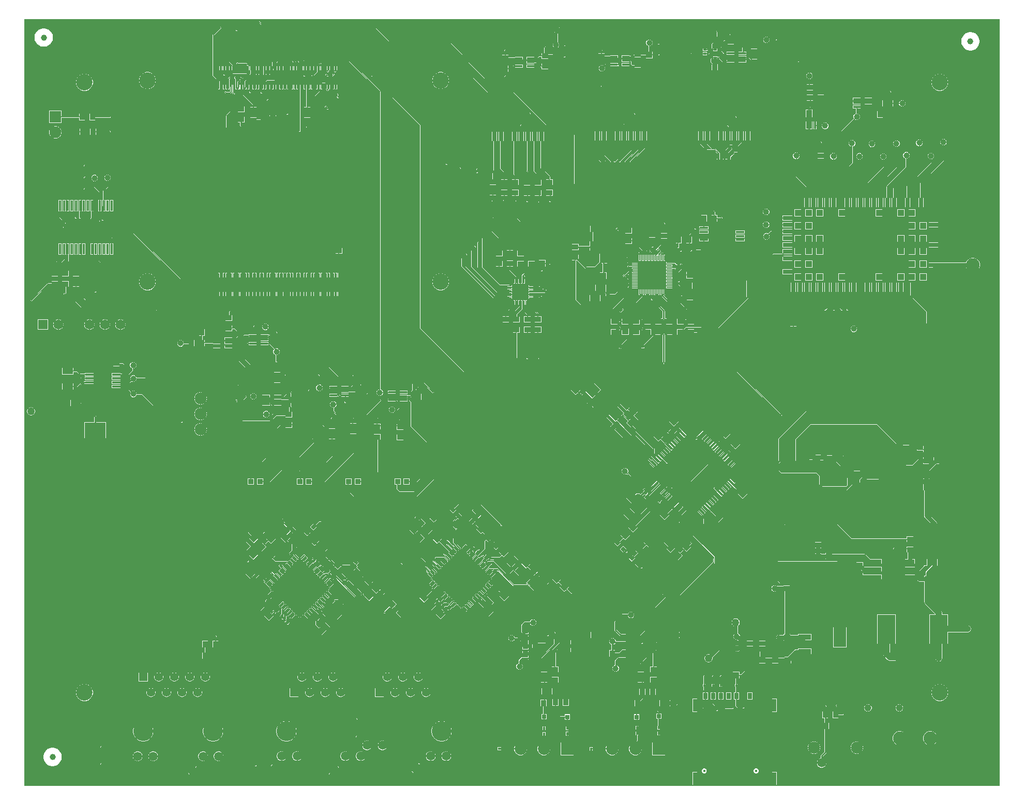
<source format=gtl>
G04*
G04 #@! TF.GenerationSoftware,Altium Limited,Altium Designer,25.5.2 (35)*
G04*
G04 Layer_Physical_Order=1*
G04 Layer_Color=255*
%FSLAX44Y44*%
%MOMM*%
G71*
G04*
G04 #@! TF.SameCoordinates,7FE83EBB-F424-4E48-BF24-F714E467DA33*
G04*
G04*
G04 #@! TF.FilePolarity,Positive*
G04*
G01*
G75*
%ADD12C,0.1270*%
%ADD16C,0.2540*%
%ADD17C,0.2032*%
%ADD18R,0.9000X1.0000*%
%ADD19R,1.2000X0.4000*%
%ADD21R,0.3600X0.3300*%
%ADD22R,1.0000X1.0000*%
%ADD23R,1.0000X0.9000*%
%ADD24R,1.0000X1.0000*%
%ADD26R,0.4000X1.2000*%
%ADD27R,0.6000X0.4000*%
%ADD29R,1.4750X0.4500*%
%ADD30R,1.1999X1.5001*%
G04:AMPARAMS|DCode=31|XSize=3.7mm|YSize=3.7mm|CornerRadius=0mm|HoleSize=0mm|Usage=FLASHONLY|Rotation=180.000|XOffset=0mm|YOffset=0mm|HoleType=Round|Shape=RoundedRectangle|*
%AMROUNDEDRECTD31*
21,1,3.7000,3.7000,0,0,180.0*
21,1,3.7000,3.7000,0,0,180.0*
1,1,0.0000,-1.8500,1.8500*
1,1,0.0000,1.8500,1.8500*
1,1,0.0000,1.8500,-1.8500*
1,1,0.0000,-1.8500,-1.8500*
%
%ADD31ROUNDEDRECTD31*%
%ADD32R,1.4800X2.8200*%
%ADD33R,1.5250X0.6500*%
%ADD34R,2.6000X3.1000*%
%ADD35R,0.8001X0.8001*%
%ADD36R,2.8200X1.4800*%
%ADD37R,2.1500X0.9500*%
%ADD38P,1.4142X4X360.0*%
%ADD39P,1.4142X4X90.0*%
G04:AMPARAMS|DCode=40|XSize=1.5mm|YSize=0.65mm|CornerRadius=0mm|HoleSize=0mm|Usage=FLASHONLY|Rotation=135.000|XOffset=0mm|YOffset=0mm|HoleType=Round|Shape=Rectangle|*
%AMROTATEDRECTD40*
4,1,4,0.7601,-0.3005,0.3005,-0.7601,-0.7601,0.3005,-0.3005,0.7601,0.7601,-0.3005,0.0*
%
%ADD40ROTATEDRECTD40*%

G04:AMPARAMS|DCode=41|XSize=0.22mm|YSize=1mm|CornerRadius=0mm|HoleSize=0mm|Usage=FLASHONLY|Rotation=135.000|XOffset=0mm|YOffset=0mm|HoleType=Round|Shape=Rectangle|*
%AMROTATEDRECTD41*
4,1,4,0.4313,0.2758,-0.2758,-0.4313,-0.4313,-0.2758,0.2758,0.4313,0.4313,0.2758,0.0*
%
%ADD41ROTATEDRECTD41*%

G04:AMPARAMS|DCode=42|XSize=0.22mm|YSize=1mm|CornerRadius=0mm|HoleSize=0mm|Usage=FLASHONLY|Rotation=45.000|XOffset=0mm|YOffset=0mm|HoleType=Round|Shape=Rectangle|*
%AMROTATEDRECTD42*
4,1,4,0.2758,-0.4313,-0.4313,0.2758,-0.2758,0.4313,0.4313,-0.2758,0.2758,-0.4313,0.0*
%
%ADD42ROTATEDRECTD42*%

G04:AMPARAMS|DCode=43|XSize=1mm|YSize=0.9mm|CornerRadius=0mm|HoleSize=0mm|Usage=FLASHONLY|Rotation=45.000|XOffset=0mm|YOffset=0mm|HoleType=Round|Shape=Rectangle|*
%AMROTATEDRECTD43*
4,1,4,-0.0354,-0.6718,-0.6718,-0.0354,0.0354,0.6718,0.6718,0.0354,-0.0354,-0.6718,0.0*
%
%ADD43ROTATEDRECTD43*%

G04:AMPARAMS|DCode=44|XSize=1.4mm|YSize=1.2mm|CornerRadius=0mm|HoleSize=0mm|Usage=FLASHONLY|Rotation=225.000|XOffset=0mm|YOffset=0mm|HoleType=Round|Shape=Rectangle|*
%AMROTATEDRECTD44*
4,1,4,0.0707,0.9192,0.9192,0.0707,-0.0707,-0.9192,-0.9192,-0.0707,0.0707,0.9192,0.0*
%
%ADD44ROTATEDRECTD44*%

%ADD45R,1.5000X0.6500*%
%ADD46R,0.8000X1.1400*%
%ADD47R,0.8001X0.8001*%
%ADD48R,0.4000X0.5500*%
%ADD49R,0.2000X0.7000*%
%ADD50R,2.3000X2.3000*%
%ADD51R,0.4500X1.8000*%
%ADD52C,0.3000*%
G04:AMPARAMS|DCode=53|XSize=6mm|YSize=6mm|CornerRadius=0mm|HoleSize=0mm|Usage=FLASHONLY|Rotation=315.000|XOffset=0mm|YOffset=0mm|HoleType=Round|Shape=RoundedRectangle|*
%AMROUNDEDRECTD53*
21,1,6.0000,6.0000,0,0,315.0*
21,1,6.0000,6.0000,0,0,315.0*
1,1,0.0000,0.0000,-4.2426*
1,1,0.0000,-4.2426,0.0000*
1,1,0.0000,0.0000,4.2426*
1,1,0.0000,4.2426,0.0000*
%
%ADD53ROUNDEDRECTD53*%
G04:AMPARAMS|DCode=54|XSize=1mm|YSize=0.9mm|CornerRadius=0mm|HoleSize=0mm|Usage=FLASHONLY|Rotation=315.000|XOffset=0mm|YOffset=0mm|HoleType=Round|Shape=Rectangle|*
%AMROTATEDRECTD54*
4,1,4,-0.6718,0.0354,-0.0354,0.6718,0.6718,-0.0354,0.0354,-0.6718,-0.6718,0.0354,0.0*
%
%ADD54ROTATEDRECTD54*%

%ADD55R,0.5500X0.4000*%
%ADD56R,1.4000X0.4500*%
%ADD57R,3.5000X2.6000*%
G04:AMPARAMS|DCode=58|XSize=0.7mm|YSize=0.65mm|CornerRadius=0mm|HoleSize=0mm|Usage=FLASHONLY|Rotation=315.000|XOffset=0mm|YOffset=0mm|HoleType=Round|Shape=Rectangle|*
%AMROTATEDRECTD58*
4,1,4,-0.4773,0.0177,-0.0177,0.4773,0.4773,-0.0177,0.0177,-0.4773,-0.4773,0.0177,0.0*
%
%ADD58ROTATEDRECTD58*%

G04:AMPARAMS|DCode=59|XSize=0.7mm|YSize=0.65mm|CornerRadius=0mm|HoleSize=0mm|Usage=FLASHONLY|Rotation=45.000|XOffset=0mm|YOffset=0mm|HoleType=Round|Shape=Rectangle|*
%AMROTATEDRECTD59*
4,1,4,-0.0177,-0.4773,-0.4773,-0.0177,0.0177,0.4773,0.4773,0.0177,-0.0177,-0.4773,0.0*
%
%ADD59ROTATEDRECTD59*%

%ADD60R,0.9000X0.2800*%
%ADD61R,0.2800X0.9000*%
%ADD62R,0.7000X0.2000*%
%ADD63R,1.8001X1.0000*%
G04:AMPARAMS|DCode=64|XSize=0.36mm|YSize=0.33mm|CornerRadius=0mm|HoleSize=0mm|Usage=FLASHONLY|Rotation=225.000|XOffset=0mm|YOffset=0mm|HoleType=Round|Shape=Rectangle|*
%AMROTATEDRECTD64*
4,1,4,0.0106,0.2439,0.2439,0.0106,-0.0106,-0.2439,-0.2439,-0.0106,0.0106,0.2439,0.0*
%
%ADD64ROTATEDRECTD64*%

%ADD65R,0.9500X0.9500*%
%ADD66R,2.1500X3.3000*%
%ADD67R,0.7000X2.1000*%
%ADD68R,0.9800X3.4000*%
%ADD69R,3.0000X4.7501*%
%ADD70R,3.4000X0.9800*%
%ADD149R,0.8000X1.5000*%
%ADD150R,1.5000X0.8000*%
%ADD151R,1.1000X1.1000*%
%ADD152R,1.4500X2.0000*%
%ADD153R,0.8000X1.5000*%
%ADD154C,1.0000*%
%ADD155C,0.1016*%
%ADD156C,0.6350*%
%ADD157C,0.0508*%
%ADD158C,0.7620*%
%ADD159C,1.0160*%
%ADD160C,0.5080*%
%ADD161C,0.0762*%
%ADD162C,2.5500*%
%ADD163C,1.1600*%
%ADD164C,1.5150*%
%ADD165C,1.9500*%
%ADD166C,1.6500*%
%ADD167C,1.9800*%
%ADD168C,2.4000*%
%ADD169C,1.4000*%
%ADD170C,1.5200*%
%ADD171R,1.4000X1.4000*%
%ADD172C,2.0250*%
%ADD173R,2.0250X2.0250*%
%ADD174C,2.2500*%
%ADD175R,1.9500X1.9500*%
%ADD176C,3.2500*%
%ADD177C,0.3750*%
%ADD178R,1.1600X1.1600*%
%ADD179C,2.7000*%
%ADD180R,1.6500X1.6500*%
%ADD181C,0.2032*%
%ADD182C,1.2700*%
G36*
X1598307Y1570D02*
X1606D01*
Y1258270D01*
X1598307D01*
Y1570D01*
D02*
G37*
%LPC*%
G36*
X349776Y1241270D02*
X348724D01*
X347980Y1240526D01*
Y1239474D01*
X348724Y1238730D01*
X349776D01*
X350520Y1239474D01*
Y1240526D01*
X349776Y1241270D01*
D02*
G37*
G36*
X1158167Y1234302D02*
X1157115D01*
X1156371Y1233558D01*
Y1232506D01*
X1157115Y1231762D01*
X1157288D01*
Y1227254D01*
X1152996D01*
Y1222532D01*
X1148623D01*
X1148316Y1222840D01*
X1147263D01*
X1146520Y1222096D01*
Y1221661D01*
X1142857Y1217998D01*
X1142575Y1217318D01*
Y1212863D01*
X1142268Y1212555D01*
Y1211503D01*
X1142575Y1211196D01*
Y1205886D01*
X1142857Y1205205D01*
X1145621Y1202441D01*
Y1202006D01*
X1146365Y1201262D01*
X1147088D01*
X1147630Y1201038D01*
X1151496D01*
Y1199746D01*
X1164004D01*
Y1204254D01*
X1151496D01*
Y1202962D01*
X1148161D01*
Y1203058D01*
X1147418Y1203802D01*
X1146982D01*
X1144500Y1206284D01*
Y1211196D01*
X1144808Y1211503D01*
Y1212555D01*
X1144500Y1212863D01*
Y1216919D01*
X1147880Y1220300D01*
X1148316D01*
X1148623Y1220607D01*
X1152996D01*
Y1216746D01*
X1163504D01*
Y1227254D01*
X1159212D01*
Y1232217D01*
X1158930Y1232898D01*
X1158911Y1232917D01*
Y1233558D01*
X1158167Y1234302D01*
D02*
G37*
G36*
X577500Y1242775D02*
X515500D01*
X515306Y1242694D01*
X491136Y1218525D01*
X446754D01*
X446559Y1218444D01*
X446479Y1218250D01*
Y1218021D01*
X436521D01*
Y1218250D01*
X436440Y1218444D01*
X436246Y1218525D01*
X428254D01*
X428060Y1218444D01*
X427988Y1218271D01*
X418012D01*
X417940Y1218444D01*
X417746Y1218525D01*
X409754D01*
X409559Y1218444D01*
X409479Y1218250D01*
Y1217771D01*
X399521D01*
Y1218250D01*
X399440Y1218444D01*
X399246Y1218525D01*
X390754D01*
X390560Y1218444D01*
X390479Y1218250D01*
Y1218021D01*
X380521D01*
Y1218250D01*
X380440Y1218444D01*
X380246Y1218525D01*
X372004D01*
X371809Y1218444D01*
X371729Y1218250D01*
Y1218021D01*
X361771D01*
Y1218250D01*
X361690Y1218444D01*
X361496Y1218525D01*
X353004D01*
X352810Y1218444D01*
X352729Y1218250D01*
Y1218021D01*
X342771D01*
Y1218250D01*
X342691Y1218444D01*
X342496Y1218525D01*
X332750D01*
X332556Y1218444D01*
X328056Y1213944D01*
X327975Y1213750D01*
Y1196750D01*
X328056Y1196556D01*
X336556Y1188056D01*
X342702Y1181909D01*
X342642Y1168931D01*
X342642Y1168931D01*
X342642Y1168931D01*
X342682Y1168833D01*
X342722Y1168736D01*
X342722Y1168736D01*
X342722Y1168736D01*
X342901Y1168556D01*
X342902Y1168556D01*
X342902Y1168556D01*
X343003Y1168514D01*
X343096Y1168475D01*
X343096Y1168475D01*
X343096Y1168475D01*
X365447D01*
X365641Y1168556D01*
X365722Y1168750D01*
Y1182083D01*
X366554Y1182915D01*
X366808D01*
X367643Y1182079D01*
Y1181212D01*
X366939D01*
Y1173705D01*
X369447D01*
Y1181212D01*
X368743D01*
Y1182307D01*
X368688Y1182440D01*
X368582Y1182696D01*
X367543Y1183735D01*
X367585Y1183947D01*
X377114Y1193475D01*
X495886D01*
X496056Y1193306D01*
X496250Y1193225D01*
X598500D01*
X598694Y1193306D01*
X598775Y1193500D01*
Y1221500D01*
X598694Y1221694D01*
X577694Y1242694D01*
X577500Y1242775D01*
D02*
G37*
G36*
X1025795Y1224254D02*
X1023705D01*
X1021774Y1223454D01*
X1020296Y1221976D01*
X1019496Y1220045D01*
Y1217955D01*
X1020296Y1216024D01*
X1021774Y1214546D01*
X1023705Y1213746D01*
X1023788D01*
Y1204504D01*
X1019246D01*
Y1200962D01*
X1011004D01*
Y1204754D01*
X1000496D01*
Y1200962D01*
X998500D01*
X997820Y1200680D01*
X994601Y1197462D01*
X992254D01*
Y1198754D01*
X979746D01*
Y1194246D01*
X992254D01*
Y1195538D01*
X995000D01*
X995680Y1195819D01*
X998899Y1199038D01*
X1000496D01*
Y1195246D01*
X1011004D01*
Y1199038D01*
X1019246D01*
Y1193996D01*
X1029754D01*
Y1198288D01*
X1038606D01*
X1039287Y1198570D01*
X1039639Y1198922D01*
X1040280D01*
X1041024Y1199665D01*
Y1200718D01*
X1040280Y1201461D01*
X1039228D01*
X1038484Y1200718D01*
Y1200489D01*
X1038208Y1200212D01*
X1029754D01*
Y1204504D01*
X1025712D01*
Y1213746D01*
X1025795D01*
X1027726Y1214546D01*
X1029204Y1216024D01*
X1030004Y1217955D01*
Y1218038D01*
X1038540D01*
X1038838Y1217741D01*
Y1217512D01*
X1039582Y1216768D01*
X1040634D01*
X1041377Y1217512D01*
Y1218564D01*
X1040634Y1219308D01*
X1039992D01*
X1039620Y1219681D01*
X1038939Y1219962D01*
X1030004D01*
Y1220045D01*
X1029204Y1221976D01*
X1027726Y1223454D01*
X1025795Y1224254D01*
D02*
G37*
G36*
X34727Y1242750D02*
X31773D01*
X28875Y1242173D01*
X26145Y1241043D01*
X23688Y1239401D01*
X21599Y1237312D01*
X19957Y1234855D01*
X18826Y1232125D01*
X18250Y1229227D01*
Y1226273D01*
X18826Y1223375D01*
X19957Y1220645D01*
X21599Y1218188D01*
X23688Y1216099D01*
X26145Y1214457D01*
X28875Y1213326D01*
X31773Y1212750D01*
X34727D01*
X37625Y1213326D01*
X40355Y1214457D01*
X42812Y1216099D01*
X44901Y1218188D01*
X46543Y1220645D01*
X47674Y1223375D01*
X48250Y1226273D01*
Y1229227D01*
X47674Y1232125D01*
X46543Y1234855D01*
X44901Y1237312D01*
X42812Y1239401D01*
X40355Y1241043D01*
X37625Y1242173D01*
X34727Y1242750D01*
D02*
G37*
G36*
X1551727Y1236500D02*
X1548773D01*
X1545875Y1235923D01*
X1543145Y1234793D01*
X1540688Y1233151D01*
X1538599Y1231062D01*
X1536957Y1228605D01*
X1535826Y1225875D01*
X1535250Y1222977D01*
Y1220023D01*
X1535826Y1217125D01*
X1536957Y1214395D01*
X1538599Y1211938D01*
X1540688Y1209849D01*
X1543145Y1208207D01*
X1545875Y1207076D01*
X1548773Y1206500D01*
X1551727D01*
X1554625Y1207076D01*
X1557355Y1208207D01*
X1559812Y1209849D01*
X1561901Y1211938D01*
X1563543Y1214395D01*
X1564673Y1217125D01*
X1565250Y1220023D01*
Y1222977D01*
X1564673Y1225875D01*
X1563543Y1228605D01*
X1561901Y1231062D01*
X1559812Y1233151D01*
X1557355Y1234793D01*
X1554625Y1235923D01*
X1551727Y1236500D01*
D02*
G37*
G36*
X1217295Y1229254D02*
X1215205D01*
X1213274Y1228454D01*
X1211796Y1226976D01*
X1210996Y1225045D01*
Y1222955D01*
X1211796Y1221024D01*
X1213274Y1219546D01*
X1215205Y1218746D01*
X1215288D01*
Y1210004D01*
X1210496D01*
Y1205712D01*
X1201504D01*
Y1209754D01*
X1190996D01*
Y1202962D01*
X1183004D01*
Y1204254D01*
X1178962D01*
Y1210166D01*
X1179270Y1210474D01*
Y1211526D01*
X1178526Y1212270D01*
X1177474D01*
X1176730Y1211526D01*
Y1210474D01*
X1177038Y1210166D01*
Y1204254D01*
X1170496D01*
Y1199746D01*
X1183004D01*
Y1201038D01*
X1190996D01*
Y1200246D01*
X1201504D01*
Y1203788D01*
X1210496D01*
Y1199496D01*
X1221004D01*
Y1210004D01*
X1217213D01*
Y1218746D01*
X1217295D01*
X1219226Y1219546D01*
X1220704Y1221024D01*
X1221504Y1222955D01*
Y1223038D01*
X1231044D01*
X1231507Y1223230D01*
X1232276D01*
X1233020Y1223974D01*
Y1225026D01*
X1232276Y1225770D01*
X1231224D01*
X1230480Y1225026D01*
Y1224962D01*
X1221504D01*
Y1225045D01*
X1220704Y1226976D01*
X1219226Y1228454D01*
X1217295Y1229254D01*
D02*
G37*
G36*
X1127500Y1244599D02*
X1127500Y1244599D01*
X878500D01*
X877410Y1244382D01*
X876485Y1243764D01*
X876485Y1243764D01*
X869986Y1237264D01*
X869368Y1236340D01*
X869151Y1235250D01*
X869151Y1235250D01*
Y1220007D01*
X869024Y1219954D01*
X867546Y1218476D01*
X866746Y1216545D01*
Y1214455D01*
X867546Y1212524D01*
X869024Y1211046D01*
X869026Y1211045D01*
Y1202254D01*
X866496D01*
Y1200099D01*
X859004D01*
Y1202254D01*
X854712D01*
Y1212109D01*
X854736Y1212132D01*
Y1213184D01*
X853992Y1213928D01*
X852940D01*
X852196Y1213184D01*
Y1212132D01*
X852788Y1211540D01*
Y1202254D01*
X848496D01*
Y1198462D01*
X844000D01*
X843320Y1198180D01*
X839851Y1194712D01*
X836254D01*
Y1196004D01*
X823746D01*
Y1191496D01*
X836254D01*
Y1192788D01*
X840250D01*
X840930Y1193070D01*
X844399Y1196538D01*
X848496D01*
Y1192746D01*
X859004D01*
Y1194401D01*
X866496D01*
Y1191746D01*
X877004D01*
Y1195873D01*
X884676D01*
X884984Y1195566D01*
X886036D01*
X886780Y1196310D01*
Y1197362D01*
X886036Y1198106D01*
X884984D01*
X884676Y1197798D01*
X877004D01*
Y1202254D01*
X874724D01*
Y1210941D01*
X874976Y1211046D01*
X876454Y1212524D01*
X877254Y1214455D01*
Y1214538D01*
X885290D01*
X885689Y1214138D01*
X886741D01*
X887485Y1214882D01*
Y1215934D01*
X886741Y1216678D01*
X885689D01*
X885473Y1216462D01*
X877254D01*
Y1216545D01*
X876454Y1218476D01*
X874976Y1219954D01*
X874849Y1220007D01*
Y1234070D01*
X879680Y1238901D01*
X1126320D01*
X1129902Y1235320D01*
Y1229254D01*
X1127496D01*
Y1220107D01*
X1125570Y1218180D01*
X1125288Y1217500D01*
Y1209250D01*
X1125570Y1208570D01*
X1127070Y1207070D01*
X1127750Y1206788D01*
X1129496D01*
Y1205496D01*
X1136004D01*
Y1210004D01*
X1129496D01*
Y1208712D01*
X1128149D01*
X1127212Y1209649D01*
Y1217101D01*
X1128857Y1218746D01*
X1138004D01*
Y1229254D01*
X1135599D01*
Y1236500D01*
X1135599Y1236500D01*
X1135382Y1237590D01*
X1134765Y1238514D01*
X1129514Y1243764D01*
X1128590Y1244382D01*
X1127500Y1244599D01*
D02*
G37*
G36*
X1119004Y1210004D02*
X1112496D01*
Y1205496D01*
X1119004D01*
Y1206788D01*
X1120101D01*
X1121538Y1205351D01*
Y1203399D01*
X1120352Y1202212D01*
X1119004D01*
Y1203504D01*
X1112496D01*
Y1202212D01*
X1093500D01*
X1092820Y1201931D01*
X1059851Y1168962D01*
X979899D01*
X977212Y1171648D01*
Y1181500D01*
X977212Y1181500D01*
X977212Y1181500D01*
X977080Y1181820D01*
X976931Y1182181D01*
X976930Y1182181D01*
X976930Y1182181D01*
X974930Y1184181D01*
X974618Y1184310D01*
X974250Y1184462D01*
X973254D01*
Y1185754D01*
X960746D01*
Y1184462D01*
X953000D01*
X952320Y1184181D01*
X950035Y1181896D01*
X949976Y1181954D01*
X948045Y1182754D01*
X945955D01*
X944024Y1181954D01*
X942546Y1180476D01*
X941746Y1178545D01*
Y1176455D01*
X942546Y1174524D01*
X944024Y1173046D01*
X945955Y1172246D01*
X946038D01*
Y1148834D01*
X945730Y1148526D01*
Y1147474D01*
X946474Y1146730D01*
X947526D01*
X948270Y1147474D01*
Y1148526D01*
X947962Y1148834D01*
Y1172246D01*
X948045D01*
X949976Y1173046D01*
X951454Y1174524D01*
X952254Y1176455D01*
Y1178545D01*
X951454Y1180476D01*
X951396Y1180535D01*
X953399Y1182538D01*
X960746D01*
Y1181246D01*
X973254D01*
Y1182538D01*
X973851D01*
X975288Y1181102D01*
Y1171250D01*
X975570Y1170569D01*
X978820Y1167320D01*
X979500Y1167038D01*
X1060250D01*
X1060930Y1167320D01*
X1093899Y1200288D01*
X1112496D01*
Y1198996D01*
X1119004D01*
Y1200288D01*
X1120750D01*
X1120750Y1200288D01*
X1120750Y1200288D01*
X1121070Y1200420D01*
X1121431Y1200570D01*
X1121431Y1200570D01*
X1121431Y1200570D01*
X1123180Y1202320D01*
X1123330Y1202681D01*
X1123462Y1203000D01*
Y1205750D01*
X1123180Y1206431D01*
X1121180Y1208430D01*
X1120500Y1208712D01*
X1119004D01*
Y1210004D01*
D02*
G37*
G36*
X947276Y1208270D02*
X946224D01*
X945480Y1207526D01*
Y1206474D01*
X945538Y1206416D01*
Y1201754D01*
X941246D01*
Y1191246D01*
X951754D01*
Y1195538D01*
X960746D01*
Y1194246D01*
X973254D01*
Y1198754D01*
X960746D01*
Y1197462D01*
X951754D01*
Y1201754D01*
X947462D01*
Y1205917D01*
X948020Y1206474D01*
Y1207526D01*
X947276Y1208270D01*
D02*
G37*
G36*
X789276Y1207770D02*
X788224D01*
X787480Y1207026D01*
Y1205974D01*
X787788Y1205666D01*
Y1199254D01*
X783496D01*
Y1188746D01*
X794004D01*
Y1193038D01*
X804746D01*
Y1191496D01*
X817254D01*
Y1196004D01*
X804746D01*
Y1194962D01*
X794004D01*
Y1199254D01*
X789712D01*
Y1205666D01*
X790020Y1205974D01*
Y1207026D01*
X789276Y1207770D01*
D02*
G37*
G36*
X1183004Y1191254D02*
X1170496D01*
Y1186746D01*
X1183004D01*
Y1191254D01*
D02*
G37*
G36*
X1136004Y1197004D02*
X1129496D01*
Y1195462D01*
X1126249D01*
X1125569Y1195180D01*
X1123819Y1193430D01*
X1123538Y1192750D01*
Y1187000D01*
X1123819Y1186320D01*
X1126996Y1183143D01*
Y1173996D01*
X1136504D01*
Y1184504D01*
X1128357D01*
X1125462Y1187399D01*
Y1192351D01*
X1126648Y1193537D01*
X1129496D01*
Y1192496D01*
X1136004D01*
Y1193788D01*
X1138602D01*
X1144320Y1188069D01*
X1145000Y1187788D01*
X1151496D01*
Y1186746D01*
X1164004D01*
Y1191254D01*
X1151496D01*
Y1189712D01*
X1145399D01*
X1139681Y1195430D01*
X1139000Y1195712D01*
X1136004D01*
Y1197004D01*
D02*
G37*
G36*
X450026Y1189020D02*
X448974D01*
X448666Y1188712D01*
X445750D01*
X445070Y1188430D01*
X443512Y1186873D01*
X443231Y1186193D01*
Y1181212D01*
X442939D01*
Y1173705D01*
X445447D01*
Y1181212D01*
X445155D01*
Y1185794D01*
X446149Y1186788D01*
X448666D01*
X448974Y1186480D01*
X450026D01*
X450770Y1187224D01*
Y1188276D01*
X450026Y1189020D01*
D02*
G37*
G36*
X1183004Y1197754D02*
X1170496D01*
Y1193246D01*
X1183004D01*
Y1194538D01*
X1187852D01*
X1190996Y1191393D01*
Y1183246D01*
X1201504D01*
Y1192754D01*
X1192357D01*
X1188931Y1196180D01*
X1188250Y1196462D01*
X1183004D01*
Y1197754D01*
D02*
G37*
G36*
X992254Y1185754D02*
X979746D01*
Y1181246D01*
X992254D01*
Y1185754D01*
D02*
G37*
G36*
X836254Y1183004D02*
X823746D01*
Y1178496D01*
X836254D01*
Y1183004D01*
D02*
G37*
G36*
X386776Y1254520D02*
X385724D01*
X384980Y1253776D01*
Y1252724D01*
X385724Y1251980D01*
X386159D01*
X389570Y1248570D01*
X390250Y1248288D01*
X593101D01*
X610320Y1231070D01*
X611000Y1230788D01*
X708351D01*
X728788Y1210351D01*
Y1187250D01*
X729070Y1186570D01*
X754820Y1160820D01*
X755500Y1160538D01*
X784250D01*
X784930Y1160820D01*
X789680Y1165569D01*
X789962Y1166250D01*
Y1171496D01*
X793754D01*
Y1175788D01*
X798250D01*
X798931Y1176069D01*
X802649Y1179788D01*
X804746D01*
Y1178496D01*
X817254D01*
Y1183004D01*
X804746D01*
Y1181712D01*
X802250D01*
X801570Y1181430D01*
X797851Y1177712D01*
X793754D01*
Y1182004D01*
X784246D01*
Y1171496D01*
X788038D01*
Y1166648D01*
X783851Y1162462D01*
X755899D01*
X730712Y1187649D01*
Y1210750D01*
X730430Y1211430D01*
X709430Y1232430D01*
X708750Y1232712D01*
X611399D01*
X594180Y1249930D01*
X593500Y1250212D01*
X390648D01*
X387520Y1253341D01*
Y1253776D01*
X386776Y1254520D01*
D02*
G37*
G36*
X992254Y1192254D02*
X979746D01*
Y1187746D01*
X992254D01*
Y1189038D01*
X993851D01*
X995038Y1187851D01*
Y1184250D01*
X995320Y1183570D01*
X996570Y1182319D01*
X997250Y1182038D01*
X1000496D01*
Y1178246D01*
X1011004D01*
Y1187754D01*
X1000496D01*
Y1183962D01*
X997649D01*
X996962Y1184649D01*
Y1188250D01*
X996680Y1188930D01*
X994930Y1190680D01*
X994250Y1190962D01*
X992254D01*
Y1192254D01*
D02*
G37*
G36*
X836254Y1189504D02*
X823746D01*
Y1184996D01*
X836254D01*
Y1186288D01*
X839601D01*
X846070Y1179819D01*
X846750Y1179538D01*
X848496D01*
Y1175746D01*
X859004D01*
Y1185254D01*
X848496D01*
Y1181462D01*
X847149D01*
X840680Y1187931D01*
X840000Y1188213D01*
X836254D01*
Y1189504D01*
D02*
G37*
G36*
X488462Y1186352D02*
X487410D01*
X486666Y1185608D01*
Y1184556D01*
X487230Y1183991D01*
Y1181212D01*
X486939D01*
Y1173705D01*
X489447D01*
Y1181212D01*
X489155D01*
Y1184505D01*
X489206Y1184556D01*
Y1185608D01*
X488462Y1186352D01*
D02*
G37*
G36*
X483962Y1186102D02*
X482910D01*
X482166Y1185358D01*
Y1184306D01*
X482910Y1183562D01*
X483139D01*
X483231Y1183470D01*
Y1181212D01*
X482939D01*
Y1173705D01*
X485447D01*
Y1181212D01*
X485155D01*
Y1183868D01*
X484873Y1184549D01*
X484706Y1184716D01*
Y1185358D01*
X483962Y1186102D01*
D02*
G37*
G36*
X477447Y1181212D02*
X474939D01*
Y1173705D01*
X477447D01*
Y1181212D01*
D02*
G37*
G36*
X469447D02*
X466939D01*
Y1173705D01*
X469447D01*
Y1181212D01*
D02*
G37*
G36*
X465447D02*
X462939D01*
Y1173705D01*
X465447D01*
Y1181212D01*
D02*
G37*
G36*
X449447D02*
X446939D01*
Y1173705D01*
X449447D01*
Y1181212D01*
D02*
G37*
G36*
X440776Y1189020D02*
X439724D01*
X438980Y1188276D01*
Y1187224D01*
X439259Y1186945D01*
Y1181212D01*
X438939D01*
Y1173705D01*
X441447D01*
Y1181212D01*
X441184D01*
Y1186888D01*
X441520Y1187224D01*
Y1188276D01*
X440776Y1189020D01*
D02*
G37*
G36*
X437447Y1181212D02*
X434939D01*
Y1173705D01*
X437447D01*
Y1181212D01*
D02*
G37*
G36*
X429447D02*
X426939D01*
Y1173705D01*
X429447D01*
Y1181212D01*
D02*
G37*
G36*
X425447D02*
X422939D01*
Y1173705D01*
X425447D01*
Y1181212D01*
D02*
G37*
G36*
X421447D02*
X418939D01*
Y1173705D01*
X421447D01*
Y1181212D01*
D02*
G37*
G36*
X416526Y1188240D02*
X415474D01*
X414730Y1187496D01*
Y1186444D01*
X415134Y1186040D01*
Y1181212D01*
X414939D01*
Y1173705D01*
X417447D01*
Y1181212D01*
X417059D01*
Y1186233D01*
X417270Y1186444D01*
Y1187496D01*
X416526Y1188240D01*
D02*
G37*
G36*
X409026Y1188666D02*
X407974D01*
X407230Y1187922D01*
Y1186870D01*
X407392Y1186708D01*
Y1181212D01*
X406939D01*
Y1173705D01*
X409447D01*
Y1181212D01*
X409317D01*
Y1186416D01*
X409770Y1186870D01*
Y1187922D01*
X409026Y1188666D01*
D02*
G37*
G36*
X341447Y1181212D02*
X338939D01*
Y1173705D01*
X341447D01*
Y1181212D01*
D02*
G37*
G36*
X337447D02*
X334939D01*
Y1173705D01*
X337447D01*
Y1181212D01*
D02*
G37*
G36*
X333447D02*
X330939D01*
Y1173705D01*
X333447D01*
Y1181212D01*
D02*
G37*
G36*
X325447D02*
X322939D01*
Y1173705D01*
X325447D01*
Y1181212D01*
D02*
G37*
G36*
X321447D02*
X318939D01*
Y1173705D01*
X321447D01*
Y1181212D01*
D02*
G37*
G36*
X501447D02*
X498939D01*
Y1173705D01*
X499643D01*
Y1172466D01*
X498422Y1171245D01*
X498092Y1171274D01*
X496743Y1172624D01*
Y1173705D01*
X497447D01*
Y1181212D01*
X494939D01*
Y1173705D01*
X495643D01*
Y1172396D01*
X495804Y1172007D01*
X497262Y1170549D01*
Y1167712D01*
X496810Y1167260D01*
X496786D01*
X496276Y1167770D01*
X495224D01*
X494480Y1167026D01*
Y1165974D01*
X495224Y1165230D01*
X496276D01*
X496506Y1165459D01*
X496740Y1165362D01*
Y1165002D01*
X497484Y1164258D01*
X498536D01*
X499280Y1165002D01*
Y1166054D01*
X498885Y1166449D01*
Y1166703D01*
X498963Y1166780D01*
X499124Y1167169D01*
Y1170391D01*
X500582Y1171849D01*
X500743Y1172238D01*
Y1173705D01*
X501447D01*
Y1181212D01*
D02*
G37*
G36*
X513447D02*
X510939D01*
Y1173705D01*
X511643D01*
Y1172383D01*
X510422Y1171162D01*
X510092Y1171192D01*
X508743Y1172541D01*
Y1173705D01*
X509447D01*
Y1181212D01*
X506939D01*
Y1173705D01*
X507643D01*
Y1172314D01*
X507804Y1171925D01*
X509262Y1170467D01*
Y1167547D01*
X509024Y1167309D01*
X508770Y1167414D01*
Y1167776D01*
X508026Y1168520D01*
X506974D01*
X506230Y1167776D01*
Y1166724D01*
X506847Y1166107D01*
X506230Y1165490D01*
Y1164438D01*
X506974Y1163694D01*
X508026D01*
X508770Y1164438D01*
Y1165159D01*
X508787Y1165176D01*
X509296D01*
X509685Y1165337D01*
X510962Y1166615D01*
X511124Y1167004D01*
Y1170309D01*
X512581Y1171767D01*
X512743Y1172156D01*
Y1173705D01*
X513447D01*
Y1181212D01*
D02*
G37*
G36*
X481447D02*
X478939D01*
Y1173705D01*
X479230D01*
Y1171841D01*
X474601Y1167212D01*
X473351D01*
X472962Y1167602D01*
X471909D01*
X471166Y1166858D01*
Y1165806D01*
X471909Y1165062D01*
X472962D01*
X473188Y1165288D01*
X475000D01*
X475680Y1165570D01*
X480873Y1170762D01*
X481155Y1171443D01*
Y1173705D01*
X481447D01*
Y1181212D01*
D02*
G37*
G36*
X373447D02*
X370939D01*
Y1173705D01*
X371700D01*
Y1168996D01*
X370980Y1168276D01*
Y1167224D01*
X371724Y1166480D01*
X372776D01*
X373520Y1167224D01*
Y1168276D01*
X372800Y1168996D01*
Y1173705D01*
X373447D01*
Y1181212D01*
D02*
G37*
G36*
X405447D02*
X402939D01*
Y1173705D01*
X403231D01*
Y1168584D01*
X402923Y1168276D01*
Y1167224D01*
X403667Y1166480D01*
X404719D01*
X405463Y1167224D01*
Y1168276D01*
X405155Y1168584D01*
Y1173705D01*
X405447D01*
Y1181212D01*
D02*
G37*
G36*
X397447D02*
X394939D01*
Y1173705D01*
X395231D01*
Y1168584D01*
X394923Y1168276D01*
Y1167224D01*
X395667Y1166480D01*
X396719D01*
X397463Y1167224D01*
Y1168276D01*
X397155Y1168584D01*
Y1173705D01*
X397447D01*
Y1181212D01*
D02*
G37*
G36*
X393447D02*
X390939D01*
Y1173705D01*
X391231D01*
Y1168584D01*
X390923Y1168276D01*
Y1167224D01*
X391667Y1166480D01*
X392719D01*
X393463Y1167224D01*
Y1168276D01*
X393155Y1168584D01*
Y1173705D01*
X393447D01*
Y1181212D01*
D02*
G37*
G36*
X385447D02*
X382939D01*
Y1173705D01*
X383231D01*
Y1168584D01*
X382923Y1168276D01*
Y1167224D01*
X383667Y1166480D01*
X384719D01*
X385463Y1167224D01*
Y1168276D01*
X385155Y1168584D01*
Y1173705D01*
X385447D01*
Y1181212D01*
D02*
G37*
G36*
X381447D02*
X378939D01*
Y1173705D01*
X379231D01*
Y1168584D01*
X378923Y1168276D01*
Y1167224D01*
X379667Y1166480D01*
X380719D01*
X381463Y1167224D01*
Y1168276D01*
X381155Y1168584D01*
Y1173705D01*
X381447D01*
Y1181212D01*
D02*
G37*
G36*
X329447D02*
X326939D01*
Y1173705D01*
X327231D01*
Y1168013D01*
X327376Y1167663D01*
X327513Y1167333D01*
X327730Y1167116D01*
Y1166474D01*
X328474Y1165730D01*
X329526D01*
X330270Y1166474D01*
Y1167526D01*
X329526Y1168270D01*
X329297D01*
X329155Y1168412D01*
Y1173705D01*
X329447D01*
Y1181212D01*
D02*
G37*
G36*
X461447D02*
X458939D01*
Y1173705D01*
X459153D01*
Y1166245D01*
X458768Y1165860D01*
Y1164808D01*
X459512Y1164064D01*
X460564D01*
X461308Y1164808D01*
Y1165860D01*
X461077Y1166090D01*
Y1173705D01*
X461447D01*
Y1181212D01*
D02*
G37*
G36*
X356026Y1162770D02*
X354974D01*
X354230Y1162026D01*
Y1160974D01*
X354974Y1160230D01*
X355231D01*
Y1158379D01*
X355020Y1158237D01*
X354155Y1158596D01*
X353681D01*
X352514Y1158112D01*
X351027Y1156625D01*
X350543Y1155458D01*
Y1146658D01*
X350939Y1145704D01*
Y1142905D01*
X353447D01*
Y1145704D01*
X353843Y1146658D01*
Y1154775D01*
X354512Y1155444D01*
X355020Y1155655D01*
X355231Y1155513D01*
Y1150413D01*
X354939D01*
Y1142905D01*
X355231D01*
Y1115254D01*
X351246D01*
Y1111462D01*
X343500D01*
X342820Y1111180D01*
X332320Y1100680D01*
X332038Y1100000D01*
Y1080500D01*
X332320Y1079820D01*
X333000Y1079538D01*
X333680Y1079820D01*
X333962Y1080500D01*
Y1099601D01*
X343899Y1109538D01*
X351246D01*
Y1105746D01*
X361754D01*
Y1115254D01*
X357155D01*
Y1142905D01*
X357447D01*
Y1150413D01*
X357155D01*
Y1155760D01*
X357276Y1156052D01*
Y1157840D01*
X357155Y1158132D01*
Y1160807D01*
X356873Y1161487D01*
X356770Y1161591D01*
Y1162026D01*
X356026Y1162770D01*
D02*
G37*
G36*
X410776Y1159770D02*
X409724D01*
X409416Y1159462D01*
X398750D01*
X398070Y1159180D01*
X395513Y1156623D01*
X395231Y1155943D01*
Y1150413D01*
X394939D01*
Y1142905D01*
X397447D01*
Y1150413D01*
X397155D01*
Y1155544D01*
X399149Y1157538D01*
X409416D01*
X409724Y1157230D01*
X410776D01*
X411520Y1157974D01*
Y1159026D01*
X410776Y1159770D01*
D02*
G37*
G36*
X493776Y1155520D02*
X492724D01*
X492416Y1155212D01*
X489000D01*
X488320Y1154930D01*
X487512Y1154123D01*
X487230Y1153443D01*
Y1150413D01*
X486939D01*
Y1142905D01*
X489447D01*
Y1150413D01*
X489155D01*
Y1153044D01*
X489399Y1153288D01*
X492416D01*
X492724Y1152980D01*
X493776D01*
X494520Y1153724D01*
Y1154776D01*
X493776Y1155520D01*
D02*
G37*
G36*
X685004Y1171212D02*
X681382D01*
X677884Y1170275D01*
X674748Y1168465D01*
X672187Y1165904D01*
X670376Y1162767D01*
X669439Y1159269D01*
Y1155648D01*
X670376Y1152150D01*
X672187Y1149013D01*
X674748Y1146453D01*
X677884Y1144642D01*
X681382Y1143705D01*
X685004D01*
X688502Y1144642D01*
X691638Y1146453D01*
X694199Y1149013D01*
X696010Y1152150D01*
X696947Y1155648D01*
Y1159269D01*
X696010Y1162767D01*
X694199Y1165904D01*
X691638Y1168465D01*
X688502Y1170275D01*
X685004Y1171212D01*
D02*
G37*
G36*
X205004D02*
X201382D01*
X197884Y1170275D01*
X194748Y1168465D01*
X192187Y1165904D01*
X190376Y1162767D01*
X189439Y1159269D01*
Y1155648D01*
X190376Y1152150D01*
X192187Y1149013D01*
X194748Y1146453D01*
X197884Y1144642D01*
X201382Y1143705D01*
X205004D01*
X208502Y1144642D01*
X211638Y1146453D01*
X214199Y1149013D01*
X216010Y1152150D01*
X216947Y1155648D01*
Y1159269D01*
X216010Y1162767D01*
X214199Y1165904D01*
X211638Y1168465D01*
X208502Y1170275D01*
X205004Y1171212D01*
D02*
G37*
G36*
X481447Y1150413D02*
X478939D01*
Y1142905D01*
X481447D01*
Y1150413D01*
D02*
G37*
G36*
X473447D02*
X470939D01*
Y1142905D01*
X473447D01*
Y1150413D01*
D02*
G37*
G36*
X469447D02*
X466939D01*
Y1142905D01*
X469447D01*
Y1150413D01*
D02*
G37*
G36*
X461447D02*
X458939D01*
Y1142905D01*
X461447D01*
Y1150413D01*
D02*
G37*
G36*
X449447D02*
X446939D01*
Y1142905D01*
X449447D01*
Y1150413D01*
D02*
G37*
G36*
X445447D02*
X442939D01*
Y1142905D01*
X445447D01*
Y1150413D01*
D02*
G37*
G36*
X441447D02*
X438939D01*
Y1142905D01*
X441447D01*
Y1150413D01*
D02*
G37*
G36*
X429447D02*
X426939D01*
Y1142905D01*
X429447D01*
Y1150413D01*
D02*
G37*
G36*
X425447D02*
X422939D01*
Y1142905D01*
X425447D01*
Y1150413D01*
D02*
G37*
G36*
X421447D02*
X418939D01*
Y1142905D01*
X421447D01*
Y1150413D01*
D02*
G37*
G36*
X409447D02*
X406939D01*
Y1142905D01*
X409447D01*
Y1150413D01*
D02*
G37*
G36*
X393447D02*
X390939D01*
Y1142905D01*
X393447D01*
Y1150413D01*
D02*
G37*
G36*
X385447D02*
X382939D01*
Y1142905D01*
X385447D01*
Y1150413D01*
D02*
G37*
G36*
X381447D02*
X378939D01*
Y1142905D01*
X381447D01*
Y1150413D01*
D02*
G37*
G36*
X377447D02*
X374939D01*
Y1142905D01*
X377447D01*
Y1150413D01*
D02*
G37*
G36*
X369447D02*
X366939D01*
Y1142905D01*
X369447D01*
Y1150413D01*
D02*
G37*
G36*
X364300Y1157846D02*
X363135Y1157360D01*
X363024Y1157249D01*
X362786Y1156671D01*
X362543Y1156085D01*
Y1146658D01*
X362939Y1145704D01*
Y1142905D01*
X365447D01*
Y1145704D01*
X365843Y1146658D01*
Y1155931D01*
X365953Y1156200D01*
X365467Y1157365D01*
X364300Y1157846D01*
D02*
G37*
G36*
X346805Y1163596D02*
X345638Y1163113D01*
X345155Y1161946D01*
X345638Y1160780D01*
X346544Y1159874D01*
Y1146658D01*
X346939Y1145704D01*
Y1142905D01*
X349447D01*
Y1145704D01*
X349843Y1146658D01*
Y1160557D01*
X349572Y1161210D01*
X349360Y1161723D01*
X347971Y1163112D01*
X346805Y1163596D01*
D02*
G37*
G36*
X337500Y1163125D02*
X337248Y1163020D01*
X336974D01*
X336781Y1162827D01*
X336528Y1162722D01*
X336423Y1162469D01*
X336230Y1162276D01*
Y1162174D01*
X335221Y1161165D01*
X334818Y1160193D01*
X334818Y1160193D01*
Y1146658D01*
X334939Y1146367D01*
Y1142905D01*
X337447D01*
Y1146367D01*
X337568Y1146658D01*
Y1159624D01*
X338472Y1160528D01*
X338472Y1160528D01*
X338754Y1161208D01*
X338770Y1161224D01*
Y1161247D01*
X338875Y1161500D01*
Y1161750D01*
X338770Y1162003D01*
Y1162276D01*
X338577Y1162469D01*
X338472Y1162722D01*
X338219Y1162827D01*
X338026Y1163020D01*
X337753D01*
X337500Y1163125D01*
D02*
G37*
G36*
X333447Y1150413D02*
X330939D01*
Y1142905D01*
X333447D01*
Y1150413D01*
D02*
G37*
G36*
X329447D02*
X326939D01*
Y1142905D01*
X329447D01*
Y1150413D01*
D02*
G37*
G36*
X1269776Y1190520D02*
X1268724D01*
X1267980Y1189776D01*
Y1188724D01*
X1268724Y1187980D01*
X1269776D01*
X1270084Y1188288D01*
X1273101D01*
X1285788Y1175602D01*
Y1170254D01*
X1285705D01*
X1283774Y1169454D01*
X1282296Y1167976D01*
X1281496Y1166045D01*
Y1163955D01*
X1282296Y1162024D01*
X1283774Y1160546D01*
X1285705Y1159746D01*
X1285788D01*
Y1151004D01*
X1282246D01*
Y1141496D01*
X1292754D01*
Y1151004D01*
X1287712D01*
Y1159746D01*
X1287795D01*
X1289726Y1160546D01*
X1291204Y1162024D01*
X1292004Y1163955D01*
Y1166045D01*
X1291204Y1167976D01*
X1289726Y1169454D01*
X1287795Y1170254D01*
X1287712D01*
Y1176000D01*
X1287430Y1176681D01*
X1274180Y1189930D01*
X1273500Y1190212D01*
X1270084D01*
X1269776Y1190520D01*
D02*
G37*
G36*
X501447Y1150413D02*
X498939D01*
Y1142905D01*
X499643D01*
Y1141847D01*
X498596Y1140800D01*
X498314Y1140877D01*
X498200Y1141151D01*
X496743Y1142609D01*
Y1142905D01*
X497447D01*
Y1150413D01*
X494939D01*
Y1142905D01*
X495643D01*
Y1142381D01*
X495804Y1141992D01*
X497262Y1140534D01*
Y1114214D01*
X497286Y1114157D01*
Y1113760D01*
X496688D01*
X496294Y1114154D01*
Y1114830D01*
X495550Y1115574D01*
X494498D01*
X493754Y1114830D01*
Y1113778D01*
X494498Y1113034D01*
X495550D01*
X495577Y1113062D01*
X495831D01*
X496072Y1112821D01*
X496460Y1112660D01*
X496988D01*
X497093Y1112406D01*
X496597Y1111909D01*
Y1110857D01*
X497341Y1110114D01*
X498393D01*
X499137Y1110857D01*
Y1111909D01*
X498789Y1112257D01*
Y1112606D01*
X498986Y1112804D01*
X499147Y1113192D01*
Y1114506D01*
X499124Y1114564D01*
Y1139772D01*
X500582Y1141230D01*
X500743Y1141619D01*
Y1142905D01*
X501447D01*
Y1150413D01*
D02*
G37*
G36*
X1501767Y1168074D02*
X1498146D01*
X1494648Y1167137D01*
X1491511Y1165326D01*
X1488951Y1162765D01*
X1487140Y1159629D01*
X1486203Y1156131D01*
Y1152509D01*
X1487140Y1149011D01*
X1488951Y1145875D01*
X1491511Y1143314D01*
X1494648Y1141503D01*
X1498146Y1140566D01*
X1501767D01*
X1505265Y1141503D01*
X1508402Y1143314D01*
X1510963Y1145875D01*
X1512773Y1149011D01*
X1513710Y1152509D01*
Y1156131D01*
X1512773Y1159629D01*
X1510963Y1162765D01*
X1508402Y1165326D01*
X1505265Y1167137D01*
X1501767Y1168074D01*
D02*
G37*
G36*
X101767D02*
X98146D01*
X94647Y1167137D01*
X91511Y1165326D01*
X88950Y1162765D01*
X87140Y1159629D01*
X86202Y1156131D01*
Y1152509D01*
X87140Y1149011D01*
X88950Y1145875D01*
X91511Y1143314D01*
X94647Y1141503D01*
X98146Y1140566D01*
X101767D01*
X105265Y1141503D01*
X108401Y1143314D01*
X110962Y1145875D01*
X112773Y1149011D01*
X113710Y1152509D01*
Y1156131D01*
X112773Y1159629D01*
X110962Y1162765D01*
X108401Y1165326D01*
X105265Y1167137D01*
X101767Y1168074D01*
D02*
G37*
G36*
X513447Y1150413D02*
X510939D01*
Y1142905D01*
X511643D01*
Y1139658D01*
X511408Y1139561D01*
X508743Y1142226D01*
Y1142905D01*
X509447D01*
Y1150413D01*
X506939D01*
Y1142905D01*
X507643D01*
Y1141999D01*
X507804Y1141610D01*
X514786Y1134628D01*
Y1132593D01*
X514551Y1132495D01*
X514276Y1132770D01*
X513224D01*
X512480Y1132026D01*
Y1130974D01*
X513224Y1130230D01*
X514097D01*
Y1129358D01*
X514841Y1128614D01*
X515893D01*
X516637Y1129358D01*
Y1130410D01*
X516289Y1130757D01*
Y1131106D01*
X516487Y1131303D01*
X516648Y1131692D01*
Y1135172D01*
X516487Y1135560D01*
X512743Y1139304D01*
Y1142905D01*
X513447D01*
Y1150413D01*
D02*
G37*
G36*
X341447D02*
X338939D01*
Y1146950D01*
X338818Y1146658D01*
Y1139512D01*
X337930Y1138624D01*
X332070D01*
X331722Y1138972D01*
X331469Y1139077D01*
X331276Y1139270D01*
X331003D01*
X330750Y1139375D01*
X330497Y1139270D01*
X330224D01*
X330031Y1139077D01*
X329778Y1138972D01*
X329673Y1138719D01*
X329480Y1138526D01*
Y1138253D01*
X329375Y1138000D01*
X329480Y1137747D01*
Y1137474D01*
X329673Y1137281D01*
X329778Y1137028D01*
X330528Y1136278D01*
X331500Y1135875D01*
X331500Y1135875D01*
X338500D01*
X338500Y1135875D01*
X339472Y1136278D01*
X341165Y1137971D01*
X341165Y1137971D01*
X341568Y1138943D01*
Y1146658D01*
X341447Y1146950D01*
Y1150413D01*
D02*
G37*
G36*
X371776Y1139716D02*
X370724D01*
X369980Y1138972D01*
Y1137920D01*
X370724Y1137176D01*
X371776D01*
X372520Y1137920D01*
Y1138972D01*
X371776Y1139716D01*
D02*
G37*
G36*
X390580Y1138966D02*
X389528D01*
X388784Y1138222D01*
Y1137170D01*
X389528Y1136426D01*
X390580D01*
X391324Y1137170D01*
Y1138222D01*
X390580Y1138966D01*
D02*
G37*
G36*
X345447Y1150413D02*
X342939D01*
Y1146950D01*
X342818Y1146658D01*
Y1136057D01*
X342818Y1136057D01*
X343221Y1135085D01*
X343778Y1134528D01*
X344030Y1134424D01*
X344224Y1134230D01*
X344497D01*
X344750Y1134126D01*
X345003Y1134230D01*
X345276D01*
X345469Y1134424D01*
X345722Y1134528D01*
X345826Y1134781D01*
X346020Y1134974D01*
Y1135247D01*
X346124Y1135500D01*
X346020Y1135753D01*
Y1136026D01*
X345826Y1136220D01*
X345722Y1136472D01*
X345568Y1136626D01*
Y1146658D01*
X345447Y1146950D01*
Y1150413D01*
D02*
G37*
G36*
X485447D02*
X482939D01*
Y1142905D01*
X483231D01*
Y1140841D01*
X476659Y1134270D01*
X476224D01*
X475480Y1133526D01*
Y1132474D01*
X476224Y1131730D01*
X477276D01*
X478020Y1132474D01*
Y1132909D01*
X484873Y1139762D01*
X485155Y1140443D01*
Y1142905D01*
X485447D01*
Y1150413D01*
D02*
G37*
G36*
X1310754Y1134254D02*
X1300246D01*
Y1130462D01*
X1292754D01*
Y1134004D01*
X1282246D01*
Y1124496D01*
X1287538D01*
Y1114750D01*
X1287820Y1114070D01*
X1288470Y1113419D01*
Y1109503D01*
X1287178D01*
Y1096995D01*
X1291686D01*
Y1109503D01*
X1290394D01*
Y1113818D01*
X1290113Y1114498D01*
X1289462Y1115148D01*
Y1124496D01*
X1292754D01*
Y1128538D01*
X1300246D01*
Y1124746D01*
X1310754D01*
Y1134254D01*
D02*
G37*
G36*
X1389504Y1129254D02*
X1376996D01*
Y1124746D01*
X1389504D01*
Y1129254D01*
D02*
G37*
G36*
X1370504D02*
X1357996D01*
Y1124746D01*
X1370504D01*
Y1129254D01*
D02*
G37*
G36*
X400776Y1126270D02*
X399724D01*
X398980Y1125526D01*
Y1124474D01*
X399724Y1123730D01*
X400776D01*
X401520Y1124474D01*
Y1125526D01*
X400776Y1126270D01*
D02*
G37*
G36*
X1406754Y1125004D02*
X1397246D01*
Y1121462D01*
X1389504D01*
Y1122754D01*
X1376996D01*
Y1118246D01*
X1389504D01*
Y1119538D01*
X1397246D01*
Y1114496D01*
X1401537D01*
Y1107004D01*
X1397746D01*
Y1096496D01*
X1407254D01*
Y1107004D01*
X1403462D01*
Y1114496D01*
X1406754D01*
Y1125004D01*
D02*
G37*
G36*
X1370504Y1122754D02*
X1357996D01*
Y1118246D01*
X1370504D01*
Y1122754D01*
D02*
G37*
G36*
X1419526Y1139924D02*
X1418474D01*
X1417730Y1139181D01*
Y1138128D01*
X1418038Y1137821D01*
Y1125004D01*
X1414246D01*
Y1114496D01*
X1423754D01*
Y1118788D01*
X1433496D01*
Y1118705D01*
X1434296Y1116774D01*
X1435774Y1115296D01*
X1437705Y1114496D01*
X1439795D01*
X1441726Y1115296D01*
X1443204Y1116774D01*
X1444004Y1118705D01*
Y1120795D01*
X1443204Y1122726D01*
X1441726Y1124204D01*
X1439795Y1125004D01*
X1437705D01*
X1435774Y1124204D01*
X1434296Y1122726D01*
X1433496Y1120795D01*
Y1120713D01*
X1423754D01*
Y1125004D01*
X1419962D01*
Y1137821D01*
X1420270Y1138128D01*
Y1139181D01*
X1419526Y1139924D01*
D02*
G37*
G36*
X465447Y1150413D02*
X462939D01*
Y1142905D01*
X463231D01*
Y1114004D01*
X459246D01*
Y1104496D01*
X469754D01*
Y1114004D01*
X465155D01*
Y1142905D01*
X465447D01*
Y1150413D01*
D02*
G37*
G36*
X360776Y1162270D02*
X359724D01*
X358980Y1161526D01*
Y1160474D01*
X359259Y1160195D01*
Y1150413D01*
X358939D01*
Y1142905D01*
X359231D01*
Y1134557D01*
X359513Y1133876D01*
X375788Y1117601D01*
Y1114004D01*
X371496D01*
Y1104496D01*
X382004D01*
Y1114004D01*
X377713D01*
Y1118000D01*
X377431Y1118680D01*
X361155Y1134956D01*
Y1142905D01*
X361447D01*
Y1150413D01*
X361184D01*
Y1160138D01*
X361520Y1160474D01*
Y1161526D01*
X360776Y1162270D01*
D02*
G37*
G36*
X829492Y1104428D02*
X828440D01*
X827696Y1103684D01*
Y1102632D01*
X828440Y1101888D01*
X829492D01*
X830236Y1102632D01*
Y1103684D01*
X829492Y1104428D01*
D02*
G37*
G36*
X433447Y1150413D02*
X430939D01*
Y1142905D01*
X431450D01*
Y1104122D01*
X430730Y1103401D01*
Y1102349D01*
X431474Y1101606D01*
X432526D01*
X433270Y1102349D01*
Y1103401D01*
X432550Y1104122D01*
Y1142905D01*
X433447D01*
Y1150413D01*
D02*
G37*
G36*
X1000504Y1103692D02*
X999452D01*
X998708Y1102948D01*
Y1101896D01*
X999452Y1101152D01*
X1000504D01*
X1001248Y1101896D01*
Y1102948D01*
X1000504Y1103692D01*
D02*
G37*
G36*
X413447Y1150413D02*
X410939D01*
Y1142905D01*
X411231D01*
Y1100834D01*
X410923Y1100526D01*
Y1099474D01*
X411667Y1098730D01*
X412719D01*
X413463Y1099474D01*
Y1100526D01*
X413155Y1100834D01*
Y1142905D01*
X413447D01*
Y1150413D01*
D02*
G37*
G36*
X405447D02*
X402939D01*
Y1142905D01*
X403231D01*
Y1100834D01*
X402923Y1100526D01*
Y1099474D01*
X403667Y1098730D01*
X404719D01*
X405463Y1099474D01*
Y1100526D01*
X405155Y1100834D01*
Y1142905D01*
X405447D01*
Y1150413D01*
D02*
G37*
G36*
X1285186Y1109503D02*
X1280678D01*
Y1096995D01*
X1285186D01*
Y1109503D01*
D02*
G37*
G36*
X117754Y1102754D02*
X108246D01*
Y1092246D01*
X117754D01*
Y1096538D01*
X140666D01*
X140974Y1096230D01*
X142026D01*
X142770Y1096974D01*
Y1098026D01*
X142026Y1098770D01*
X140974D01*
X140666Y1098462D01*
X117754D01*
Y1102754D01*
D02*
G37*
G36*
X1166276Y1098520D02*
X1165224D01*
X1164480Y1097776D01*
Y1096724D01*
X1165224Y1095980D01*
X1166276D01*
X1167020Y1096724D01*
Y1097776D01*
X1166276Y1098520D01*
D02*
G37*
G36*
X1370504Y1116254D02*
X1357996D01*
Y1111746D01*
X1363288D01*
Y1103254D01*
X1363205D01*
X1361274Y1102454D01*
X1359796Y1100976D01*
X1358996Y1099045D01*
Y1096955D01*
X1359796Y1095024D01*
X1359854Y1094966D01*
X1339070Y1074181D01*
X1338788Y1073500D01*
Y995399D01*
X1325570Y982180D01*
X1325288Y981500D01*
Y965254D01*
X1321996D01*
Y949746D01*
X1330504D01*
Y965254D01*
X1327212D01*
Y981102D01*
X1340430Y994320D01*
X1340712Y995000D01*
Y1073102D01*
X1361215Y1093605D01*
X1361274Y1093546D01*
X1363205Y1092746D01*
X1365295D01*
X1367226Y1093546D01*
X1368704Y1095024D01*
X1369504Y1096955D01*
Y1099045D01*
X1368704Y1100976D01*
X1367226Y1102454D01*
X1365295Y1103254D01*
X1365212D01*
Y1111746D01*
X1370504D01*
Y1116254D01*
D02*
G37*
G36*
X62504Y1107904D02*
X42496D01*
Y1087896D01*
X62504D01*
Y1096538D01*
X91246D01*
Y1092246D01*
X100754D01*
Y1102754D01*
X91246D01*
Y1098462D01*
X62504D01*
Y1107904D01*
D02*
G37*
G36*
X382004Y1097004D02*
X371496D01*
Y1087496D01*
X382004D01*
Y1090601D01*
X388609D01*
X389776Y1091084D01*
X390387Y1091695D01*
X390870Y1092862D01*
X390387Y1094028D01*
X389221Y1094511D01*
X388054Y1094028D01*
X387926Y1093900D01*
X382004D01*
Y1097004D01*
D02*
G37*
G36*
X361754Y1098254D02*
X351246D01*
Y1088746D01*
X354850D01*
Y1085296D01*
X354852Y1085292D01*
X354850Y1085288D01*
X354905Y1085159D01*
Y1083446D01*
X355388Y1082280D01*
X356554Y1081796D01*
X357721Y1082280D01*
X358204Y1083446D01*
Y1085242D01*
X358202Y1085246D01*
X358204Y1085250D01*
X358149Y1085379D01*
Y1088746D01*
X361754D01*
Y1098254D01*
D02*
G37*
G36*
X469754Y1097004D02*
X459246D01*
Y1087496D01*
X463538D01*
Y1082084D01*
X462980Y1081526D01*
Y1080474D01*
X463724Y1079730D01*
X464776D01*
X465520Y1080474D01*
Y1081526D01*
X465462Y1081584D01*
Y1087496D01*
X469754D01*
Y1097004D01*
D02*
G37*
G36*
X1298186Y1090503D02*
X1293678D01*
Y1077995D01*
X1294970D01*
Y1074831D01*
X1292569Y1072430D01*
X1292288Y1071750D01*
Y965254D01*
X1288996D01*
Y949746D01*
X1297504D01*
Y965254D01*
X1294212D01*
Y1071351D01*
X1296613Y1073752D01*
X1296894Y1074432D01*
Y1077995D01*
X1298186D01*
Y1082288D01*
X1307246D01*
Y1082205D01*
X1308046Y1080274D01*
X1309524Y1078796D01*
X1311455Y1077996D01*
X1313545D01*
X1315476Y1078796D01*
X1316954Y1080274D01*
X1317754Y1082205D01*
Y1084295D01*
X1316954Y1086226D01*
X1315476Y1087704D01*
X1313545Y1088504D01*
X1311455D01*
X1309524Y1087704D01*
X1308046Y1086226D01*
X1307246Y1084295D01*
Y1084212D01*
X1298186D01*
Y1090503D01*
D02*
G37*
G36*
X1291686D02*
X1287178D01*
Y1077995D01*
X1291686D01*
Y1090503D01*
D02*
G37*
G36*
X1285186D02*
X1280678D01*
Y1077995D01*
X1285186D01*
Y1090503D01*
D02*
G37*
G36*
X453447Y1150413D02*
X450939D01*
Y1142905D01*
X451259D01*
Y1075555D01*
X450980Y1075276D01*
Y1074224D01*
X451724Y1073480D01*
X452776D01*
X453520Y1074224D01*
Y1075276D01*
X453184Y1075612D01*
Y1142905D01*
X453447D01*
Y1150413D01*
D02*
G37*
G36*
X118754Y1078754D02*
X109246D01*
Y1068246D01*
X118754D01*
Y1072538D01*
X140666D01*
X140974Y1072230D01*
X142026D01*
X142770Y1072974D01*
Y1074026D01*
X142026Y1074770D01*
X140974D01*
X140666Y1074462D01*
X118754D01*
Y1078754D01*
D02*
G37*
G36*
X53817Y1082504D02*
X51183D01*
X48639Y1081822D01*
X46357Y1080505D01*
X44495Y1078643D01*
X43178Y1076361D01*
X42496Y1073817D01*
Y1071183D01*
X43178Y1068639D01*
X44495Y1066357D01*
X46357Y1064495D01*
X48639Y1063178D01*
X51183Y1062496D01*
X53817D01*
X56361Y1063178D01*
X58643Y1064495D01*
X60505Y1066357D01*
X61822Y1068639D01*
X62504Y1071183D01*
Y1072538D01*
X65500D01*
X65500Y1072538D01*
X92246D01*
Y1068246D01*
X101754D01*
Y1078754D01*
X92246D01*
Y1074462D01*
X65500D01*
X65500Y1074462D01*
X62331D01*
X61822Y1076361D01*
X60505Y1078643D01*
X58643Y1080505D01*
X56361Y1081822D01*
X53817Y1082504D01*
D02*
G37*
G36*
X1153526Y1083270D02*
X1152474D01*
X1151730Y1082526D01*
Y1081474D01*
X1151788Y1081416D01*
Y1074254D01*
X1148496D01*
Y1058746D01*
X1157004D01*
Y1074254D01*
X1153712D01*
Y1080917D01*
X1154270Y1081474D01*
Y1082526D01*
X1153526Y1083270D01*
D02*
G37*
G36*
X984754Y1086942D02*
X983702D01*
X982958Y1086198D01*
Y1085327D01*
X982838Y1085038D01*
Y1074254D01*
X979546D01*
Y1058746D01*
X988054D01*
Y1074254D01*
X984762D01*
Y1084410D01*
X985498Y1085145D01*
Y1086198D01*
X984754Y1086942D01*
D02*
G37*
G36*
X815492Y1085178D02*
X814440D01*
X813696Y1084434D01*
Y1083382D01*
X814004Y1083074D01*
Y1073754D01*
X810496D01*
Y1058246D01*
X819004D01*
Y1073754D01*
X815928D01*
Y1083074D01*
X816236Y1083382D01*
Y1084434D01*
X815492Y1085178D01*
D02*
G37*
G36*
X1306026Y1057020D02*
X1304974D01*
X1304230Y1056276D01*
Y1055224D01*
X1304538Y1054916D01*
Y1047254D01*
X1299996D01*
Y1037746D01*
X1310504D01*
Y1047254D01*
X1306463D01*
Y1054916D01*
X1306770Y1055224D01*
Y1056276D01*
X1306026Y1057020D01*
D02*
G37*
G36*
X1190004Y1074254D02*
X1181496D01*
Y1058746D01*
X1184788D01*
Y1055899D01*
X1168851Y1039962D01*
X1163250D01*
X1162570Y1039680D01*
X1156070Y1033181D01*
X1155788Y1032500D01*
Y1029584D01*
X1155480Y1029276D01*
Y1028224D01*
X1156224Y1027480D01*
X1157276D01*
X1158020Y1028224D01*
Y1029276D01*
X1157712Y1029584D01*
Y1032102D01*
X1163649Y1038038D01*
X1169250D01*
X1169930Y1038320D01*
X1186430Y1054819D01*
X1186712Y1055500D01*
Y1058746D01*
X1190004D01*
Y1074254D01*
D02*
G37*
G36*
X1179004D02*
X1170496D01*
Y1058746D01*
X1173788D01*
Y1056399D01*
X1164852Y1047462D01*
X1160000D01*
X1159320Y1047181D01*
X1152070Y1039930D01*
X1151788Y1039250D01*
Y1029584D01*
X1151480Y1029276D01*
Y1028224D01*
X1152224Y1027480D01*
X1153276D01*
X1154020Y1028224D01*
Y1029276D01*
X1153712Y1029584D01*
Y1038851D01*
X1160398Y1045538D01*
X1165250D01*
X1165930Y1045820D01*
X1175431Y1055320D01*
X1175712Y1056000D01*
Y1058746D01*
X1179004D01*
Y1074254D01*
D02*
G37*
G36*
X1168004D02*
X1159496D01*
Y1058746D01*
X1162788D01*
Y1054148D01*
X1160467Y1051828D01*
X1156250D01*
X1155569Y1051546D01*
X1148070Y1044046D01*
X1147788Y1043365D01*
Y1029584D01*
X1147480Y1029276D01*
Y1028224D01*
X1148224Y1027480D01*
X1149276D01*
X1150020Y1028224D01*
Y1029276D01*
X1149713Y1029584D01*
Y1042967D01*
X1156648Y1049903D01*
X1160865D01*
X1161215Y1050048D01*
X1161545Y1050185D01*
X1164430Y1053069D01*
X1164430Y1053069D01*
X1164430D01*
X1164712Y1053750D01*
X1164712Y1053750D01*
X1164712Y1053750D01*
Y1058746D01*
X1168004D01*
Y1074254D01*
D02*
G37*
G36*
X1146004D02*
X1137496D01*
Y1058746D01*
X1140788D01*
Y1050000D01*
X1140788Y1050000D01*
X1140788Y1050000D01*
X1140933Y1049650D01*
X1141070Y1049319D01*
X1141070Y1049319D01*
X1141070Y1049319D01*
X1143788Y1046601D01*
Y1029584D01*
X1143480Y1029276D01*
Y1028224D01*
X1144224Y1027480D01*
X1145276D01*
X1146020Y1028224D01*
Y1029276D01*
X1145713Y1029584D01*
Y1047000D01*
X1145713Y1047000D01*
X1145713Y1047000D01*
X1145567Y1047350D01*
X1145431Y1047681D01*
X1145431Y1047681D01*
X1145431Y1047681D01*
X1142712Y1050398D01*
Y1058746D01*
X1146004D01*
Y1074254D01*
D02*
G37*
G36*
X1124004D02*
X1115496D01*
Y1058746D01*
X1118788D01*
Y1053750D01*
X1119070Y1053069D01*
X1126570Y1045570D01*
X1127250Y1045288D01*
X1132852D01*
X1139788Y1038352D01*
Y1029584D01*
X1139480Y1029276D01*
Y1028224D01*
X1140224Y1027480D01*
X1141276D01*
X1142020Y1028224D01*
Y1029276D01*
X1141712Y1029584D01*
Y1038750D01*
X1141431Y1039430D01*
X1133931Y1046931D01*
X1133250Y1047213D01*
X1127649D01*
X1120712Y1054148D01*
Y1058746D01*
X1124004D01*
Y1074254D01*
D02*
G37*
G36*
X1113004D02*
X1104496D01*
Y1058746D01*
X1107787D01*
Y1053500D01*
X1108069Y1052820D01*
X1118320Y1042570D01*
X1119000Y1042288D01*
X1131601D01*
X1135788Y1038102D01*
Y1029584D01*
X1135480Y1029276D01*
Y1028224D01*
X1136224Y1027480D01*
X1137276D01*
X1138020Y1028224D01*
Y1029276D01*
X1137712Y1029584D01*
Y1038500D01*
X1137431Y1039181D01*
X1132680Y1043930D01*
X1132000Y1044212D01*
X1119399D01*
X1109712Y1053899D01*
Y1058746D01*
X1113004D01*
Y1074254D01*
D02*
G37*
G36*
X999054D02*
X990546D01*
Y1058746D01*
X993838D01*
Y1043948D01*
X976159Y1026270D01*
X975724D01*
X974980Y1025526D01*
Y1024474D01*
X975724Y1023730D01*
X976776D01*
X977520Y1024474D01*
Y1024909D01*
X995480Y1042869D01*
X995762Y1043550D01*
Y1058746D01*
X999054D01*
Y1074254D01*
D02*
G37*
G36*
X977054D02*
X968546D01*
Y1058746D01*
X971838D01*
Y1029948D01*
X967909Y1026020D01*
X967474D01*
X966730Y1025276D01*
Y1024224D01*
X967474Y1023480D01*
X968526D01*
X969270Y1024224D01*
Y1024659D01*
X973480Y1028869D01*
X973762Y1029550D01*
Y1058746D01*
X977054D01*
Y1074254D01*
D02*
G37*
G36*
X1021054D02*
X1012546D01*
Y1058746D01*
X1015837D01*
Y1047448D01*
X994159Y1025770D01*
X993724D01*
X992980Y1025026D01*
Y1023974D01*
X993724Y1023230D01*
X994776D01*
X995520Y1023974D01*
Y1024409D01*
X1017480Y1046369D01*
X1017762Y1047050D01*
Y1058746D01*
X1021054D01*
Y1074254D01*
D02*
G37*
G36*
X955054D02*
X946546D01*
Y1058746D01*
X949838D01*
Y1033950D01*
X950119Y1033270D01*
X958980Y1024409D01*
Y1023974D01*
X959724Y1023230D01*
X960776D01*
X961520Y1023974D01*
Y1025026D01*
X960776Y1025770D01*
X960341D01*
X951762Y1034349D01*
Y1058746D01*
X955054D01*
Y1074254D01*
D02*
G37*
G36*
X1010054D02*
X1001546D01*
Y1058746D01*
X1004838D01*
Y1044699D01*
X985659Y1025520D01*
X985224D01*
X984480Y1024776D01*
Y1023724D01*
X985224Y1022980D01*
X986276D01*
X987020Y1023724D01*
Y1024159D01*
X1006480Y1043620D01*
X1006762Y1044300D01*
Y1058746D01*
X1010054D01*
Y1074254D01*
D02*
G37*
G36*
X944054D02*
X935546D01*
Y1058746D01*
X938838D01*
Y1030450D01*
X939120Y1029770D01*
X945319Y1023569D01*
X946000Y1023288D01*
X951916D01*
X952224Y1022980D01*
X953276D01*
X954020Y1023724D01*
Y1024776D01*
X953276Y1025520D01*
X952224D01*
X951916Y1025212D01*
X946398D01*
X940762Y1030848D01*
Y1058746D01*
X944054D01*
Y1074254D01*
D02*
G37*
G36*
X693526Y1022020D02*
X692474D01*
X691730Y1021276D01*
Y1020224D01*
X692474Y1019480D01*
X693526D01*
X694270Y1020224D01*
Y1021276D01*
X693526Y1022020D01*
D02*
G37*
G36*
X100776Y1018770D02*
X99724D01*
X98980Y1018026D01*
Y1016974D01*
X99724Y1016230D01*
X100776D01*
X101520Y1016974D01*
Y1018026D01*
X100776Y1018770D01*
D02*
G37*
G36*
X715276Y1014770D02*
X714224D01*
X713480Y1014026D01*
Y1012974D01*
X714224Y1012230D01*
X715276D01*
X716020Y1012974D01*
Y1014026D01*
X715276Y1014770D01*
D02*
G37*
G36*
X743276Y1013020D02*
X742224D01*
X741480Y1012276D01*
Y1011224D01*
X742224Y1010480D01*
X743276D01*
X744020Y1011224D01*
Y1012276D01*
X743276Y1013020D01*
D02*
G37*
G36*
X743026Y1008270D02*
X741974D01*
X741230Y1007526D01*
Y1006474D01*
X741974Y1005730D01*
X743026D01*
X743770Y1006474D01*
Y1007526D01*
X743026Y1008270D01*
D02*
G37*
G36*
X101026Y999270D02*
X99974D01*
X99230Y998526D01*
Y997474D01*
X99974Y996730D01*
X101026D01*
X101770Y997474D01*
Y998526D01*
X101026Y999270D01*
D02*
G37*
G36*
X775004Y1073754D02*
X766496D01*
Y1058246D01*
X769788D01*
Y1009899D01*
X766569Y1006680D01*
X766288Y1006000D01*
Y995754D01*
X763246D01*
Y986246D01*
X773754D01*
Y995754D01*
X768212D01*
Y1005601D01*
X771430Y1008820D01*
X771712Y1009500D01*
Y1058246D01*
X775004D01*
Y1073754D01*
D02*
G37*
G36*
X852004D02*
X843496D01*
Y1058246D01*
X846788D01*
Y1013500D01*
X847070Y1012820D01*
X860288Y999601D01*
Y995254D01*
X855996D01*
Y985746D01*
X866504D01*
Y995254D01*
X862212D01*
Y1000000D01*
X861931Y1000680D01*
X848712Y1013899D01*
Y1058246D01*
X852004D01*
Y1073754D01*
D02*
G37*
G36*
X808004D02*
X799496D01*
Y1058246D01*
X802788D01*
Y1003750D01*
X803070Y1003070D01*
X804287Y1001852D01*
Y995254D01*
X799996D01*
Y985746D01*
X810504D01*
Y995254D01*
X806212D01*
Y1002250D01*
X805930Y1002931D01*
X804712Y1004148D01*
Y1058246D01*
X808004D01*
Y1073754D01*
D02*
G37*
G36*
X786004D02*
X777496D01*
Y1058246D01*
X780788D01*
Y1013250D01*
X781070Y1012570D01*
X786038Y1007602D01*
Y995254D01*
X781746D01*
Y985746D01*
X792254D01*
Y995254D01*
X787962D01*
Y1008000D01*
X787680Y1008681D01*
X782712Y1013649D01*
Y1058246D01*
X786004D01*
Y1073754D01*
D02*
G37*
G36*
X841004D02*
X832496D01*
Y1058246D01*
X835788D01*
Y1009000D01*
X836069Y1008320D01*
X841538Y1002851D01*
Y995004D01*
X837246D01*
Y985496D01*
X847754D01*
Y995004D01*
X843462D01*
Y1003250D01*
X843180Y1003931D01*
X837712Y1009399D01*
Y1058246D01*
X841004D01*
Y1073754D01*
D02*
G37*
G36*
X830004D02*
X821496D01*
Y1058246D01*
X824788D01*
Y1009649D01*
X823570Y1008430D01*
X823288Y1007750D01*
Y995004D01*
X818996D01*
Y985496D01*
X829504D01*
Y995004D01*
X825212D01*
Y1007351D01*
X826431Y1008570D01*
X826712Y1009250D01*
Y1058246D01*
X830004D01*
Y1073754D01*
D02*
G37*
G36*
X100776Y980770D02*
X99724D01*
X98980Y980026D01*
Y978974D01*
X99724Y978230D01*
X100776D01*
X101520Y978974D01*
Y980026D01*
X100776Y980770D01*
D02*
G37*
G36*
X866504Y978254D02*
X855996D01*
Y968746D01*
X861288D01*
Y960584D01*
X860980Y960276D01*
Y959224D01*
X861724Y958480D01*
X862776D01*
X863520Y959224D01*
Y960276D01*
X863212Y960584D01*
Y968746D01*
X866504D01*
Y978254D01*
D02*
G37*
G36*
X829504Y978004D02*
X818996D01*
Y968496D01*
X824288D01*
Y960334D01*
X823980Y960026D01*
Y958974D01*
X824724Y958230D01*
X825776D01*
X826520Y958974D01*
Y960026D01*
X826212Y960334D01*
Y968496D01*
X829504D01*
Y978004D01*
D02*
G37*
G36*
X847754D02*
X837246D01*
Y968496D01*
X843788D01*
Y959334D01*
X843480Y959026D01*
Y957974D01*
X844224Y957230D01*
X845276D01*
X846020Y957974D01*
Y959026D01*
X845712Y959334D01*
Y968496D01*
X847754D01*
Y978004D01*
D02*
G37*
G36*
X1507295Y1061504D02*
X1505205D01*
X1503274Y1060704D01*
X1501796Y1059226D01*
X1500996Y1057295D01*
Y1055205D01*
X1501796Y1053274D01*
X1503274Y1051796D01*
X1505205Y1050996D01*
X1505288D01*
Y1026899D01*
X1468570Y990180D01*
X1468288Y989500D01*
Y965254D01*
X1464996D01*
Y949746D01*
X1473504D01*
Y965254D01*
X1470212D01*
Y989101D01*
X1506931Y1025820D01*
X1507212Y1026500D01*
Y1050996D01*
X1507295D01*
X1509226Y1051796D01*
X1510704Y1053274D01*
X1511504Y1055205D01*
Y1057295D01*
X1510704Y1059226D01*
X1509226Y1060704D01*
X1507295Y1061504D01*
D02*
G37*
G36*
X1486795Y1039004D02*
X1484705D01*
X1482774Y1038204D01*
X1481296Y1036726D01*
X1480496Y1034795D01*
Y1032705D01*
X1481296Y1030774D01*
X1482774Y1029296D01*
X1484705Y1028496D01*
X1484788D01*
Y1023398D01*
X1446570Y985180D01*
X1446288Y984500D01*
Y965254D01*
X1442996D01*
Y949746D01*
X1451504D01*
Y965254D01*
X1448212D01*
Y984101D01*
X1486430Y1022319D01*
X1486712Y1023000D01*
Y1028496D01*
X1486795D01*
X1488726Y1029296D01*
X1490204Y1030774D01*
X1491004Y1032705D01*
Y1034795D01*
X1490204Y1036726D01*
X1488726Y1038204D01*
X1486795Y1039004D01*
D02*
G37*
G36*
X1467795Y1060504D02*
X1465705D01*
X1463774Y1059704D01*
X1462296Y1058226D01*
X1461496Y1056295D01*
Y1054205D01*
X1462296Y1052274D01*
X1463774Y1050796D01*
X1465705Y1049996D01*
X1465788D01*
Y1022649D01*
X1424570Y981431D01*
X1424288Y980750D01*
Y965254D01*
X1420996D01*
Y949746D01*
X1429504D01*
Y965254D01*
X1426212D01*
Y980352D01*
X1467431Y1021570D01*
X1467712Y1022250D01*
Y1049996D01*
X1467795D01*
X1469726Y1050796D01*
X1471204Y1052274D01*
X1472004Y1054205D01*
Y1056295D01*
X1471204Y1058226D01*
X1469726Y1059704D01*
X1467795Y1060504D01*
D02*
G37*
G36*
X1446545Y1040004D02*
X1444455D01*
X1442524Y1039204D01*
X1441046Y1037726D01*
X1440246Y1035795D01*
Y1033705D01*
X1441046Y1031774D01*
X1442524Y1030296D01*
X1444455Y1029496D01*
X1444538D01*
Y1015399D01*
X1413569Y984430D01*
X1413288Y983750D01*
Y965254D01*
X1409996D01*
Y949746D01*
X1418504D01*
Y965254D01*
X1415212D01*
Y983351D01*
X1446180Y1014320D01*
X1446462Y1015000D01*
Y1029496D01*
X1446545D01*
X1448476Y1030296D01*
X1449954Y1031774D01*
X1450754Y1033705D01*
Y1035795D01*
X1449954Y1037726D01*
X1448476Y1039204D01*
X1446545Y1040004D01*
D02*
G37*
G36*
X1430295Y1059254D02*
X1428205D01*
X1426274Y1058454D01*
X1424796Y1056976D01*
X1423996Y1055045D01*
Y1052955D01*
X1424796Y1051024D01*
X1426274Y1049546D01*
X1428205Y1048746D01*
X1428288D01*
Y1015899D01*
X1402570Y990180D01*
X1402288Y989500D01*
Y965254D01*
X1398996D01*
Y949746D01*
X1407504D01*
Y965254D01*
X1404212D01*
Y989101D01*
X1429931Y1014820D01*
X1430212Y1015500D01*
Y1048746D01*
X1430295D01*
X1432226Y1049546D01*
X1433704Y1051024D01*
X1434504Y1052955D01*
Y1055045D01*
X1433704Y1056976D01*
X1432226Y1058454D01*
X1430295Y1059254D01*
D02*
G37*
G36*
X1396504Y965254D02*
X1387996D01*
Y949746D01*
X1396504D01*
Y965254D01*
D02*
G37*
G36*
X1408795Y1038004D02*
X1406705D01*
X1404774Y1037204D01*
X1403296Y1035726D01*
X1402496Y1033795D01*
Y1031705D01*
X1403296Y1029774D01*
X1404774Y1028296D01*
X1406705Y1027496D01*
X1406788D01*
Y1016899D01*
X1380570Y990681D01*
X1380288Y990000D01*
Y965254D01*
X1376996D01*
Y949746D01*
X1385504D01*
Y965254D01*
X1382212D01*
Y989602D01*
X1408430Y1015820D01*
X1408712Y1016500D01*
Y1027496D01*
X1408795D01*
X1410726Y1028296D01*
X1412204Y1029774D01*
X1413004Y1031705D01*
Y1033795D01*
X1412204Y1035726D01*
X1410726Y1037204D01*
X1408795Y1038004D01*
D02*
G37*
G36*
X1390045Y1058754D02*
X1387955D01*
X1386024Y1057954D01*
X1384546Y1056476D01*
X1383746Y1054545D01*
Y1052455D01*
X1384546Y1050524D01*
X1386024Y1049046D01*
X1387955Y1048246D01*
X1388038D01*
Y1014649D01*
X1369570Y996180D01*
X1369288Y995500D01*
Y965254D01*
X1365996D01*
Y949746D01*
X1374504D01*
Y965254D01*
X1371212D01*
Y995101D01*
X1389681Y1013570D01*
X1389962Y1014250D01*
Y1048246D01*
X1390045D01*
X1391976Y1049046D01*
X1393454Y1050524D01*
X1394254Y1052455D01*
Y1054545D01*
X1393454Y1056476D01*
X1391976Y1057954D01*
X1390045Y1058754D01*
D02*
G37*
G36*
X1369795Y1038254D02*
X1367705D01*
X1365774Y1037454D01*
X1364296Y1035976D01*
X1363496Y1034045D01*
Y1031955D01*
X1364296Y1030024D01*
X1365774Y1028546D01*
X1367705Y1027746D01*
X1367787D01*
Y1014898D01*
X1358570Y1005680D01*
X1358288Y1005000D01*
Y965254D01*
X1354996D01*
Y949746D01*
X1363504D01*
Y965254D01*
X1360212D01*
Y1004602D01*
X1369430Y1013819D01*
X1369712Y1014500D01*
Y1027746D01*
X1369795D01*
X1371726Y1028546D01*
X1373204Y1030024D01*
X1374004Y1031955D01*
Y1034045D01*
X1373204Y1035976D01*
X1371726Y1037454D01*
X1369795Y1038254D01*
D02*
G37*
G36*
X1357545Y1059754D02*
X1355455D01*
X1353524Y1058954D01*
X1352046Y1057476D01*
X1351246Y1055545D01*
Y1053455D01*
X1352046Y1051524D01*
X1353524Y1050046D01*
X1355455Y1049246D01*
X1355538D01*
Y1022898D01*
X1347569Y1014930D01*
X1347288Y1014250D01*
Y965254D01*
X1343996D01*
Y949746D01*
X1352504D01*
Y965254D01*
X1349212D01*
Y1013851D01*
X1357180Y1021819D01*
X1357462Y1022500D01*
Y1049246D01*
X1357545D01*
X1359476Y1050046D01*
X1360954Y1051524D01*
X1361754Y1053455D01*
Y1055545D01*
X1360954Y1057476D01*
X1359476Y1058954D01*
X1357545Y1059754D01*
D02*
G37*
G36*
X1327295Y1038504D02*
X1325205D01*
X1323274Y1037704D01*
X1321796Y1036226D01*
X1320996Y1034295D01*
Y1032205D01*
X1321796Y1030274D01*
X1323274Y1028796D01*
X1325205Y1027996D01*
X1325288D01*
Y996898D01*
X1314569Y986180D01*
X1314288Y985499D01*
Y965254D01*
X1310996D01*
Y949746D01*
X1319504D01*
Y965254D01*
X1316212D01*
Y985101D01*
X1326930Y995819D01*
X1327212Y996500D01*
Y1027996D01*
X1327295D01*
X1329226Y1028796D01*
X1330704Y1030274D01*
X1331504Y1032205D01*
Y1034295D01*
X1330704Y1036226D01*
X1329226Y1037704D01*
X1327295Y1038504D01*
D02*
G37*
G36*
X1310504Y1030254D02*
X1299996D01*
Y1020746D01*
X1304288D01*
Y965254D01*
X1299996D01*
Y949746D01*
X1308504D01*
Y965254D01*
X1306212D01*
Y1020746D01*
X1310504D01*
Y1030254D01*
D02*
G37*
G36*
X1266295Y1039254D02*
X1264205D01*
X1262274Y1038454D01*
X1260796Y1036976D01*
X1259996Y1035045D01*
Y1032955D01*
X1260796Y1031024D01*
X1262274Y1029546D01*
X1264205Y1028746D01*
X1264288D01*
Y1000500D01*
X1264569Y999820D01*
X1281288Y983102D01*
Y965254D01*
X1277996D01*
Y949746D01*
X1286504D01*
Y965254D01*
X1283212D01*
Y983500D01*
X1282930Y984181D01*
X1266212Y1000899D01*
Y1028746D01*
X1266295D01*
X1268226Y1029546D01*
X1269704Y1031024D01*
X1270504Y1032955D01*
Y1035045D01*
X1269704Y1036976D01*
X1268226Y1038454D01*
X1266295Y1039254D01*
D02*
G37*
G36*
X147004Y961254D02*
X141996D01*
Y942746D01*
X147004D01*
Y961254D01*
D02*
G37*
G36*
X140504D02*
X135496D01*
Y942746D01*
X140504D01*
Y961254D01*
D02*
G37*
G36*
X108004D02*
X102996D01*
Y942746D01*
X108004D01*
Y961254D01*
D02*
G37*
G36*
X82004D02*
X76996D01*
Y942746D01*
X82004D01*
Y961254D01*
D02*
G37*
G36*
X75504D02*
X70496D01*
Y942746D01*
X75504D01*
Y961254D01*
D02*
G37*
G36*
X1460504Y946254D02*
X1448996D01*
Y934746D01*
X1460504D01*
Y946254D01*
D02*
G37*
G36*
X1442504D02*
X1430996D01*
Y934746D01*
X1442504D01*
Y946254D01*
D02*
G37*
G36*
X1406504D02*
X1394996D01*
Y934746D01*
X1406504D01*
Y946254D01*
D02*
G37*
G36*
X1345504D02*
X1333996D01*
Y934746D01*
X1345504D01*
Y946254D01*
D02*
G37*
G36*
X1309504D02*
X1297996D01*
Y934746D01*
X1309504D01*
Y946254D01*
D02*
G37*
G36*
X1291504D02*
X1279996D01*
Y934746D01*
X1291504D01*
Y946254D01*
D02*
G37*
G36*
X1273504D02*
X1261996D01*
Y934746D01*
X1273504D01*
Y946254D01*
D02*
G37*
G36*
X95004Y961254D02*
X89996D01*
Y942746D01*
X91538D01*
Y933584D01*
X91230Y933276D01*
Y932224D01*
X91974Y931480D01*
X93026D01*
X93770Y932224D01*
Y933276D01*
X93462Y933584D01*
Y942746D01*
X95004D01*
Y961254D01*
D02*
G37*
G36*
X88504D02*
X83496D01*
Y942746D01*
X85038D01*
Y933584D01*
X84730Y933276D01*
Y932224D01*
X85474Y931480D01*
X86526D01*
X87270Y932224D01*
Y933276D01*
X86962Y933584D01*
Y942746D01*
X88504D01*
Y961254D01*
D02*
G37*
G36*
X114504D02*
X109496D01*
Y942746D01*
X111038D01*
Y932520D01*
X110974D01*
X110230Y931776D01*
Y930724D01*
X110974Y929980D01*
X112026D01*
X112770Y930724D01*
Y931492D01*
X112962Y931956D01*
Y942746D01*
X114504D01*
Y961254D01*
D02*
G37*
G36*
X1217045Y947254D02*
X1214955D01*
X1213024Y946454D01*
X1211546Y944976D01*
X1210746Y943045D01*
Y940955D01*
X1211546Y939024D01*
X1213024Y937546D01*
X1214955Y936746D01*
X1217045D01*
X1218976Y937546D01*
X1219035Y937604D01*
X1225319Y931320D01*
X1226000Y931038D01*
X1242996D01*
Y927746D01*
X1258504D01*
Y936254D01*
X1242996D01*
Y932962D01*
X1226398D01*
X1220395Y938965D01*
X1220454Y939024D01*
X1221254Y940955D01*
Y943045D01*
X1220454Y944976D01*
X1218976Y946454D01*
X1217045Y947254D01*
D02*
G37*
G36*
X138795Y1003254D02*
X136705D01*
X134774Y1002454D01*
X133296Y1000976D01*
X132496Y999045D01*
Y996955D01*
X133296Y995024D01*
X134774Y993546D01*
X136705Y992746D01*
X136788D01*
Y983899D01*
X130820Y977931D01*
X130538Y977250D01*
Y961254D01*
X128996D01*
Y942746D01*
X129038D01*
Y929834D01*
X128730Y929526D01*
Y928474D01*
X129474Y927730D01*
X130526D01*
X131270Y928474D01*
Y929526D01*
X130962Y929834D01*
Y942746D01*
X134004D01*
Y961254D01*
X132462D01*
Y976852D01*
X138430Y982820D01*
X138712Y983500D01*
Y992746D01*
X138795D01*
X140726Y993546D01*
X142204Y995024D01*
X143004Y996955D01*
Y999045D01*
X142204Y1000976D01*
X140726Y1002454D01*
X138795Y1003254D01*
D02*
G37*
G36*
X1132026Y944770D02*
X1130974D01*
X1130230Y944026D01*
Y942974D01*
X1130288Y942916D01*
Y936754D01*
X1126496D01*
Y926246D01*
X1136004D01*
Y930538D01*
X1142149D01*
X1142493Y930680D01*
X1142830Y930819D01*
X1142965Y930955D01*
X1143607D01*
X1144351Y931699D01*
Y932751D01*
X1143607Y933495D01*
X1142555D01*
X1141811Y932751D01*
Y932522D01*
X1141751Y932462D01*
X1136004D01*
Y936754D01*
X1132212D01*
Y942416D01*
X1132770Y942974D01*
Y944026D01*
X1132026Y944770D01*
D02*
G37*
G36*
X117545Y1002754D02*
X115455D01*
X113524Y1001954D01*
X112046Y1000476D01*
X111246Y998545D01*
Y996455D01*
X112046Y994524D01*
X113524Y993046D01*
X115455Y992246D01*
X115538D01*
Y983500D01*
X115819Y982820D01*
X124038Y974601D01*
Y961254D01*
X122496D01*
Y942746D01*
X124038D01*
Y929105D01*
X123453Y928520D01*
X123224D01*
X122480Y927776D01*
Y926724D01*
X123224Y925980D01*
X124276D01*
X125020Y926724D01*
Y927366D01*
X125681Y928026D01*
X125962Y928707D01*
Y942746D01*
X127504D01*
Y961254D01*
X125962D01*
Y975000D01*
X125681Y975680D01*
X117462Y983899D01*
Y992246D01*
X117545D01*
X119476Y993046D01*
X120954Y994524D01*
X121754Y996455D01*
Y998545D01*
X120954Y1000476D01*
X119476Y1001954D01*
X117545Y1002754D01*
D02*
G37*
G36*
X69004Y961254D02*
X63996D01*
Y942746D01*
X65538D01*
Y935250D01*
X65820Y934570D01*
X68788Y931601D01*
Y924584D01*
X68480Y924276D01*
Y923224D01*
X69224Y922480D01*
X70276D01*
X71020Y923224D01*
Y924276D01*
X70712Y924584D01*
Y932000D01*
X70430Y932680D01*
X67462Y935649D01*
Y942746D01*
X69004D01*
Y961254D01*
D02*
G37*
G36*
X1497504Y925254D02*
X1481996D01*
Y916746D01*
X1497504D01*
Y925254D01*
D02*
G37*
G36*
X1217045Y926254D02*
X1214955D01*
X1213024Y925454D01*
X1211546Y923976D01*
X1210746Y922045D01*
Y919955D01*
X1211546Y918024D01*
X1213024Y916546D01*
X1214955Y915746D01*
X1217045D01*
X1218976Y916546D01*
X1220454Y918024D01*
X1221254Y919955D01*
Y920038D01*
X1242996D01*
Y916746D01*
X1258504D01*
Y925254D01*
X1242996D01*
Y921962D01*
X1221254D01*
Y922045D01*
X1220454Y923976D01*
X1218976Y925454D01*
X1217045Y926254D01*
D02*
G37*
G36*
X1119004Y936754D02*
X1109496D01*
Y926246D01*
X1113158D01*
Y918004D01*
X1106491D01*
Y915712D01*
X1101084D01*
X1100776Y916020D01*
X1099724D01*
X1098980Y915276D01*
Y914224D01*
X1099724Y913480D01*
X1100776D01*
X1101084Y913788D01*
X1106491D01*
Y912996D01*
X1121749D01*
Y918004D01*
X1115082D01*
Y926246D01*
X1119004D01*
Y936754D01*
D02*
G37*
G36*
X62504Y961254D02*
X57496D01*
Y942746D01*
X59038D01*
Y933500D01*
X59320Y932820D01*
X63288Y928852D01*
Y917584D01*
X62980Y917276D01*
Y916224D01*
X63724Y915480D01*
X64776D01*
X65520Y916224D01*
Y917276D01*
X65212Y917584D01*
Y929250D01*
X64930Y929931D01*
X60962Y933899D01*
Y942746D01*
X62504D01*
Y961254D01*
D02*
G37*
G36*
X1478504Y925254D02*
X1466996D01*
Y913746D01*
X1478504D01*
Y925254D01*
D02*
G37*
G36*
X1460504D02*
X1448996D01*
Y913746D01*
X1460504D01*
Y925254D01*
D02*
G37*
G36*
X1291504D02*
X1279996D01*
Y913746D01*
X1291504D01*
Y925254D01*
D02*
G37*
G36*
X1273504D02*
X1261996D01*
Y913746D01*
X1273504D01*
Y925254D01*
D02*
G37*
G36*
X996004Y916254D02*
X985496D01*
Y912462D01*
X975149D01*
X973020Y914591D01*
Y915026D01*
X972276Y915770D01*
X971224D01*
X970480Y915026D01*
Y913974D01*
X971224Y913230D01*
X971659D01*
X974070Y910820D01*
X974400Y910683D01*
X974750Y910538D01*
X985496D01*
Y906746D01*
X996004D01*
Y916254D01*
D02*
G37*
G36*
X1258504Y914254D02*
X1242996D01*
Y910962D01*
X1232854D01*
X1232250Y911212D01*
X1224750D01*
X1224070Y910930D01*
X1219285Y906146D01*
X1219226Y906204D01*
X1217295Y907004D01*
X1215205D01*
X1213274Y906204D01*
X1211796Y904726D01*
X1210996Y902795D01*
Y900705D01*
X1211796Y898774D01*
X1213274Y897296D01*
X1215205Y896496D01*
X1217295D01*
X1219226Y897296D01*
X1220704Y898774D01*
X1221504Y900705D01*
Y902795D01*
X1220704Y904726D01*
X1220646Y904785D01*
X1225149Y909288D01*
X1231897D01*
X1232500Y909038D01*
X1242996D01*
Y905746D01*
X1258504D01*
Y914254D01*
D02*
G37*
G36*
X1049526Y924020D02*
X1048474D01*
X1047730Y923276D01*
Y922224D01*
X1048038Y921916D01*
Y916004D01*
X1043746D01*
Y906496D01*
X1054254D01*
Y916004D01*
X1049962D01*
Y921916D01*
X1050270Y922224D01*
Y923276D01*
X1049526Y924020D01*
D02*
G37*
G36*
X1180509Y911504D02*
X1165251D01*
Y906496D01*
X1180509D01*
Y911504D01*
D02*
G37*
G36*
X1121749D02*
X1106491D01*
Y909962D01*
X1094250D01*
X1093569Y909680D01*
X1089070Y905180D01*
X1088788Y904500D01*
Y901254D01*
X1084996D01*
Y890746D01*
X1089038D01*
Y886149D01*
X1085851Y882962D01*
X1040500D01*
X1039820Y882681D01*
X1036601Y879462D01*
X1035231D01*
X1035181Y879716D01*
X1035430Y879820D01*
X1045107Y889496D01*
X1054254D01*
Y899004D01*
X1043746D01*
Y890857D01*
X1034351Y881462D01*
X1021500D01*
X1020819Y881180D01*
X1018569Y878931D01*
X1018288Y878250D01*
Y871504D01*
X1017596D01*
Y861996D01*
X1020904D01*
Y871504D01*
X1020212D01*
Y877851D01*
X1021898Y879538D01*
X1025519D01*
X1025569Y879284D01*
X1025320Y879180D01*
X1023570Y877430D01*
X1023288Y876750D01*
Y871504D01*
X1022596D01*
Y861996D01*
X1025904D01*
Y871504D01*
X1025212D01*
Y876351D01*
X1026399Y877538D01*
X1037000D01*
X1037680Y877820D01*
X1040899Y881038D01*
X1086250D01*
X1086930Y881320D01*
X1090680Y885070D01*
X1090962Y885750D01*
Y890746D01*
X1094504D01*
Y901254D01*
X1090712D01*
Y904101D01*
X1094649Y908038D01*
X1106491D01*
Y906496D01*
X1121749D01*
Y911504D01*
D02*
G37*
G36*
X1180509Y905004D02*
X1165251D01*
Y899996D01*
X1180509D01*
Y905004D01*
D02*
G37*
G36*
X1258504Y903254D02*
X1242996D01*
Y894746D01*
X1258504D01*
Y903254D01*
D02*
G37*
G36*
X1180509Y898504D02*
X1165251D01*
Y893496D01*
X1180509D01*
Y898504D01*
D02*
G37*
G36*
X1478504Y904254D02*
X1466996D01*
Y892746D01*
X1478504D01*
Y904254D01*
D02*
G37*
G36*
X1460504D02*
X1448996D01*
Y892746D01*
X1460504D01*
Y904254D01*
D02*
G37*
G36*
X1442504D02*
X1430996D01*
Y892746D01*
X1442504D01*
Y904254D01*
D02*
G37*
G36*
X1309504D02*
X1297996D01*
Y892746D01*
X1309504D01*
Y904254D01*
D02*
G37*
G36*
X1291504D02*
X1279996D01*
Y892746D01*
X1291504D01*
Y904254D01*
D02*
G37*
G36*
X1273504D02*
X1261996D01*
Y892746D01*
X1273504D01*
Y904254D01*
D02*
G37*
G36*
X938503Y919255D02*
X927995D01*
Y908747D01*
X931848D01*
Y894255D01*
X927244D01*
Y886150D01*
X908753D01*
Y889255D01*
X898245D01*
Y879746D01*
X908753D01*
Y882851D01*
X927244D01*
Y878746D01*
X939751D01*
Y894255D01*
X935147D01*
Y908747D01*
X938503D01*
Y919255D01*
D02*
G37*
G36*
X1034504Y900254D02*
X1023996D01*
Y889746D01*
X1028288D01*
Y885828D01*
X1028256Y885796D01*
Y884744D01*
X1029000Y884000D01*
X1030052D01*
X1030796Y884744D01*
Y885796D01*
X1030212Y886380D01*
Y889746D01*
X1034504D01*
Y900254D01*
D02*
G37*
G36*
X1497504Y892254D02*
X1481996D01*
Y883746D01*
X1497504D01*
Y892254D01*
D02*
G37*
G36*
X1258504D02*
X1242996D01*
Y883746D01*
X1258504D01*
Y892254D01*
D02*
G37*
G36*
X1077504Y901254D02*
X1067996D01*
Y890746D01*
X1071038D01*
Y885334D01*
X1070730Y885026D01*
Y883974D01*
X1071474Y883230D01*
X1072526D01*
X1073270Y883974D01*
Y885026D01*
X1072962Y885334D01*
Y890746D01*
X1077504D01*
Y901254D01*
D02*
G37*
G36*
X1121749Y898504D02*
X1106491D01*
Y893496D01*
X1112788D01*
Y884504D01*
X1108496D01*
Y879962D01*
X1102334D01*
X1102026Y880270D01*
X1100974D01*
X1100230Y879526D01*
Y878474D01*
X1100974Y877730D01*
X1102026D01*
X1102334Y878038D01*
X1108496D01*
Y873996D01*
X1119004D01*
Y884504D01*
X1114712D01*
Y893496D01*
X1121749D01*
Y898504D01*
D02*
G37*
G36*
X1076526Y879770D02*
X1075474D01*
X1075166Y879462D01*
X1042900D01*
X1042220Y879180D01*
X1034543Y871504D01*
X1032596D01*
Y861996D01*
X1035904D01*
Y870143D01*
X1037396Y871635D01*
X1037596Y871475D01*
X1037596Y871262D01*
Y861996D01*
X1040904D01*
Y871504D01*
X1037848D01*
X1037624Y871504D01*
X1037465Y871704D01*
X1043299Y877538D01*
X1075166D01*
X1075474Y877230D01*
X1076526D01*
X1077270Y877974D01*
Y879026D01*
X1076526Y879770D01*
D02*
G37*
G36*
X1478504Y883254D02*
X1466996D01*
Y871746D01*
X1478504D01*
Y883254D01*
D02*
G37*
G36*
X1460504D02*
X1448996D01*
Y871746D01*
X1460504D01*
Y883254D01*
D02*
G37*
G36*
X1442504D02*
X1430996D01*
Y871746D01*
X1442504D01*
Y883254D01*
D02*
G37*
G36*
X1309504D02*
X1297996D01*
Y871746D01*
X1309504D01*
Y883254D01*
D02*
G37*
G36*
X1291504D02*
X1279996D01*
Y871746D01*
X1291504D01*
Y883254D01*
D02*
G37*
G36*
X1273504D02*
X1261996D01*
Y871746D01*
X1273504D01*
Y883254D01*
D02*
G37*
G36*
X144276Y900770D02*
X143224D01*
X142480Y900026D01*
Y898974D01*
X143224Y898230D01*
X143453D01*
X143538Y898146D01*
Y890254D01*
X141996D01*
Y871746D01*
X147004D01*
Y890254D01*
X145462D01*
Y898544D01*
X145180Y899224D01*
X145020Y899385D01*
Y900026D01*
X144276Y900770D01*
D02*
G37*
G36*
X140504Y890254D02*
X135496D01*
Y871746D01*
X140504D01*
Y890254D01*
D02*
G37*
G36*
X134004D02*
X128996D01*
Y871746D01*
X134004D01*
Y890254D01*
D02*
G37*
G36*
X121004D02*
X115996D01*
Y871746D01*
X121004D01*
Y890254D01*
D02*
G37*
G36*
X114504D02*
X109496D01*
Y871746D01*
X114504D01*
Y890254D01*
D02*
G37*
G36*
X101504D02*
X96496D01*
Y871746D01*
X101504D01*
Y890254D01*
D02*
G37*
G36*
X95004D02*
X89996D01*
Y871746D01*
X95004D01*
Y890254D01*
D02*
G37*
G36*
X82004D02*
X76996D01*
Y871746D01*
X82004D01*
Y890254D01*
D02*
G37*
G36*
X62504D02*
X57496D01*
Y871746D01*
X62504D01*
Y890254D01*
D02*
G37*
G36*
X792254Y978254D02*
X781746D01*
Y968746D01*
X786038D01*
Y961834D01*
X785730Y961526D01*
Y960474D01*
X786038Y960166D01*
Y931500D01*
X786320Y930820D01*
X795788Y921351D01*
Y879254D01*
X791246D01*
Y869746D01*
X801754D01*
Y879254D01*
X797712D01*
Y921750D01*
X797430Y922430D01*
X787962Y931899D01*
Y960166D01*
X788270Y960474D01*
Y961526D01*
X787962Y961834D01*
Y968746D01*
X792254D01*
Y978254D01*
D02*
G37*
G36*
X773754Y978754D02*
X763246D01*
Y969246D01*
X767538D01*
Y961084D01*
X767230Y960776D01*
Y959724D01*
X767538Y959416D01*
Y933649D01*
X766846Y932956D01*
X766705Y932618D01*
X766564Y932276D01*
Y910933D01*
X766846Y910252D01*
X778038Y899060D01*
Y879004D01*
X773746D01*
Y869496D01*
X784254D01*
Y879004D01*
X779962D01*
Y899459D01*
X779680Y900139D01*
X768488Y911331D01*
Y931877D01*
X769181Y932570D01*
X769321Y932908D01*
X769462Y933250D01*
Y959416D01*
X769770Y959724D01*
Y960776D01*
X769462Y961084D01*
Y969246D01*
X773754D01*
Y978754D01*
D02*
G37*
G36*
X810504Y978254D02*
X799996D01*
Y968746D01*
X804287D01*
Y961084D01*
X803980Y960776D01*
Y959724D01*
X804287Y959416D01*
Y935500D01*
X804569Y934820D01*
X813038Y926351D01*
Y878754D01*
X808746D01*
Y869246D01*
X819254D01*
Y878754D01*
X814962D01*
Y926750D01*
X814680Y927430D01*
X806212Y935899D01*
Y959416D01*
X806520Y959724D01*
Y960776D01*
X806212Y961084D01*
Y968746D01*
X810504D01*
Y978254D01*
D02*
G37*
G36*
X1050904Y871504D02*
X1047596D01*
Y861996D01*
X1050904D01*
Y871504D01*
D02*
G37*
G36*
X1093776Y880520D02*
X1092724D01*
X1091980Y879776D01*
Y879341D01*
X1089602Y876962D01*
X1046500D01*
X1045820Y876681D01*
X1043570Y874431D01*
X1043288Y873750D01*
Y871504D01*
X1042596D01*
Y861996D01*
X1045904D01*
Y871504D01*
X1045212D01*
Y873352D01*
X1046899Y875038D01*
X1090000D01*
X1090350Y875183D01*
X1090680Y875320D01*
X1093341Y877980D01*
X1093776D01*
X1094520Y878724D01*
Y879776D01*
X1093776Y880520D01*
D02*
G37*
G36*
X1029786Y877014D02*
X1028733D01*
X1027990Y876270D01*
Y875218D01*
X1028293Y874915D01*
Y871504D01*
X1027596D01*
Y861996D01*
X1030904D01*
Y871504D01*
X1030217D01*
Y874906D01*
X1030529Y875218D01*
Y876270D01*
X1029786Y877014D01*
D02*
G37*
G36*
X589125Y1245337D02*
X323250D01*
X322570Y1245055D01*
X310320Y1232805D01*
X310038Y1232125D01*
Y1165500D01*
X310320Y1164820D01*
X319231Y1155908D01*
Y1150413D01*
X318939D01*
Y1142905D01*
X321447D01*
Y1150413D01*
X321155D01*
Y1156307D01*
X320873Y1156987D01*
X311962Y1165899D01*
Y1231726D01*
X323649Y1243413D01*
X588726D01*
X613820Y1218320D01*
X614500Y1218038D01*
X700351D01*
X718725Y1199664D01*
Y1179563D01*
X719007Y1178882D01*
X760070Y1137820D01*
X760750Y1137538D01*
X802601D01*
X855820Y1084320D01*
X856500Y1084038D01*
X883601D01*
X900038Y1067601D01*
Y987750D01*
X900320Y987070D01*
X953288Y934101D01*
Y914000D01*
X953570Y913320D01*
X973070Y893820D01*
X973750Y893538D01*
X985496D01*
Y889746D01*
X996004D01*
Y893538D01*
X1003996D01*
Y889246D01*
X1008288D01*
Y884250D01*
X1008569Y883570D01*
X1013288Y878851D01*
Y871504D01*
X1012596D01*
Y861996D01*
X1015904D01*
Y871504D01*
X1015212D01*
Y879250D01*
X1014930Y879930D01*
X1010212Y884649D01*
Y889246D01*
X1014504D01*
Y899754D01*
X1003996D01*
Y895462D01*
X996004D01*
Y899254D01*
X985496D01*
Y895462D01*
X974149D01*
X955212Y914399D01*
Y934500D01*
X954930Y935180D01*
X901962Y988149D01*
Y1068000D01*
X901680Y1068680D01*
X884680Y1085680D01*
X884000Y1085962D01*
X856899D01*
X803680Y1139180D01*
X803000Y1139462D01*
X761149D01*
X720650Y1179961D01*
Y1200062D01*
X720368Y1200743D01*
X701430Y1219680D01*
X700750Y1219962D01*
X614899D01*
X589805Y1245055D01*
X589125Y1245337D01*
D02*
G37*
G36*
X1009520Y877092D02*
X1008468D01*
X1007724Y876348D01*
Y875296D01*
X1008288Y874733D01*
Y871504D01*
X1007596D01*
Y861996D01*
X1010904D01*
Y871504D01*
X1010212D01*
Y875245D01*
X1010264Y875296D01*
Y876348D01*
X1009520Y877092D01*
D02*
G37*
G36*
X1258504Y881254D02*
X1242996D01*
Y873812D01*
X1242923Y873635D01*
Y873405D01*
X1242743Y873224D01*
X1227357D01*
X1226676Y872943D01*
X1184046Y830312D01*
X1183764Y829631D01*
Y802649D01*
X1135827Y754712D01*
X1084000D01*
X1083320Y754430D01*
X1079185Y750296D01*
X1079064Y750004D01*
X1070246D01*
Y740496D01*
X1080754D01*
Y748938D01*
X1080828Y749115D01*
Y749217D01*
X1084399Y752788D01*
X1108345D01*
X1108443Y752553D01*
X1102178Y746289D01*
X1098254D01*
Y750004D01*
X1087746D01*
Y740496D01*
X1098254D01*
Y744364D01*
X1102577D01*
X1103258Y744646D01*
X1109875Y751264D01*
X1136857D01*
X1137538Y751545D01*
X1186931Y800938D01*
X1187213Y801619D01*
Y828601D01*
X1228387Y869776D01*
X1242742D01*
X1242923Y869596D01*
Y869365D01*
X1242996Y869188D01*
Y861746D01*
X1258504D01*
Y870254D01*
X1244739D01*
X1244705Y870338D01*
X1244566Y870674D01*
X1243901Y871340D01*
X1243848Y871500D01*
X1243901Y871661D01*
X1244565Y872326D01*
X1244739Y872746D01*
X1258504D01*
Y881254D01*
D02*
G37*
G36*
X69004Y890254D02*
X63996D01*
Y871746D01*
X65538D01*
Y865148D01*
X61102Y860713D01*
X54750D01*
X54750Y860713D01*
X54750Y860713D01*
X54400Y860567D01*
X54069Y860431D01*
X54069Y860431D01*
X54069Y860431D01*
X50569Y856930D01*
X50433Y856600D01*
X50287Y856250D01*
Y845754D01*
X45996D01*
Y836246D01*
X56504D01*
Y845754D01*
X52212D01*
Y855851D01*
X55149Y858788D01*
X61500D01*
X62181Y859070D01*
X67180Y864070D01*
X67462Y864750D01*
Y871746D01*
X69004D01*
Y890254D01*
D02*
G37*
G36*
X127504D02*
X122496D01*
Y871746D01*
X124038D01*
Y861605D01*
X123953Y861520D01*
X123724D01*
X122980Y860776D01*
Y859724D01*
X123724Y858980D01*
X124776D01*
X125520Y859724D01*
Y860365D01*
X125680Y860526D01*
X125680Y860526D01*
X125681Y860526D01*
X125820Y860862D01*
X125962Y861206D01*
X125962Y861206D01*
X125962Y861206D01*
Y871746D01*
X127504D01*
Y890254D01*
D02*
G37*
G36*
X989776Y868520D02*
X988724D01*
X987980Y867776D01*
Y866724D01*
X988288Y866416D01*
Y860000D01*
X988569Y859320D01*
X989320Y858569D01*
X990000Y858288D01*
X996496D01*
Y857096D01*
X1006004D01*
Y860404D01*
X996496D01*
Y860212D01*
X990399D01*
X990212Y860399D01*
Y866416D01*
X990520Y866724D01*
Y867776D01*
X989776Y868520D01*
D02*
G37*
G36*
X854504Y863004D02*
X843996D01*
Y852496D01*
X848288D01*
Y847855D01*
X847953Y847520D01*
X847724D01*
X846980Y846776D01*
Y845724D01*
X847724Y844980D01*
X848776D01*
X849520Y845724D01*
Y846366D01*
X849931Y846776D01*
X850212Y847457D01*
Y852496D01*
X854504D01*
Y856288D01*
X860666D01*
X860974Y855980D01*
X862026D01*
X862770Y856724D01*
Y857776D01*
X862026Y858520D01*
X860974D01*
X860666Y858212D01*
X854504D01*
Y863004D01*
D02*
G37*
G36*
X1062004Y860404D02*
X1052496D01*
Y857096D01*
X1062004D01*
Y857788D01*
X1066852D01*
X1068480Y856159D01*
Y855724D01*
X1069224Y854980D01*
X1070276D01*
X1071020Y855724D01*
Y856776D01*
X1070276Y857520D01*
X1069841D01*
X1067931Y859430D01*
X1067250Y859712D01*
X1062004D01*
Y860404D01*
D02*
G37*
G36*
X955753Y873254D02*
X943246D01*
Y860078D01*
X935318Y852150D01*
X921682D01*
X908753Y865079D01*
Y872254D01*
X898245D01*
Y862746D01*
X902537D01*
Y797751D01*
X902819Y797071D01*
X916820Y783070D01*
X917500Y782788D01*
X964250D01*
X964930Y783070D01*
X982680Y800820D01*
X982962Y801500D01*
Y831101D01*
X986399Y834538D01*
X988601D01*
X990070Y833069D01*
X990750Y832787D01*
X996496D01*
Y832096D01*
X1006004D01*
Y835404D01*
X996496D01*
Y834712D01*
X991149D01*
X989680Y836180D01*
X989000Y836462D01*
X986000D01*
X985320Y836180D01*
X981320Y832180D01*
X981038Y831500D01*
Y801898D01*
X963851Y784712D01*
X917899D01*
X904461Y798150D01*
Y862746D01*
X906420D01*
X919833Y849334D01*
X920999Y848850D01*
X936001D01*
X937168Y849334D01*
X945579Y857745D01*
X947850D01*
Y842754D01*
X943995D01*
Y832246D01*
X954503D01*
Y842754D01*
X951150D01*
Y857745D01*
X955753D01*
Y873254D01*
D02*
G37*
G36*
X1062004Y855404D02*
X1052496D01*
Y852096D01*
X1062004D01*
Y855404D01*
D02*
G37*
G36*
X1006004D02*
X996496D01*
Y854713D01*
X991206D01*
X990526Y854431D01*
X990115Y854020D01*
X989474D01*
X988730Y853276D01*
Y852224D01*
X989474Y851480D01*
X990526D01*
X991270Y852224D01*
Y852453D01*
X991605Y852788D01*
X996496D01*
Y852096D01*
X1006004D01*
Y855404D01*
D02*
G37*
G36*
X1096254Y862504D02*
X1085746D01*
Y858212D01*
X1077956D01*
X1077275Y857930D01*
X1076615Y857270D01*
X1075974D01*
X1075230Y856526D01*
Y855474D01*
X1075538Y855166D01*
Y849149D01*
X1071101Y844712D01*
X1062004D01*
Y845404D01*
X1052496D01*
Y842096D01*
X1062004D01*
Y842787D01*
X1071500D01*
X1072180Y843069D01*
X1077180Y848070D01*
X1077462Y848750D01*
Y855166D01*
X1077770Y855474D01*
Y855703D01*
X1078354Y856288D01*
X1085746D01*
Y851996D01*
X1096254D01*
Y862504D01*
D02*
G37*
G36*
X1478504Y862254D02*
X1466996D01*
Y850746D01*
X1478504D01*
Y862254D01*
D02*
G37*
G36*
X1460504D02*
X1448996D01*
Y850746D01*
X1460504D01*
Y862254D01*
D02*
G37*
G36*
X1291504D02*
X1279996D01*
Y850746D01*
X1291504D01*
Y862254D01*
D02*
G37*
G36*
X1273504D02*
X1261996D01*
Y850746D01*
X1273504D01*
Y862254D01*
D02*
G37*
G36*
X1062004Y850404D02*
X1052496D01*
Y847096D01*
X1062004D01*
Y847925D01*
X1066730D01*
Y847724D01*
X1067474Y846980D01*
X1068526D01*
X1069270Y847724D01*
Y848776D01*
X1068526Y849520D01*
X1067474D01*
X1067440Y849486D01*
X1067225Y849575D01*
X1062004D01*
Y850404D01*
D02*
G37*
G36*
X1555821Y866774D02*
X1552792D01*
X1549866Y865990D01*
X1547243Y864476D01*
X1545101Y862334D01*
X1543586Y859710D01*
X1543507Y859414D01*
X1490020D01*
X1489216Y859254D01*
X1481996D01*
Y850746D01*
X1497504D01*
Y851126D01*
X1543507D01*
X1543586Y850830D01*
X1545101Y848207D01*
X1547243Y846065D01*
X1549866Y844550D01*
X1552792Y843766D01*
X1555821D01*
X1558747Y844550D01*
X1561370Y846065D01*
X1563512Y848207D01*
X1565027Y850830D01*
X1565810Y853756D01*
Y856785D01*
X1565027Y859710D01*
X1563512Y862334D01*
X1561370Y864476D01*
X1558747Y865990D01*
X1555821Y866774D01*
D02*
G37*
G36*
X1006004Y850404D02*
X996496D01*
Y848228D01*
X996242Y847974D01*
X989856D01*
X989176Y847692D01*
X972546Y831062D01*
X972264Y830381D01*
Y815125D01*
X967602Y810462D01*
X960796D01*
X960413Y810621D01*
X953758D01*
X953577Y810801D01*
Y812246D01*
X954004D01*
Y822754D01*
X944496D01*
Y812246D01*
X951653D01*
Y810403D01*
X951935Y809722D01*
X952600Y809057D01*
X952615Y809012D01*
X952615Y808781D01*
X952600Y808736D01*
X951935Y808071D01*
X951935Y808071D01*
X951935Y808071D01*
X951795Y807735D01*
X951653Y807391D01*
X951653Y807391D01*
X951653Y807391D01*
Y805754D01*
X943996D01*
Y795246D01*
X953504D01*
Y804189D01*
X953577Y804365D01*
Y806992D01*
X953758Y807172D01*
X959558D01*
X959940Y807014D01*
X968631D01*
X969312Y807296D01*
X975431Y813414D01*
X975712Y814095D01*
Y829352D01*
X990887Y844526D01*
X996242D01*
X996496Y844272D01*
Y842096D01*
X1006004D01*
Y845404D01*
X998074D01*
X998065Y845424D01*
X997400Y846089D01*
X997385Y846135D01*
X997385Y846365D01*
X997400Y846411D01*
X998065Y847075D01*
X998065Y847075D01*
X998065Y847075D01*
X998074Y847096D01*
X1006004D01*
Y850404D01*
D02*
G37*
G36*
X1258504Y848254D02*
X1242996D01*
Y839746D01*
X1258504D01*
Y848254D01*
D02*
G37*
G36*
X1096004Y843754D02*
X1085496D01*
Y839712D01*
X1062004D01*
Y840404D01*
X1052496D01*
Y837096D01*
X1062004D01*
Y837788D01*
X1085496D01*
Y833246D01*
X1096004D01*
Y843754D01*
D02*
G37*
G36*
X991276Y841520D02*
X990224D01*
X989480Y840776D01*
Y839724D01*
X990224Y838980D01*
X990865D01*
X991776Y838070D01*
X992456Y837788D01*
X996496D01*
Y837096D01*
X1006004D01*
Y840404D01*
X996496D01*
Y839712D01*
X992855D01*
X992020Y840547D01*
Y840776D01*
X991276Y841520D01*
D02*
G37*
G36*
X88504Y890254D02*
X83496D01*
Y871746D01*
X85038D01*
Y846004D01*
X80996D01*
Y836496D01*
X91504D01*
Y846004D01*
X86962D01*
Y871746D01*
X88504D01*
Y890254D01*
D02*
G37*
G36*
X75504D02*
X70496D01*
Y871746D01*
X72038D01*
Y861648D01*
X68570Y858180D01*
X68433Y857850D01*
X68288Y857500D01*
Y845754D01*
X63496D01*
Y836246D01*
X74004D01*
Y845754D01*
X70212D01*
Y857101D01*
X73680Y860570D01*
X73962Y861250D01*
Y871746D01*
X75504D01*
Y890254D01*
D02*
G37*
G36*
X521754Y883004D02*
X511246D01*
Y873496D01*
X515230D01*
Y842013D01*
X514939D01*
Y834505D01*
X517447D01*
Y842013D01*
X517155D01*
Y873496D01*
X521754D01*
Y883004D01*
D02*
G37*
G36*
X513447Y842013D02*
X510939D01*
Y834505D01*
X513447D01*
Y842013D01*
D02*
G37*
G36*
X509447D02*
X506939D01*
Y834505D01*
X509447D01*
Y842013D01*
D02*
G37*
G36*
X501447D02*
X498939D01*
Y834505D01*
X501447D01*
Y842013D01*
D02*
G37*
G36*
X497447D02*
X494939D01*
Y834505D01*
X497447D01*
Y842013D01*
D02*
G37*
G36*
X489447D02*
X486939D01*
Y834505D01*
X489447D01*
Y842013D01*
D02*
G37*
G36*
X485447D02*
X482939D01*
Y834505D01*
X485447D01*
Y842013D01*
D02*
G37*
G36*
X477447D02*
X474939D01*
Y834505D01*
X477447D01*
Y842013D01*
D02*
G37*
G36*
X473447D02*
X470939D01*
Y834505D01*
X473447D01*
Y842013D01*
D02*
G37*
G36*
X465447D02*
X462939D01*
Y834505D01*
X465447D01*
Y842013D01*
D02*
G37*
G36*
X461447D02*
X458939D01*
Y834505D01*
X461447D01*
Y842013D01*
D02*
G37*
G36*
X453447D02*
X450939D01*
Y834505D01*
X453447D01*
Y842013D01*
D02*
G37*
G36*
X449447D02*
X446939D01*
Y834505D01*
X449447D01*
Y842013D01*
D02*
G37*
G36*
X441447D02*
X438939D01*
Y834505D01*
X441447D01*
Y842013D01*
D02*
G37*
G36*
X437447D02*
X434939D01*
Y834505D01*
X437447D01*
Y842013D01*
D02*
G37*
G36*
X433447D02*
X430939D01*
Y834505D01*
X433447D01*
Y842013D01*
D02*
G37*
G36*
X429447D02*
X426939D01*
Y834505D01*
X429447D01*
Y842013D01*
D02*
G37*
G36*
X425447D02*
X422939D01*
Y834505D01*
X425447D01*
Y842013D01*
D02*
G37*
G36*
X421447D02*
X418939D01*
Y834505D01*
X421447D01*
Y842013D01*
D02*
G37*
G36*
X417447D02*
X414939D01*
Y834505D01*
X417447D01*
Y842013D01*
D02*
G37*
G36*
X413447D02*
X410939D01*
Y834505D01*
X413447D01*
Y842013D01*
D02*
G37*
G36*
X405447D02*
X402939D01*
Y834505D01*
X405447D01*
Y842013D01*
D02*
G37*
G36*
X401447D02*
X398939D01*
Y834505D01*
X401447D01*
Y842013D01*
D02*
G37*
G36*
X393447D02*
X390939D01*
Y834505D01*
X393447D01*
Y842013D01*
D02*
G37*
G36*
X389447D02*
X386939D01*
Y834505D01*
X389447D01*
Y842013D01*
D02*
G37*
G36*
X381447D02*
X378939D01*
Y834505D01*
X381447D01*
Y842013D01*
D02*
G37*
G36*
X377447D02*
X374939D01*
Y834505D01*
X377447D01*
Y842013D01*
D02*
G37*
G36*
X369447D02*
X366939D01*
Y834505D01*
X369447D01*
Y842013D01*
D02*
G37*
G36*
X365447D02*
X362939D01*
Y834505D01*
X365447D01*
Y842013D01*
D02*
G37*
G36*
X357447D02*
X354939D01*
Y834505D01*
X357447D01*
Y842013D01*
D02*
G37*
G36*
X353447D02*
X350939D01*
Y834505D01*
X353447D01*
Y842013D01*
D02*
G37*
G36*
X345447D02*
X342939D01*
Y834505D01*
X345447D01*
Y842013D01*
D02*
G37*
G36*
X341447D02*
X338939D01*
Y834505D01*
X341447D01*
Y842013D01*
D02*
G37*
G36*
X333447D02*
X330939D01*
Y834505D01*
X333447D01*
Y842013D01*
D02*
G37*
G36*
X329447D02*
X326939D01*
Y834505D01*
X329447D01*
Y842013D01*
D02*
G37*
G36*
X321447D02*
X318939D01*
Y834505D01*
X321447D01*
Y842013D01*
D02*
G37*
G36*
X1062004Y835404D02*
X1052496D01*
Y832096D01*
X1062004D01*
Y835404D01*
D02*
G37*
G36*
X1478504Y841254D02*
X1466996D01*
Y829746D01*
X1478504D01*
Y841254D01*
D02*
G37*
G36*
X1460504D02*
X1448996D01*
Y829746D01*
X1460504D01*
Y841254D01*
D02*
G37*
G36*
X1442504D02*
X1430996D01*
Y829746D01*
X1442504D01*
Y841254D01*
D02*
G37*
G36*
X1406504D02*
X1394996D01*
Y829746D01*
X1406504D01*
Y841254D01*
D02*
G37*
G36*
X1345504D02*
X1333996D01*
Y829746D01*
X1345504D01*
Y841254D01*
D02*
G37*
G36*
X1309504D02*
X1297996D01*
Y829746D01*
X1309504D01*
Y841254D01*
D02*
G37*
G36*
X1291504D02*
X1279996D01*
Y829746D01*
X1291504D01*
Y841254D01*
D02*
G37*
G36*
X1273504D02*
X1261996D01*
Y829746D01*
X1273504D01*
Y841254D01*
D02*
G37*
G36*
X989526Y832520D02*
X988474D01*
X987730Y831776D01*
Y830724D01*
X988474Y829980D01*
X988909D01*
X990819Y828070D01*
X991500Y827788D01*
X996496D01*
Y827096D01*
X1006004D01*
Y830404D01*
X996496D01*
Y829712D01*
X991898D01*
X990270Y831341D01*
Y831776D01*
X989526Y832520D01*
D02*
G37*
G36*
X1062004Y830404D02*
X1052496D01*
Y827096D01*
X1062004D01*
Y827788D01*
X1071480D01*
Y827724D01*
X1072224Y826980D01*
X1073276D01*
X1074020Y827724D01*
Y828776D01*
X1073276Y829520D01*
X1072508D01*
X1072044Y829712D01*
X1062004D01*
Y830404D01*
D02*
G37*
G36*
X1006004Y825404D02*
X996496D01*
Y824712D01*
X991334D01*
X991026Y825020D01*
X989974D01*
X989230Y824276D01*
Y823224D01*
X989974Y822480D01*
X991026D01*
X991334Y822787D01*
X996496D01*
Y822096D01*
X1006004D01*
Y825404D01*
D02*
G37*
G36*
X820302Y837790D02*
X819250D01*
X818506Y837046D01*
Y835994D01*
X818676Y835824D01*
Y832030D01*
X818246D01*
Y824522D01*
X820754D01*
Y832030D01*
X820601D01*
Y835548D01*
X821046Y835994D01*
Y837046D01*
X820302Y837790D01*
D02*
G37*
G36*
X837004Y861754D02*
X826496D01*
Y852246D01*
X830788D01*
Y847149D01*
X827102Y843462D01*
X819500D01*
X818820Y843180D01*
X814820Y839181D01*
X814538Y838500D01*
Y832030D01*
X814246D01*
Y824522D01*
X816754D01*
Y832030D01*
X816462D01*
Y838102D01*
X819899Y841538D01*
X827500D01*
X828181Y841820D01*
X832430Y846070D01*
X832712Y846750D01*
Y852246D01*
X837004D01*
Y861754D01*
D02*
G37*
G36*
X819254D02*
X808746D01*
Y852246D01*
X813038D01*
Y846399D01*
X810820Y844181D01*
X810538Y843500D01*
Y832030D01*
X810246D01*
Y824522D01*
X812754D01*
Y832030D01*
X812462D01*
Y843102D01*
X814680Y845320D01*
X814962Y846000D01*
Y852246D01*
X819254D01*
Y861754D01*
D02*
G37*
G36*
X801754Y862254D02*
X791246D01*
Y852746D01*
X795538D01*
Y847250D01*
X795820Y846570D01*
X806538Y835851D01*
Y832030D01*
X806246D01*
Y824522D01*
X808754D01*
Y832030D01*
X808463D01*
Y836250D01*
X808181Y836930D01*
X797462Y847648D01*
Y852746D01*
X801754D01*
Y862254D01*
D02*
G37*
G36*
X784254Y862004D02*
X773746D01*
Y852496D01*
X778038D01*
Y846250D01*
X778319Y845570D01*
X783070Y840819D01*
X783750Y840538D01*
X797102D01*
X802538Y835101D01*
Y832030D01*
X802246D01*
Y824522D01*
X804754D01*
Y832030D01*
X804463D01*
Y835500D01*
X804181Y836180D01*
X798181Y842180D01*
X797500Y842462D01*
X784149D01*
X779962Y846649D01*
Y852496D01*
X784254D01*
Y862004D01*
D02*
G37*
G36*
X1095254Y826254D02*
X1085746D01*
Y821962D01*
X1076399D01*
X1073931Y824430D01*
X1073250Y824712D01*
X1062004D01*
Y825404D01*
X1052496D01*
Y822096D01*
X1062004D01*
Y822787D01*
X1072852D01*
X1075320Y820320D01*
X1076000Y820038D01*
X1085746D01*
Y815746D01*
X1095254D01*
Y826254D01*
D02*
G37*
G36*
X844931Y822020D02*
X843879D01*
X843571Y821712D01*
X834780D01*
Y822004D01*
X827272D01*
Y819496D01*
X834780D01*
Y819788D01*
X843571D01*
X843879Y819480D01*
X844931D01*
X845675Y820224D01*
Y821276D01*
X844931Y822020D01*
D02*
G37*
G36*
X1006004Y820404D02*
X996496D01*
Y819712D01*
X991834D01*
X991526Y820020D01*
X990474D01*
X989730Y819276D01*
Y818224D01*
X990474Y817480D01*
X991526D01*
X991834Y817788D01*
X996496D01*
Y817096D01*
X1006004D01*
Y820404D01*
D02*
G37*
G36*
X750776Y899270D02*
X749724D01*
X748980Y898526D01*
Y897474D01*
X749288Y897166D01*
Y851000D01*
X749570Y850320D01*
X779185Y820705D01*
X779865Y820423D01*
X792220D01*
Y819496D01*
X799728D01*
Y822004D01*
X796081D01*
X796020Y822066D01*
X795339Y822347D01*
X780264D01*
X751212Y851398D01*
Y897166D01*
X751520Y897474D01*
Y898526D01*
X750776Y899270D01*
D02*
G37*
G36*
X56504Y828754D02*
X45996D01*
Y824962D01*
X40250D01*
X39570Y824681D01*
X11934Y797045D01*
X11652Y796364D01*
Y621799D01*
X10065Y621374D01*
X8559Y620505D01*
X7330Y619275D01*
X6460Y617769D01*
X6010Y616090D01*
Y614351D01*
X6460Y612671D01*
X7330Y611165D01*
X8559Y609935D01*
X10065Y609066D01*
X11745Y608616D01*
X13484D01*
X15163Y609066D01*
X16669Y609935D01*
X17899Y611165D01*
X18768Y612671D01*
X19218Y614351D01*
Y616090D01*
X18768Y617769D01*
X17899Y619275D01*
X16669Y620505D01*
X15163Y621374D01*
X13577Y621799D01*
Y795966D01*
X40649Y823038D01*
X45996D01*
Y819246D01*
X56504D01*
Y828754D01*
D02*
G37*
G36*
X851026Y818020D02*
X849974D01*
X849666Y817712D01*
X834780D01*
Y818004D01*
X827272D01*
Y815496D01*
X834780D01*
Y815788D01*
X849666D01*
X849974Y815480D01*
X851026D01*
X851770Y816224D01*
Y817276D01*
X851026Y818020D01*
D02*
G37*
G36*
X745026Y892770D02*
X743974D01*
X743230Y892026D01*
Y890974D01*
X743538Y890666D01*
Y851093D01*
X743820Y850413D01*
X777528Y816705D01*
X778208Y816423D01*
X792220D01*
Y815496D01*
X799728D01*
Y818004D01*
X796081D01*
X796020Y818065D01*
X795339Y818347D01*
X778607D01*
X745462Y851492D01*
Y890666D01*
X745770Y890974D01*
Y892026D01*
X745026Y892770D01*
D02*
G37*
G36*
X856226Y814020D02*
X855174D01*
X854866Y813712D01*
X834780D01*
Y814004D01*
X827272D01*
Y811496D01*
X834780D01*
Y811788D01*
X854866D01*
X855174Y811480D01*
X856226D01*
X856970Y812224D01*
Y813276D01*
X856226Y814020D01*
D02*
G37*
G36*
X685004Y841213D02*
X681382D01*
X677884Y840275D01*
X674748Y838465D01*
X672187Y835904D01*
X670376Y832767D01*
X669439Y829269D01*
Y825648D01*
X670376Y822150D01*
X672187Y819014D01*
X674748Y816453D01*
X677884Y814642D01*
X681382Y813705D01*
X685004D01*
X688502Y814642D01*
X691638Y816453D01*
X694199Y819014D01*
X696010Y822150D01*
X696947Y825648D01*
Y829269D01*
X696010Y832767D01*
X694199Y835904D01*
X691638Y838465D01*
X688502Y840275D01*
X685004Y841213D01*
D02*
G37*
G36*
X205004D02*
X201382D01*
X197884Y840275D01*
X194748Y838465D01*
X192187Y835904D01*
X190376Y832767D01*
X189439Y829269D01*
Y825648D01*
X190376Y822150D01*
X192187Y819014D01*
X194748Y816453D01*
X197884Y814642D01*
X201382Y813705D01*
X205004D01*
X208502Y814642D01*
X211638Y816453D01*
X214199Y819014D01*
X216010Y822150D01*
X216947Y825648D01*
Y829269D01*
X216010Y832767D01*
X214199Y835904D01*
X211638Y838465D01*
X208502Y840275D01*
X205004Y841213D01*
D02*
G37*
G36*
X937004Y822754D02*
X927496D01*
Y812246D01*
X937004D01*
Y822754D01*
D02*
G37*
G36*
X739526Y886020D02*
X738474D01*
X737730Y885276D01*
Y884224D01*
X738038Y883916D01*
Y850936D01*
X738320Y850256D01*
X775871Y812705D01*
X776551Y812423D01*
X792220D01*
Y811496D01*
X799728D01*
Y814004D01*
X796081D01*
X796020Y814065D01*
X795339Y814347D01*
X776950D01*
X739962Y851335D01*
Y883916D01*
X740270Y884224D01*
Y885276D01*
X739526Y886020D01*
D02*
G37*
G36*
X1440504Y826254D02*
X1431996D01*
Y810746D01*
X1440504D01*
Y826254D01*
D02*
G37*
G36*
X1429504D02*
X1420996D01*
Y810746D01*
X1429504D01*
Y826254D01*
D02*
G37*
G36*
X1418504D02*
X1409996D01*
Y810746D01*
X1418504D01*
Y826254D01*
D02*
G37*
G36*
X1407504D02*
X1398996D01*
Y810746D01*
X1407504D01*
Y826254D01*
D02*
G37*
G36*
X1396504D02*
X1387996D01*
Y810746D01*
X1396504D01*
Y826254D01*
D02*
G37*
G36*
X1385504D02*
X1376996D01*
Y810746D01*
X1385504D01*
Y826254D01*
D02*
G37*
G36*
X1308504D02*
X1299996D01*
Y810746D01*
X1308504D01*
Y826254D01*
D02*
G37*
G36*
X1297504D02*
X1288996D01*
Y810746D01*
X1297504D01*
Y826254D01*
D02*
G37*
G36*
X1286504D02*
X1277996D01*
Y810746D01*
X1286504D01*
Y826254D01*
D02*
G37*
G36*
X1275504D02*
X1266996D01*
Y810746D01*
X1275504D01*
Y826254D01*
D02*
G37*
G36*
X118276Y812770D02*
X117224D01*
X116480Y812026D01*
Y810974D01*
X117224Y810230D01*
X118276D01*
X119020Y810974D01*
Y812026D01*
X118276Y812770D01*
D02*
G37*
G36*
X853686Y810020D02*
X852634D01*
X852327Y809712D01*
X834780D01*
Y810004D01*
X827272D01*
Y807496D01*
X834780D01*
Y807788D01*
X852327D01*
X852634Y807480D01*
X853686D01*
X854430Y808224D01*
Y809276D01*
X853686Y810020D01*
D02*
G37*
G36*
X733026Y879520D02*
X731974D01*
X731230Y878776D01*
Y877724D01*
X731538Y877416D01*
Y851780D01*
X731820Y851099D01*
X774214Y808705D01*
X774895Y808423D01*
X792220D01*
Y807496D01*
X799728D01*
Y810004D01*
X796081D01*
X796020Y810066D01*
X795339Y810347D01*
X775293D01*
X733462Y852178D01*
Y877416D01*
X733770Y877724D01*
Y878776D01*
X733026Y879520D01*
D02*
G37*
G36*
X1050904Y815504D02*
X1047596D01*
Y807574D01*
X1047576Y807566D01*
X1046911Y806900D01*
X1046865Y806886D01*
X1046635Y806886D01*
X1046589Y806900D01*
X1045925Y807565D01*
X1045925Y807566D01*
X1045925Y807566D01*
X1045904Y807574D01*
Y815504D01*
X1042596D01*
Y805996D01*
X1044772D01*
X1045026Y805743D01*
Y803714D01*
X1045307Y803033D01*
X1059045Y789296D01*
X1059726Y789014D01*
X1074376D01*
X1082526Y780864D01*
Y767257D01*
X1082346Y767077D01*
X1079365D01*
X1079189Y767004D01*
X1070246D01*
Y757496D01*
X1080754D01*
Y765152D01*
X1082744D01*
X1082744Y765153D01*
X1082745Y765152D01*
X1083088Y765295D01*
X1083425Y765434D01*
X1083425Y765434D01*
X1083425Y765434D01*
X1084089Y766099D01*
X1084135Y766114D01*
X1084365Y766114D01*
X1084411Y766099D01*
X1085076Y765434D01*
X1085756Y765152D01*
X1087746D01*
Y757496D01*
X1098254D01*
Y767004D01*
X1089311D01*
X1089135Y767077D01*
X1086155D01*
X1085974Y767257D01*
Y781893D01*
X1085692Y782573D01*
X1076086Y792180D01*
X1075405Y792462D01*
X1060755D01*
X1058734Y794483D01*
X1058734Y794484D01*
X1048474Y804744D01*
Y805742D01*
X1048728Y805996D01*
X1050904D01*
Y815504D01*
D02*
G37*
G36*
X1025904D02*
X1022596D01*
Y807357D01*
X1021911Y806671D01*
X1021865Y806657D01*
X1021635D01*
X1021590Y806671D01*
X1020904Y807357D01*
Y815504D01*
X1017596D01*
Y805996D01*
X1019543D01*
X1020026Y805513D01*
Y790571D01*
X1011234Y781779D01*
X1010953Y781099D01*
Y767257D01*
X1010772Y767077D01*
X1008754D01*
Y767254D01*
X998246D01*
Y757746D01*
X1008754D01*
Y765152D01*
X1011171D01*
X1011171Y765153D01*
X1011171Y765152D01*
X1011515Y765295D01*
X1011852Y765434D01*
X1011852Y765434D01*
X1011852Y765434D01*
X1012516Y766099D01*
X1012562Y766114D01*
X1012792Y766114D01*
X1012838Y766099D01*
X1013503Y765434D01*
X1014183Y765152D01*
X1016496D01*
Y757496D01*
X1027004D01*
Y767004D01*
X1018062D01*
X1017885Y767077D01*
X1014582D01*
X1014401Y767257D01*
Y780069D01*
X1023193Y788861D01*
X1023475Y789541D01*
Y805513D01*
X1023957Y805996D01*
X1025904D01*
Y815504D01*
D02*
G37*
G36*
X1015904D02*
X1012596D01*
Y807357D01*
X1011911Y806671D01*
X1011865Y806657D01*
X1011635D01*
X1011590Y806671D01*
X1010904Y807357D01*
Y815504D01*
X1007596D01*
Y805996D01*
X1009543D01*
X1010026Y805513D01*
Y804744D01*
X994494Y789212D01*
X985119D01*
X984438Y788931D01*
X974631Y779123D01*
X974349Y778442D01*
Y763643D01*
X974168Y763463D01*
X972504D01*
Y767004D01*
X961996D01*
Y757496D01*
X972504D01*
Y761538D01*
X974567D01*
X974567Y761538D01*
X974567Y761538D01*
X974911Y761681D01*
X975248Y761820D01*
X975248Y761820D01*
X975248Y761820D01*
X975912Y762485D01*
X975958Y762500D01*
X976188Y762500D01*
X976234Y762485D01*
X976899Y761820D01*
X977579Y761538D01*
X979746D01*
Y757746D01*
X990254D01*
Y767254D01*
X979746D01*
Y763463D01*
X977978D01*
X977797Y763643D01*
Y777413D01*
X986148Y785764D01*
X995524D01*
X996205Y786046D01*
X1013193Y803033D01*
X1013475Y803714D01*
Y805513D01*
X1013957Y805996D01*
X1015904D01*
Y815504D01*
D02*
G37*
G36*
X1040904D02*
X1037596D01*
Y807357D01*
X1036911Y806672D01*
X1036750Y806619D01*
X1036589Y806672D01*
X1035904Y807357D01*
Y815504D01*
X1032596D01*
Y805996D01*
X1034543D01*
X1035026Y805514D01*
Y790942D01*
X1035307Y790262D01*
X1046651Y778919D01*
Y767508D01*
X1046470Y767327D01*
X1043365D01*
X1043189Y767254D01*
X1034246D01*
Y757746D01*
X1044754D01*
Y765403D01*
X1046869D01*
X1046870Y765403D01*
X1046870Y765403D01*
X1047213Y765545D01*
X1047550Y765685D01*
X1047550Y765685D01*
X1047550Y765685D01*
X1048214Y766350D01*
X1048260Y766365D01*
X1048491Y766365D01*
X1048536Y766350D01*
X1049201Y765685D01*
X1049881Y765403D01*
X1051996D01*
Y757746D01*
X1062504D01*
Y767254D01*
X1053561D01*
X1053385Y767327D01*
X1050280D01*
X1050099Y767508D01*
Y779948D01*
X1049817Y780628D01*
X1038474Y791972D01*
Y805514D01*
X1038957Y805996D01*
X1040904D01*
Y815504D01*
D02*
G37*
G36*
X74004Y828754D02*
X63496D01*
Y819246D01*
X67788D01*
Y809355D01*
X67203Y808770D01*
X66974D01*
X66230Y808026D01*
Y806974D01*
X66974Y806230D01*
X68026D01*
X68770Y806974D01*
Y807615D01*
X69430Y808276D01*
X69712Y808956D01*
Y819246D01*
X74004D01*
Y828754D01*
D02*
G37*
G36*
X848606Y806020D02*
X847554D01*
X847246Y805712D01*
X834780D01*
Y806004D01*
X827272D01*
Y803496D01*
X834780D01*
Y803788D01*
X847246D01*
X847554Y803480D01*
X848606D01*
X849350Y804224D01*
Y805276D01*
X848606Y806020D01*
D02*
G37*
G36*
X517447Y811213D02*
X514939D01*
Y803705D01*
X517447D01*
Y811213D01*
D02*
G37*
G36*
X513447D02*
X510939D01*
Y803705D01*
X513447D01*
Y811213D01*
D02*
G37*
G36*
X509447D02*
X506939D01*
Y803705D01*
X509447D01*
Y811213D01*
D02*
G37*
G36*
X501447D02*
X498939D01*
Y803705D01*
X501447D01*
Y811213D01*
D02*
G37*
G36*
X497447D02*
X494939D01*
Y803705D01*
X497447D01*
Y811213D01*
D02*
G37*
G36*
X489447D02*
X486939D01*
Y803705D01*
X489447D01*
Y811213D01*
D02*
G37*
G36*
X485447D02*
X482939D01*
Y803705D01*
X485447D01*
Y811213D01*
D02*
G37*
G36*
X477447D02*
X474939D01*
Y803705D01*
X477447D01*
Y811213D01*
D02*
G37*
G36*
X473447D02*
X470939D01*
Y803705D01*
X473447D01*
Y811213D01*
D02*
G37*
G36*
X465447D02*
X462939D01*
Y803705D01*
X465447D01*
Y811213D01*
D02*
G37*
G36*
X461447D02*
X458939D01*
Y803705D01*
X461447D01*
Y811213D01*
D02*
G37*
G36*
X453447D02*
X450939D01*
Y803705D01*
X453447D01*
Y811213D01*
D02*
G37*
G36*
X449447D02*
X446939D01*
Y803705D01*
X449447D01*
Y811213D01*
D02*
G37*
G36*
X441447D02*
X438939D01*
Y803705D01*
X441447D01*
Y811213D01*
D02*
G37*
G36*
X437447D02*
X434939D01*
Y803705D01*
X437447D01*
Y811213D01*
D02*
G37*
G36*
X429447D02*
X426939D01*
Y803705D01*
X429447D01*
Y811213D01*
D02*
G37*
G36*
X425447D02*
X422939D01*
Y803705D01*
X425447D01*
Y811213D01*
D02*
G37*
G36*
X417447D02*
X414939D01*
Y803705D01*
X417447D01*
Y811213D01*
D02*
G37*
G36*
X413447D02*
X410939D01*
Y803705D01*
X413447D01*
Y811213D01*
D02*
G37*
G36*
X405447D02*
X402939D01*
Y803705D01*
X405447D01*
Y811213D01*
D02*
G37*
G36*
X401447D02*
X398939D01*
Y803705D01*
X401447D01*
Y811213D01*
D02*
G37*
G36*
X393447D02*
X390939D01*
Y803705D01*
X393447D01*
Y811213D01*
D02*
G37*
G36*
X389447D02*
X386939D01*
Y803705D01*
X389447D01*
Y811213D01*
D02*
G37*
G36*
X381447D02*
X378939D01*
Y803705D01*
X381447D01*
Y811213D01*
D02*
G37*
G36*
X377447D02*
X374939D01*
Y803705D01*
X377447D01*
Y811213D01*
D02*
G37*
G36*
X369447D02*
X366939D01*
Y803705D01*
X369447D01*
Y811213D01*
D02*
G37*
G36*
X365447D02*
X362939D01*
Y803705D01*
X365447D01*
Y811213D01*
D02*
G37*
G36*
X357447D02*
X354939D01*
Y803705D01*
X357447D01*
Y811213D01*
D02*
G37*
G36*
X353447D02*
X350939D01*
Y803705D01*
X353447D01*
Y811213D01*
D02*
G37*
G36*
X345447D02*
X342939D01*
Y803705D01*
X345447D01*
Y811213D01*
D02*
G37*
G36*
X341447D02*
X338939D01*
Y803705D01*
X341447D01*
Y811213D01*
D02*
G37*
G36*
X333447D02*
X330939D01*
Y803705D01*
X333447D01*
Y811213D01*
D02*
G37*
G36*
X329447D02*
X326939D01*
Y803705D01*
X329447D01*
Y811213D01*
D02*
G37*
G36*
X321447D02*
X318939D01*
Y803705D01*
X321447D01*
Y811213D01*
D02*
G37*
G36*
X725276Y873520D02*
X724224D01*
X723480Y872776D01*
Y871724D01*
X723788Y871416D01*
Y853000D01*
X724070Y852319D01*
X772319Y804070D01*
X773000Y803788D01*
X792220D01*
Y803496D01*
X799728D01*
Y806004D01*
X792220D01*
Y805712D01*
X773399D01*
X725712Y853399D01*
Y871416D01*
X726020Y871724D01*
Y872776D01*
X725276Y873520D01*
D02*
G37*
G36*
X844931Y802020D02*
X843879D01*
X843571Y801712D01*
X834780D01*
Y802004D01*
X827272D01*
Y799496D01*
X834780D01*
Y799788D01*
X843571D01*
X843879Y799480D01*
X844931D01*
X845675Y800224D01*
Y801276D01*
X844931Y802020D01*
D02*
G37*
G36*
X718776Y866770D02*
X717724D01*
X716980Y866026D01*
Y864974D01*
X717288Y864666D01*
Y853000D01*
X717570Y852319D01*
X769185Y800705D01*
X769865Y800423D01*
X792220D01*
Y799496D01*
X799728D01*
Y802004D01*
X796081D01*
X796020Y802066D01*
X795339Y802347D01*
X770264D01*
X719212Y853399D01*
Y864666D01*
X719520Y864974D01*
Y866026D01*
X718776Y866770D01*
D02*
G37*
G36*
X1062004Y820404D02*
X1052496D01*
Y817096D01*
X1062004D01*
Y817788D01*
X1065602D01*
X1069288Y814101D01*
Y807000D01*
X1069570Y806320D01*
X1073070Y802820D01*
X1073750Y802538D01*
X1076666D01*
X1076974Y802230D01*
X1077742D01*
X1078206Y802038D01*
X1085996D01*
Y797746D01*
X1096504D01*
Y808254D01*
X1085996D01*
Y803962D01*
X1078770D01*
Y804026D01*
X1078026Y804770D01*
X1076974D01*
X1076666Y804462D01*
X1074149D01*
X1071212Y807399D01*
Y814500D01*
X1070930Y815181D01*
X1066681Y819430D01*
X1066000Y819712D01*
X1062004D01*
Y820404D01*
D02*
G37*
G36*
X1030904Y815504D02*
X1027596D01*
Y805996D01*
X1028288D01*
Y799834D01*
X1027980Y799526D01*
Y798474D01*
X1028724Y797730D01*
X1029776D01*
X1030520Y798474D01*
Y799526D01*
X1030212Y799834D01*
Y805996D01*
X1030904D01*
Y815504D01*
D02*
G37*
G36*
X100276Y799520D02*
X99224D01*
X98480Y798776D01*
Y797724D01*
X99224Y796980D01*
X100276D01*
X101020Y797724D01*
Y798776D01*
X100276Y799520D01*
D02*
G37*
G36*
X936504Y805754D02*
X926996D01*
Y795246D01*
X936504D01*
Y805754D01*
D02*
G37*
G36*
X808754Y796978D02*
X806246D01*
Y789470D01*
X808754D01*
Y796978D01*
D02*
G37*
G36*
X804754D02*
X802246D01*
Y789470D01*
X804754D01*
Y796978D01*
D02*
G37*
G36*
X812754D02*
X810246D01*
Y789470D01*
X810538D01*
Y788149D01*
X803851Y781462D01*
X796334D01*
X796026Y781770D01*
X794974D01*
X794230Y781026D01*
Y780591D01*
X788820Y775181D01*
X788538Y774500D01*
Y770754D01*
X784246D01*
Y761246D01*
X794754D01*
Y770754D01*
X790462D01*
Y774102D01*
X795591Y779230D01*
X796026D01*
X796334Y779538D01*
X804250D01*
X804930Y779820D01*
X812181Y787070D01*
X812462Y787750D01*
Y789470D01*
X812754D01*
Y796978D01*
D02*
G37*
G36*
X1352504Y826254D02*
X1343996D01*
Y810746D01*
X1348288D01*
Y782834D01*
X1347980Y782526D01*
Y781474D01*
X1348724Y780730D01*
X1349776D01*
X1350520Y781474D01*
Y782526D01*
X1350213Y782834D01*
Y810746D01*
X1352504D01*
Y826254D01*
D02*
G37*
G36*
X1341504D02*
X1332996D01*
Y810746D01*
X1336288D01*
Y784250D01*
X1336570Y783569D01*
X1338480Y781659D01*
Y781224D01*
X1339224Y780480D01*
X1340276D01*
X1341020Y781224D01*
Y782276D01*
X1340276Y783020D01*
X1339841D01*
X1338212Y784648D01*
Y810746D01*
X1341504D01*
Y826254D01*
D02*
G37*
G36*
X1330504D02*
X1321996D01*
Y810746D01*
X1325288D01*
Y782450D01*
X1325570Y781769D01*
X1325680Y781659D01*
Y781224D01*
X1326424Y780480D01*
X1327476D01*
X1328220Y781224D01*
Y782276D01*
X1327476Y783020D01*
X1327212D01*
Y810746D01*
X1330504D01*
Y826254D01*
D02*
G37*
G36*
X1319504D02*
X1310996D01*
Y810746D01*
X1314288D01*
Y784999D01*
X1312309Y783020D01*
X1311874D01*
X1311130Y782276D01*
Y781224D01*
X1311874Y780480D01*
X1312926D01*
X1313670Y781224D01*
Y781659D01*
X1315930Y783920D01*
X1316067Y784250D01*
X1316212Y784600D01*
Y810746D01*
X1319504D01*
Y826254D01*
D02*
G37*
G36*
X91504Y829004D02*
X80996D01*
Y819496D01*
X85288D01*
Y795250D01*
X85569Y794570D01*
X101070Y779070D01*
X101750Y778788D01*
X217166D01*
X217474Y778480D01*
X218526D01*
X219270Y779224D01*
Y780276D01*
X218526Y781020D01*
X217474D01*
X217166Y780712D01*
X102149D01*
X87212Y795649D01*
Y819496D01*
X91504D01*
Y829004D01*
D02*
G37*
G36*
X337776Y781520D02*
X336724D01*
X335980Y780776D01*
Y780135D01*
X335569Y779724D01*
X335288Y779044D01*
Y773004D01*
X330996D01*
Y763496D01*
X341504D01*
Y773004D01*
X337212D01*
Y778645D01*
X337547Y778980D01*
X337776D01*
X338520Y779724D01*
Y780776D01*
X337776Y781520D01*
D02*
G37*
G36*
X824754Y796978D02*
X822246D01*
Y789470D01*
X822538D01*
Y785750D01*
X822820Y785069D01*
X830069Y777820D01*
X830750Y777538D01*
X838351D01*
X841538Y774352D01*
Y770754D01*
X837246D01*
Y761246D01*
X847754D01*
Y770754D01*
X843462D01*
Y774750D01*
X843180Y775431D01*
X839430Y779181D01*
X838750Y779462D01*
X831148D01*
X824462Y786148D01*
Y789470D01*
X824754D01*
Y796978D01*
D02*
G37*
G36*
X820754D02*
X818246D01*
Y789470D01*
X818538D01*
Y779750D01*
X818820Y779070D01*
X824038Y773851D01*
Y770754D01*
X819746D01*
Y761246D01*
X830254D01*
Y770754D01*
X825963D01*
Y774250D01*
X825681Y774930D01*
X820462Y780148D01*
Y789470D01*
X820754D01*
Y796978D01*
D02*
G37*
G36*
X816754D02*
X814246D01*
Y789470D01*
X814538D01*
Y783399D01*
X806319Y775180D01*
X806038Y774500D01*
Y770504D01*
X801746D01*
Y760996D01*
X812254D01*
Y770504D01*
X807962D01*
Y774101D01*
X816181Y782320D01*
X816462Y783000D01*
Y789470D01*
X816754D01*
Y796978D01*
D02*
G37*
G36*
X397292Y759002D02*
X395202D01*
X393271Y758202D01*
X391793Y756724D01*
X391106Y755066D01*
X378979D01*
X378526Y755520D01*
X377474D01*
X376730Y754776D01*
Y753724D01*
X377474Y752980D01*
X378526D01*
X378688Y753142D01*
X390993D01*
Y752703D01*
X391793Y750772D01*
X393271Y749294D01*
X395202Y748494D01*
X397292D01*
X399223Y749294D01*
X399282Y749352D01*
X403288Y745346D01*
Y740648D01*
X402851Y740212D01*
X400754D01*
Y741504D01*
X388246D01*
Y736996D01*
X400754D01*
Y738288D01*
X403250D01*
X403931Y738570D01*
X404930Y739569D01*
X405212Y740250D01*
Y745745D01*
X404930Y746425D01*
X400642Y750713D01*
X400701Y750772D01*
X401501Y752703D01*
Y754793D01*
X400701Y756724D01*
X399223Y758202D01*
X397292Y759002D01*
D02*
G37*
G36*
X159920Y766004D02*
X157680D01*
X155518Y765424D01*
X153578Y764305D01*
X151995Y762722D01*
X150876Y760782D01*
X150296Y758620D01*
Y756380D01*
X150876Y754218D01*
X151995Y752278D01*
X153578Y750695D01*
X155518Y749576D01*
X157680Y748996D01*
X159920D01*
X162082Y749576D01*
X164021Y750695D01*
X165605Y752278D01*
X166724Y754218D01*
X167304Y756380D01*
Y758620D01*
X166724Y760782D01*
X165605Y762722D01*
X164021Y764305D01*
X162082Y765424D01*
X159920Y766004D01*
D02*
G37*
G36*
X134520D02*
X132280D01*
X130118Y765424D01*
X128178Y764305D01*
X126595Y762722D01*
X125476Y760782D01*
X124896Y758620D01*
Y756380D01*
X125476Y754218D01*
X126595Y752278D01*
X128178Y750695D01*
X130118Y749576D01*
X132280Y748996D01*
X134520D01*
X136682Y749576D01*
X138622Y750695D01*
X140205Y752278D01*
X141324Y754218D01*
X141904Y756380D01*
Y758620D01*
X141324Y760782D01*
X140205Y762722D01*
X138622Y764305D01*
X136682Y765424D01*
X134520Y766004D01*
D02*
G37*
G36*
X109120D02*
X106880D01*
X104718Y765424D01*
X102778Y764305D01*
X101195Y762722D01*
X100076Y760782D01*
X99496Y758620D01*
Y756380D01*
X100076Y754218D01*
X101195Y752278D01*
X102778Y750695D01*
X104718Y749576D01*
X106880Y748996D01*
X109120D01*
X111282Y749576D01*
X113222Y750695D01*
X114805Y752278D01*
X115924Y754218D01*
X116504Y756380D01*
Y758620D01*
X115924Y760782D01*
X114805Y762722D01*
X113222Y764305D01*
X111282Y765424D01*
X109120Y766004D01*
D02*
G37*
G36*
X58320D02*
X56080D01*
X53917Y765424D01*
X51978Y764305D01*
X50395Y762722D01*
X49275Y760782D01*
X48696Y758620D01*
Y756380D01*
X49275Y754218D01*
X50395Y752278D01*
X51978Y750695D01*
X53917Y749576D01*
X56080Y748996D01*
X58320D01*
X60482Y749576D01*
X62421Y750695D01*
X64005Y752278D01*
X65124Y754218D01*
X65704Y756380D01*
Y758620D01*
X65124Y760782D01*
X64005Y762722D01*
X62421Y764305D01*
X60482Y765424D01*
X58320Y766004D01*
D02*
G37*
G36*
X40304D02*
X23296D01*
Y748996D01*
X40304D01*
Y766004D01*
D02*
G37*
G36*
X1264504Y826254D02*
X1255996D01*
Y810746D01*
X1259288D01*
Y755004D01*
X1255246D01*
Y745496D01*
X1265754D01*
Y755004D01*
X1261212D01*
Y810746D01*
X1264504D01*
Y826254D01*
D02*
G37*
G36*
X1363504D02*
X1354996D01*
Y810746D01*
X1358538D01*
Y755754D01*
X1358455D01*
X1356524Y754954D01*
X1355046Y753476D01*
X1354246Y751545D01*
Y749455D01*
X1355046Y747524D01*
X1356524Y746046D01*
X1358455Y745246D01*
X1360545D01*
X1362476Y746046D01*
X1363954Y747524D01*
X1364754Y749455D01*
Y751545D01*
X1363954Y753476D01*
X1362476Y754954D01*
X1360545Y755754D01*
X1360462D01*
Y810746D01*
X1363504D01*
Y826254D01*
D02*
G37*
G36*
X1062504Y750254D02*
X1051996D01*
Y742597D01*
X1049881D01*
X1049201Y742316D01*
X1048536Y741650D01*
X1048491Y741636D01*
X1048260Y741636D01*
X1048214Y741650D01*
X1047550Y742315D01*
X1047550Y742315D01*
X1047550Y742316D01*
X1047213Y742455D01*
X1046870Y742597D01*
X1046870Y742597D01*
X1046869Y742597D01*
X1044754D01*
Y750254D01*
X1034246D01*
Y740746D01*
X1043189D01*
X1043365Y740673D01*
X1046470D01*
X1046651Y740492D01*
Y695916D01*
X1046416Y695349D01*
Y694480D01*
X1045962Y694026D01*
Y692974D01*
X1046706Y692230D01*
X1047758D01*
X1048444Y692916D01*
X1049076Y692283D01*
X1050128D01*
X1050872Y693027D01*
Y694080D01*
X1050334Y694617D01*
Y695515D01*
X1050099Y696083D01*
Y740492D01*
X1050280Y740673D01*
X1053385D01*
X1053561Y740746D01*
X1062504D01*
Y750254D01*
D02*
G37*
G36*
X381754Y741504D02*
X369246D01*
Y740212D01*
X361250D01*
X360570Y739930D01*
X352820Y732180D01*
X352538Y731500D01*
Y698250D01*
X352820Y697570D01*
X362820Y687570D01*
X363500Y687288D01*
X500351D01*
X515538Y672101D01*
Y644500D01*
X515820Y643820D01*
X518659Y640981D01*
X519339Y640699D01*
X520246D01*
Y639246D01*
X526038D01*
Y631334D01*
X525730Y631026D01*
Y629974D01*
X526474Y629230D01*
X527526D01*
X528270Y629974D01*
Y631026D01*
X527962Y631334D01*
Y639246D01*
X532754D01*
Y643754D01*
X520246D01*
Y642623D01*
X519738D01*
X517462Y644899D01*
Y672500D01*
X517180Y673180D01*
X501430Y688930D01*
X500750Y689212D01*
X363899D01*
X354462Y698649D01*
Y731101D01*
X361649Y738288D01*
X369246D01*
Y736996D01*
X381754D01*
Y741504D01*
D02*
G37*
G36*
X341504Y756004D02*
X330996D01*
Y746496D01*
X341504D01*
Y750288D01*
X345601D01*
X349288Y746602D01*
Y738898D01*
X345351Y734962D01*
X341754D01*
Y736254D01*
X329246D01*
Y731746D01*
X341754D01*
Y733038D01*
X345750D01*
X346431Y733319D01*
X350930Y737819D01*
X351212Y738500D01*
Y747000D01*
X350930Y747681D01*
X346680Y751930D01*
X346000Y752212D01*
X341504D01*
Y756004D01*
D02*
G37*
G36*
X414526Y745270D02*
X413474D01*
X412730Y744526D01*
Y743474D01*
X413038Y743166D01*
Y738002D01*
X408743D01*
Y733712D01*
X400754D01*
Y735004D01*
X388246D01*
Y730496D01*
X400754D01*
Y731788D01*
X408743D01*
Y727494D01*
X419251D01*
Y738002D01*
X414962D01*
Y743166D01*
X415270Y743474D01*
Y744526D01*
X414526Y745270D01*
D02*
G37*
G36*
X341754Y729754D02*
X329246D01*
Y725246D01*
X341754D01*
Y729754D01*
D02*
G37*
G36*
X297004Y749754D02*
X287496D01*
Y739246D01*
X291288D01*
Y732504D01*
X287496D01*
Y721996D01*
X297004D01*
Y726538D01*
X310246D01*
Y725246D01*
X322754D01*
Y729754D01*
X310246D01*
Y728462D01*
X297004D01*
Y732504D01*
X293212D01*
Y739246D01*
X297004D01*
Y749754D01*
D02*
G37*
G36*
X381754Y728504D02*
X369246D01*
Y727212D01*
X367250D01*
X366569Y726930D01*
X363320Y723680D01*
X363038Y723000D01*
Y700500D01*
X363320Y699820D01*
X371570Y691570D01*
X372250Y691288D01*
X436750D01*
X437354Y691538D01*
X501646D01*
X502250Y691288D01*
X524601D01*
X537538Y678351D01*
Y674584D01*
X537230Y674276D01*
Y673224D01*
X537538Y672916D01*
Y658899D01*
X534101Y655462D01*
X532754D01*
Y656754D01*
X520246D01*
Y652246D01*
X532754D01*
Y653538D01*
X534500D01*
X535180Y653820D01*
X539180Y657820D01*
X539462Y658500D01*
Y672916D01*
X539770Y673224D01*
Y674276D01*
X539462Y674584D01*
Y678750D01*
X539180Y679430D01*
X525680Y692930D01*
X525000Y693212D01*
X502604D01*
X502000Y693462D01*
X437000D01*
X436396Y693212D01*
X372649D01*
X364962Y700899D01*
Y722601D01*
X367648Y725288D01*
X369246D01*
Y723996D01*
X381754D01*
Y728504D01*
D02*
G37*
G36*
X101504Y961254D02*
X96496D01*
Y942746D01*
X98038D01*
Y927750D01*
X98320Y927069D01*
X118820Y906570D01*
X119500Y906288D01*
X180352D01*
X256288Y830351D01*
Y732004D01*
X256205D01*
X254274Y731204D01*
X252796Y729726D01*
X251996Y727795D01*
Y725705D01*
X252796Y723774D01*
X254274Y722296D01*
X256205Y721496D01*
X258295D01*
X260226Y722296D01*
X261704Y723774D01*
X262504Y725705D01*
Y725788D01*
X270496D01*
Y721996D01*
X280004D01*
Y732504D01*
X270496D01*
Y727712D01*
X262504D01*
Y727795D01*
X261704Y729726D01*
X260226Y731204D01*
X258295Y732004D01*
X258212D01*
Y830750D01*
X257930Y831430D01*
X181430Y907931D01*
X180750Y908213D01*
X119899D01*
X99963Y928148D01*
Y942746D01*
X101504D01*
Y961254D01*
D02*
G37*
G36*
X341754Y723254D02*
X329246D01*
Y718746D01*
X341754D01*
Y723254D01*
D02*
G37*
G36*
X322754D02*
X310246D01*
Y718746D01*
X322754D01*
Y723254D01*
D02*
G37*
G36*
X1027798Y754141D02*
X1013552D01*
X1012871Y753859D01*
X1011234Y752223D01*
X1010953Y751542D01*
Y750258D01*
X1010772Y750077D01*
X1008754D01*
Y750254D01*
X998246D01*
Y740746D01*
X1008754D01*
Y748153D01*
X1011171D01*
X1011851Y748435D01*
X1012516Y749100D01*
X1012561Y749114D01*
X1012792Y749115D01*
X1012837Y749100D01*
X1013502Y748435D01*
X1013502Y748435D01*
X1013502Y748435D01*
X1013839Y748295D01*
X1014182Y748153D01*
X1014182Y748153D01*
X1014183Y748153D01*
X1016496D01*
Y740496D01*
X1027004D01*
Y750004D01*
X1018062D01*
X1017885Y750077D01*
X1014581D01*
X1014401Y750257D01*
Y750513D01*
X1014581Y750693D01*
X1026769D01*
X1027693Y749768D01*
Y740732D01*
X1012451Y725489D01*
X1012169Y724809D01*
Y721215D01*
X1011480Y720526D01*
Y719474D01*
X1012224Y718730D01*
X1013276D01*
X1013893Y719347D01*
X1014510Y718730D01*
X1015562D01*
X1016306Y719474D01*
Y720526D01*
X1015617Y721215D01*
Y723779D01*
X1030860Y739021D01*
X1031142Y739702D01*
Y750798D01*
X1031142Y750798D01*
X1031142Y750798D01*
X1031005Y751129D01*
X1030860Y751479D01*
X1030860Y751479D01*
X1030860Y751479D01*
X1028479Y753859D01*
X1028129Y754005D01*
X1027798Y754141D01*
D02*
G37*
G36*
X991048Y754391D02*
X977198D01*
X976518Y754109D01*
X974631Y752223D01*
X974349Y751542D01*
Y750258D01*
X974169Y750077D01*
X971115D01*
X970938Y750004D01*
X961996D01*
Y740496D01*
X972504D01*
Y748153D01*
X974567D01*
X975248Y748435D01*
X975913Y749100D01*
X975958Y749114D01*
X976189Y749115D01*
X976234Y749100D01*
X976898Y748435D01*
X976899Y748435D01*
X976899Y748435D01*
X977235Y748295D01*
X977579Y748153D01*
X977579Y748153D01*
X977579Y748153D01*
X979746D01*
Y740746D01*
X990254D01*
Y750254D01*
X979746D01*
Y750077D01*
X977978D01*
X977798Y750257D01*
Y750513D01*
X978228Y750943D01*
X990019D01*
X990943Y750018D01*
Y740982D01*
X976320Y726358D01*
X976038Y725678D01*
Y722188D01*
X975959Y722000D01*
Y720177D01*
X975937D01*
X975193Y719433D01*
Y718381D01*
X975937Y717637D01*
X976989D01*
X977662Y718310D01*
X977704Y718293D01*
X978448Y717549D01*
X979500D01*
X980244Y718293D01*
Y719345D01*
X979500Y720089D01*
X979408D01*
Y721258D01*
X979486Y721447D01*
Y724648D01*
X994110Y739271D01*
X994391Y739952D01*
Y751048D01*
X994391Y751048D01*
X994391Y751049D01*
X994255Y751379D01*
X994110Y751729D01*
X994110Y751729D01*
X994110Y751729D01*
X991729Y754109D01*
X991378Y754254D01*
X991048Y754391D01*
D02*
G37*
G36*
X812254Y753504D02*
X801746D01*
Y743996D01*
X806038D01*
Y704334D01*
X805730Y704026D01*
Y702974D01*
X806474Y702230D01*
X807526D01*
X808270Y702974D01*
Y704026D01*
X807962Y704334D01*
Y743996D01*
X812254D01*
Y753504D01*
D02*
G37*
G36*
X830254Y753754D02*
X819746D01*
Y744246D01*
X824038D01*
Y703084D01*
X823730Y702776D01*
Y701724D01*
X824474Y700980D01*
X825526D01*
X826270Y701724D01*
Y702776D01*
X825963Y703083D01*
Y744246D01*
X830254D01*
Y753754D01*
D02*
G37*
G36*
X847754D02*
X837246D01*
Y744246D01*
X841538D01*
Y702834D01*
X841230Y702526D01*
Y701474D01*
X841974Y700730D01*
X843026D01*
X843770Y701474D01*
Y702526D01*
X843462Y702834D01*
Y744246D01*
X847754D01*
Y753754D01*
D02*
G37*
G36*
X400754Y728504D02*
X388246D01*
Y723996D01*
X400754D01*
Y725288D01*
X402858D01*
X410982Y717163D01*
X409793Y715974D01*
X408993Y714043D01*
Y711953D01*
X409793Y710022D01*
X411271Y708543D01*
X413202Y707744D01*
X413286D01*
Y698082D01*
X412980Y697776D01*
Y696724D01*
X413724Y695980D01*
X414776D01*
X415520Y696724D01*
Y697776D01*
X415210Y698085D01*
Y707744D01*
X415292D01*
X417223Y708543D01*
X418701Y710022D01*
X419501Y711953D01*
Y714043D01*
X418701Y715974D01*
X417223Y717452D01*
X415292Y718252D01*
X413202D01*
X412787Y718080D01*
X403937Y726930D01*
X403256Y727212D01*
X400754D01*
Y728504D01*
D02*
G37*
G36*
X157254Y699754D02*
X146746D01*
Y689246D01*
X157254D01*
Y693538D01*
X162462D01*
X166538Y689462D01*
Y682149D01*
X161101Y676712D01*
X159254D01*
Y678254D01*
X144746D01*
Y673246D01*
X159254D01*
Y674788D01*
X161500D01*
X162181Y675070D01*
X168180Y681070D01*
X168462Y681750D01*
Y689861D01*
X168180Y690541D01*
X163541Y695180D01*
X162861Y695462D01*
X157254D01*
Y699754D01*
D02*
G37*
G36*
X420754Y679504D02*
X410246D01*
Y669996D01*
X420754D01*
Y673788D01*
X426916D01*
X426974Y673730D01*
X428026D01*
X428770Y674474D01*
Y675526D01*
X428026Y676270D01*
X426974D01*
X426416Y675712D01*
X420754D01*
Y679504D01*
D02*
G37*
G36*
X78504Y713504D02*
X67996D01*
Y702996D01*
X72288D01*
Y686253D01*
X63495D01*
Y675745D01*
X82004D01*
Y680037D01*
X87102D01*
X92069Y675070D01*
X92750Y674788D01*
X100746D01*
Y673246D01*
X115254D01*
Y678254D01*
X100746D01*
Y676712D01*
X93148D01*
X88181Y681680D01*
X87501Y681962D01*
X82004D01*
Y686253D01*
X74212D01*
Y702996D01*
X78504D01*
Y713504D01*
D02*
G37*
G36*
X180795Y696004D02*
X178705D01*
X176774Y695204D01*
X175296Y693726D01*
X174496Y691795D01*
Y689705D01*
X175296Y687774D01*
X176774Y686296D01*
X178705Y685496D01*
X178788D01*
Y682149D01*
X166852Y670212D01*
X159254D01*
Y671754D01*
X144746D01*
Y666746D01*
X159254D01*
Y668288D01*
X167250D01*
X167931Y668570D01*
X180430Y681069D01*
X180712Y681750D01*
Y685496D01*
X180795D01*
X182726Y686296D01*
X184204Y687774D01*
X185004Y689705D01*
Y691795D01*
X184204Y693726D01*
X182726Y695204D01*
X180795Y696004D01*
D02*
G37*
G36*
X115254Y671754D02*
X100746D01*
Y670212D01*
X94250D01*
X93912Y670072D01*
X93570Y669931D01*
X92070Y668431D01*
X92070Y668430D01*
X92069Y668430D01*
X91917Y668063D01*
X91788Y667750D01*
X91788Y667750D01*
X91788Y667750D01*
Y661899D01*
X86852Y656963D01*
X82004D01*
Y661255D01*
X63495D01*
Y650747D01*
X71788D01*
Y634254D01*
X66746D01*
Y623746D01*
X77254D01*
Y634254D01*
X73712D01*
Y650747D01*
X82004D01*
Y655038D01*
X87251D01*
X87931Y655320D01*
X93430Y660820D01*
X93712Y661500D01*
Y667351D01*
X94649Y668288D01*
X100746D01*
Y666746D01*
X115254D01*
Y671754D01*
D02*
G37*
G36*
Y665254D02*
X100746D01*
Y664399D01*
X99250D01*
X99250Y664399D01*
X99250D01*
X98083Y663916D01*
Y663916D01*
X98083Y663916D01*
X93834Y659666D01*
X93560Y659005D01*
X93351Y658500D01*
Y629500D01*
X93834Y628334D01*
X115601Y606567D01*
Y597504D01*
X99496D01*
Y570996D01*
X135004D01*
Y597504D01*
X118900D01*
Y607250D01*
X118417Y608416D01*
X96650Y630183D01*
Y657817D01*
X99933Y661100D01*
X100746D01*
Y660246D01*
X115254D01*
Y665254D01*
D02*
G37*
G36*
X483776Y675270D02*
X482724D01*
X481980Y674526D01*
Y673474D01*
X482724Y672730D01*
X482992D01*
Y658860D01*
X481547Y658262D01*
X480069Y656784D01*
X479269Y654853D01*
Y652762D01*
X480069Y650831D01*
X481547Y649353D01*
X483478Y648553D01*
X485569D01*
X487500Y649353D01*
X488978Y650831D01*
X489777Y652762D01*
Y653288D01*
X501246D01*
Y652246D01*
X513754D01*
Y656754D01*
X501246D01*
Y655212D01*
X489628D01*
X488978Y656784D01*
X487500Y658262D01*
X485569Y659062D01*
X484091D01*
Y673045D01*
X484520Y673474D01*
Y674526D01*
X483776Y675270D01*
D02*
G37*
G36*
X548804Y662192D02*
X547466Y661926D01*
X546332Y661168D01*
X546028Y660864D01*
X545270Y659730D01*
X545004Y658392D01*
Y652754D01*
X543246D01*
Y648962D01*
X532754D01*
Y650254D01*
X520246D01*
Y645746D01*
X532754D01*
Y647038D01*
X543246D01*
Y642246D01*
X553754D01*
Y643174D01*
X560278D01*
X561616Y643440D01*
X562750Y644198D01*
X563276Y644724D01*
X564034Y645858D01*
X564300Y647196D01*
X564034Y648534D01*
X563276Y649668D01*
X562142Y650426D01*
X560804Y650692D01*
X559466Y650426D01*
X559077Y650166D01*
X553754D01*
Y652754D01*
X551996D01*
Y657302D01*
X552034Y657358D01*
X552300Y658696D01*
X552034Y660034D01*
X551276Y661168D01*
X550142Y661926D01*
X548804Y662192D01*
D02*
G37*
G36*
X934236Y661700D02*
X929281Y656744D01*
X940247Y645778D01*
X945202Y650734D01*
X934236Y661700D01*
D02*
G37*
G36*
X534000Y1190212D02*
X459500D01*
X458820Y1189930D01*
X455512Y1186623D01*
X455231Y1185943D01*
Y1181212D01*
X454939D01*
Y1173705D01*
X457447D01*
Y1181212D01*
X457155D01*
Y1185544D01*
X459899Y1188288D01*
X533601D01*
X582538Y1139351D01*
Y651254D01*
X582455D01*
X580524Y650454D01*
X579046Y648976D01*
X578246Y647045D01*
Y644955D01*
X579046Y643024D01*
X580524Y641546D01*
X582455Y640746D01*
X584545D01*
X586476Y641546D01*
X587954Y643024D01*
X588754Y644955D01*
Y645038D01*
X596996D01*
Y644496D01*
X609504D01*
Y649004D01*
X596996D01*
Y646962D01*
X588754D01*
Y647045D01*
X587954Y648976D01*
X586476Y650454D01*
X584545Y651254D01*
X584462D01*
Y1139750D01*
X584181Y1140430D01*
X534680Y1189930D01*
X534000Y1190212D01*
D02*
G37*
G36*
X181045Y674254D02*
X178955D01*
X177024Y673454D01*
X175546Y671976D01*
X174746Y670045D01*
Y667955D01*
X175546Y666024D01*
X175604Y665965D01*
X173351Y663712D01*
X159254D01*
Y665254D01*
X144746D01*
Y660246D01*
X159254D01*
Y661788D01*
X173750D01*
X174430Y662069D01*
X176965Y664604D01*
X177024Y664546D01*
X178955Y663746D01*
X181045D01*
X182976Y664546D01*
X184454Y666024D01*
X185254Y667955D01*
Y668037D01*
X199102D01*
X231370Y635770D01*
X232050Y635488D01*
X279846D01*
Y635113D01*
X280538Y632531D01*
X281875Y630215D01*
X283765Y628325D01*
X286081Y626988D01*
X288663Y626296D01*
X291337D01*
X293919Y626988D01*
X296235Y628325D01*
X298125Y630215D01*
X299462Y632531D01*
X300154Y635113D01*
Y635488D01*
X330700D01*
X331381Y635770D01*
X352399Y656788D01*
X410246D01*
Y652996D01*
X420754D01*
Y656788D01*
X423851D01*
X429038Y651601D01*
Y644649D01*
X425351Y640962D01*
X422504D01*
Y642254D01*
X409996D01*
Y637746D01*
X422504D01*
Y639038D01*
X425750D01*
X426430Y639320D01*
X430680Y643570D01*
X430962Y644250D01*
Y652000D01*
X430680Y652681D01*
X424930Y658430D01*
X424250Y658712D01*
X420754D01*
Y662504D01*
X410246D01*
Y658712D01*
X352000D01*
X351320Y658430D01*
X330302Y637412D01*
X300154D01*
Y637787D01*
X299462Y640369D01*
X298125Y642685D01*
X296235Y644575D01*
X293919Y645912D01*
X291337Y646604D01*
X288663D01*
X286081Y645912D01*
X283765Y644575D01*
X281875Y642685D01*
X280538Y640369D01*
X279846Y637787D01*
Y637412D01*
X232449D01*
X200181Y669680D01*
X199500Y669962D01*
X185254D01*
Y670045D01*
X184454Y671976D01*
X182976Y673454D01*
X181045Y674254D01*
D02*
G37*
G36*
X646304Y654692D02*
X644966Y654426D01*
X643832Y653668D01*
X643074Y652534D01*
X642808Y651196D01*
X643074Y649858D01*
X643334Y649469D01*
Y644207D01*
X640834D01*
Y639915D01*
X635946D01*
X634930Y640930D01*
X634250Y641212D01*
X628504D01*
Y642504D01*
X615996D01*
Y637996D01*
X628504D01*
Y639288D01*
X633851D01*
X634867Y638272D01*
X635547Y637990D01*
X640834D01*
Y633699D01*
X651342D01*
Y644207D01*
X650326D01*
Y650670D01*
X650060Y652008D01*
X649302Y653142D01*
X648776Y653668D01*
X647642Y654426D01*
X646304Y654692D01*
D02*
G37*
G36*
X377545Y645254D02*
X375455D01*
X373524Y644454D01*
X372046Y642976D01*
X371246Y641045D01*
Y640962D01*
X365000D01*
X364320Y640680D01*
X359101Y635462D01*
X350084D01*
X349776Y635770D01*
X348724D01*
X347980Y635026D01*
Y633974D01*
X348724Y633230D01*
X349776D01*
X350084Y633538D01*
X359500D01*
X360180Y633820D01*
X365399Y639038D01*
X371246D01*
Y638955D01*
X372046Y637024D01*
X373524Y635546D01*
X375455Y634746D01*
X377545D01*
X379476Y635546D01*
X380954Y637024D01*
X381754Y638955D01*
Y639038D01*
X390996D01*
Y637746D01*
X403504D01*
Y642254D01*
X390996D01*
Y640962D01*
X381754D01*
Y641045D01*
X380954Y642976D01*
X379476Y644454D01*
X377545Y645254D01*
D02*
G37*
G36*
X925256Y652719D02*
X920300Y647764D01*
X931266Y636798D01*
X936222Y641753D01*
X925256Y652719D01*
D02*
G37*
G36*
X438555Y647346D02*
X437388Y646863D01*
X436904Y645697D01*
X437351Y644619D01*
Y639004D01*
X433746D01*
Y634463D01*
X422504D01*
Y635754D01*
X409996D01*
Y631246D01*
X422504D01*
Y632538D01*
X433746D01*
Y628496D01*
X437351D01*
Y624169D01*
X437154Y623696D01*
X437638Y622529D01*
X438804Y622046D01*
X439970Y622529D01*
X440167Y622725D01*
X440650Y623892D01*
Y628496D01*
X444254D01*
Y639004D01*
X440650D01*
Y645250D01*
X440415Y645816D01*
X440167Y646415D01*
X439721Y646862D01*
X438555Y647346D01*
D02*
G37*
G36*
X904222Y657275D02*
X896792Y649845D01*
X904222Y642415D01*
X907753Y645945D01*
X910480Y643218D01*
Y642724D01*
X911224Y641980D01*
X911719D01*
X913118Y640581D01*
X911320Y638783D01*
X922286Y627817D01*
X923304Y628835D01*
X929980Y622159D01*
Y621724D01*
X930724Y620980D01*
X931776D01*
X932520Y621724D01*
Y622776D01*
X931776Y623520D01*
X931341D01*
X924665Y630196D01*
X927242Y632773D01*
X916276Y643739D01*
X914479Y641941D01*
X913020Y643400D01*
Y643776D01*
X912276Y644520D01*
X911900D01*
X909114Y647306D01*
X911653Y649845D01*
X904222Y657275D01*
D02*
G37*
G36*
X468276Y650770D02*
X467224D01*
X466480Y650026D01*
Y648974D01*
X467224Y648230D01*
X467659D01*
X475070Y640819D01*
X475750Y640537D01*
X501246D01*
Y639246D01*
X513754D01*
Y640537D01*
X514602D01*
X516038Y639102D01*
Y630399D01*
X513780Y628140D01*
X512304D01*
X511727Y629534D01*
X510249Y631012D01*
X508318Y631811D01*
X506228D01*
X504297Y631012D01*
X502819Y629534D01*
X502019Y627603D01*
Y625512D01*
X502819Y623581D01*
X504297Y622103D01*
X506228Y621303D01*
X506311D01*
Y615477D01*
X506593Y614796D01*
X511820Y609570D01*
X512500Y609288D01*
X561500D01*
X562181Y609570D01*
X585399Y632788D01*
X596996D01*
Y631496D01*
X609504D01*
Y632788D01*
X611101D01*
X613512Y630377D01*
Y621623D01*
X610852Y618962D01*
X608754D01*
Y619045D01*
X607954Y620976D01*
X606476Y622454D01*
X604545Y623254D01*
X602455D01*
X600524Y622454D01*
X599046Y620976D01*
X598246Y619045D01*
Y616955D01*
X599046Y615024D01*
X600524Y613546D01*
X602455Y612746D01*
X604545D01*
X606476Y613546D01*
X607954Y615024D01*
X608754Y616955D01*
Y617038D01*
X611250D01*
X611931Y617320D01*
X615154Y620544D01*
X615436Y621224D01*
Y630776D01*
X615291Y631126D01*
X615154Y631456D01*
X612181Y634431D01*
X612180Y634431D01*
X612180Y634431D01*
X611850Y634567D01*
X611500Y634712D01*
X611500Y634712D01*
X611500Y634712D01*
X609504D01*
Y636004D01*
X596996D01*
Y634712D01*
X585000D01*
X584320Y634431D01*
X561102Y611212D01*
X512899D01*
X508236Y615876D01*
Y621303D01*
X508318D01*
X510249Y622103D01*
X511727Y623581D01*
X512527Y625512D01*
Y626216D01*
X514179D01*
X514179Y626216D01*
X514179Y626216D01*
X514529Y626361D01*
X514859Y626498D01*
X514859Y626498D01*
X514859Y626498D01*
X517680Y629320D01*
X517817Y629650D01*
X517962Y630000D01*
Y639500D01*
X517680Y640181D01*
X515681Y642180D01*
X515000Y642462D01*
X513754D01*
Y643754D01*
X501246D01*
Y642462D01*
X476149D01*
X469020Y649591D01*
Y650026D01*
X468276Y650770D01*
D02*
G37*
G36*
X571026Y1164770D02*
X569974D01*
X569230Y1164026D01*
Y1162974D01*
X569974Y1162230D01*
X571026D01*
X571218Y1162422D01*
X649538Y1084101D01*
Y751750D01*
X649820Y751070D01*
X721320Y679570D01*
X722000Y679288D01*
X1168601D01*
X1239230Y608659D01*
Y608474D01*
X1239974Y607730D01*
X1241026D01*
X1241770Y608474D01*
Y609526D01*
X1241026Y610270D01*
X1240341D01*
X1169680Y680930D01*
X1169000Y681212D01*
X722399D01*
X651462Y752149D01*
Y1084500D01*
X651180Y1085180D01*
X572180Y1164180D01*
X571500Y1164462D01*
X571334D01*
X571026Y1164770D01*
D02*
G37*
G36*
X159254Y658754D02*
X144746D01*
Y653746D01*
X159254D01*
Y655288D01*
X167101D01*
X175604Y646785D01*
X175546Y646726D01*
X174746Y644795D01*
Y642705D01*
X175546Y640774D01*
X177024Y639296D01*
X178955Y638496D01*
X181045D01*
X182976Y639296D01*
X184454Y640774D01*
X185254Y642705D01*
Y642788D01*
X193851D01*
X226269Y610370D01*
X226950Y610088D01*
X279846D01*
Y609713D01*
X280538Y607131D01*
X281875Y604815D01*
X283765Y602925D01*
X286081Y601588D01*
X288663Y600896D01*
X291337D01*
X293919Y601588D01*
X296235Y602925D01*
X298125Y604815D01*
X299462Y607131D01*
X300154Y609713D01*
Y610088D01*
X346051D01*
X358069Y598070D01*
X358750Y597788D01*
X403750D01*
X404430Y598070D01*
X414398Y608038D01*
X429246D01*
Y605246D01*
X439754D01*
Y614754D01*
X435462D01*
Y621750D01*
X435181Y622430D01*
X429930Y627680D01*
X429250Y627962D01*
X422504D01*
Y629254D01*
X409996D01*
Y624746D01*
X422504D01*
Y626038D01*
X428851D01*
X433538Y621351D01*
Y614754D01*
X429246D01*
Y609962D01*
X414000D01*
X413319Y609680D01*
X403351Y599712D01*
X359148D01*
X347131Y611731D01*
X346450Y612012D01*
X300154D01*
Y612387D01*
X299462Y614969D01*
X298125Y617285D01*
X296235Y619175D01*
X293919Y620512D01*
X291337Y621204D01*
X288663D01*
X286081Y620512D01*
X283765Y619175D01*
X281875Y617285D01*
X280538Y614969D01*
X279846Y612387D01*
Y612012D01*
X227348D01*
X194930Y644431D01*
X194250Y644712D01*
X185254D01*
Y644795D01*
X184454Y646726D01*
X182976Y648204D01*
X181045Y649004D01*
X178955D01*
X177024Y648204D01*
X176965Y648146D01*
X168180Y656930D01*
X167500Y657212D01*
X159254D01*
Y658754D01*
D02*
G37*
G36*
X350026Y631020D02*
X348974D01*
X348230Y630276D01*
Y629224D01*
X348974Y628480D01*
X350026D01*
X350334Y628788D01*
X366851D01*
X385820Y609820D01*
X386500Y609538D01*
X392246D01*
Y609455D01*
X393046Y607524D01*
X394524Y606046D01*
X396455Y605246D01*
X398545D01*
X400476Y606046D01*
X401954Y607524D01*
X402685Y609288D01*
X406500D01*
X407180Y609570D01*
X408430Y610820D01*
X408712Y611500D01*
Y625250D01*
X408430Y625930D01*
X406680Y627680D01*
X406000Y627962D01*
X403504D01*
Y629254D01*
X390996D01*
Y624746D01*
X403504D01*
Y626038D01*
X405601D01*
X406788Y624851D01*
Y611899D01*
X406101Y611212D01*
X402754D01*
Y611545D01*
X401954Y613476D01*
X400476Y614954D01*
X398545Y615754D01*
X396455D01*
X394524Y614954D01*
X393046Y613476D01*
X392246Y611545D01*
Y611462D01*
X386898D01*
X367930Y630430D01*
X367250Y630712D01*
X350334D01*
X350026Y631020D01*
D02*
G37*
G36*
X981400Y632496D02*
X976445Y627541D01*
X987411Y616575D01*
X989081Y618245D01*
X989335D01*
X991980Y615600D01*
Y614974D01*
X992724Y614230D01*
X993747D01*
X993750Y614229D01*
X998748D01*
X1001803Y611174D01*
Y610920D01*
X999249Y608366D01*
X1006679Y600936D01*
X1013402Y607659D01*
X1005972Y615089D01*
X1003291Y612408D01*
X999827Y615871D01*
X999147Y616153D01*
X994393D01*
X993776Y616770D01*
X993532D01*
X990569Y619733D01*
X992366Y621530D01*
X981400Y632496D01*
D02*
G37*
G36*
X259776Y599270D02*
X258724D01*
X257980Y598526D01*
Y597474D01*
X258724Y596730D01*
X259776D01*
X260520Y597474D01*
Y598526D01*
X259776Y599270D01*
D02*
G37*
G36*
X579526Y605270D02*
X578474D01*
X577730Y604526D01*
Y603474D01*
X578037Y603166D01*
Y595004D01*
X573996D01*
Y592462D01*
X545004D01*
Y595754D01*
X540212D01*
Y603166D01*
X540520Y603474D01*
Y604526D01*
X539776Y605270D01*
X538724D01*
X537980Y604526D01*
Y603474D01*
X538288Y603166D01*
Y595754D01*
X534496D01*
Y592462D01*
X510254D01*
Y596254D01*
X505962D01*
Y602916D01*
X506270Y603224D01*
Y604276D01*
X505526Y605020D01*
X504474D01*
X503730Y604276D01*
Y603224D01*
X504038Y602916D01*
Y596254D01*
X499746D01*
Y591462D01*
X493399D01*
X491180Y593680D01*
X490500Y593962D01*
X439754D01*
Y597754D01*
X429246D01*
Y593962D01*
X423662D01*
Y594384D01*
X422918Y595128D01*
X421866D01*
X421122Y594384D01*
Y593962D01*
X420000D01*
X419319Y593680D01*
X411351Y585712D01*
X300154D01*
Y586987D01*
X299462Y589570D01*
X298125Y591885D01*
X296235Y593775D01*
X293919Y595112D01*
X291337Y595804D01*
X288663D01*
X286081Y595112D01*
X283765Y593775D01*
X281875Y591885D01*
X280538Y589570D01*
X279846Y586987D01*
Y584313D01*
X280538Y581731D01*
X281875Y579416D01*
X283765Y577525D01*
X286081Y576188D01*
X288663Y575496D01*
X291337D01*
X293919Y576188D01*
X296235Y577525D01*
X298125Y579416D01*
X299462Y581731D01*
X300013Y583788D01*
X411750D01*
X412430Y584070D01*
X420398Y592038D01*
X429246D01*
Y588246D01*
X439754D01*
Y592038D01*
X490102D01*
X492319Y589820D01*
X493000Y589538D01*
X499746D01*
Y586746D01*
X510254D01*
Y590538D01*
X534496D01*
Y586246D01*
X545004D01*
Y590538D01*
X573996D01*
Y585496D01*
X584504D01*
Y590538D01*
X611496D01*
Y584996D01*
X622004D01*
Y594504D01*
X617712D01*
Y600666D01*
X618020Y600974D01*
Y602026D01*
X617276Y602770D01*
X616224D01*
X615480Y602026D01*
Y600974D01*
X615788Y600666D01*
Y594504D01*
X611496D01*
Y592462D01*
X584504D01*
Y595004D01*
X579962D01*
Y603166D01*
X580270Y603474D01*
Y604526D01*
X579526Y605270D01*
D02*
G37*
G36*
X1111006Y585119D02*
X1103575Y577689D01*
X1103852Y577412D01*
X1100820Y574379D01*
X1100538Y573699D01*
Y571084D01*
X1100230Y570776D01*
Y569724D01*
X1100974Y568980D01*
X1102026D01*
X1102770Y569724D01*
Y570776D01*
X1102462Y571084D01*
Y573300D01*
X1105213Y576051D01*
X1105490Y575774D01*
X1112921Y583204D01*
X1111006Y585119D01*
D02*
G37*
G36*
X1065000Y605783D02*
X1057570Y598352D01*
X1065000Y590922D01*
X1067935Y593858D01*
X1073480Y588313D01*
Y587878D01*
X1074224Y587134D01*
X1074524D01*
X1077983Y583676D01*
Y583422D01*
X1077766Y583204D01*
X1085196Y575774D01*
X1087111Y577689D01*
X1079681Y585119D01*
X1079471Y584910D01*
X1076020Y588360D01*
Y588930D01*
X1075276Y589674D01*
X1074841D01*
X1069296Y595218D01*
X1072430Y598352D01*
X1065000Y605783D01*
D02*
G37*
G36*
X1052500Y593430D02*
X1045070Y586000D01*
X1052500Y578570D01*
X1054532Y580602D01*
X1054787D01*
X1056569Y578819D01*
X1057250Y578538D01*
X1065000D01*
X1065680Y578819D01*
X1067591Y580730D01*
X1067776D01*
X1068520Y581474D01*
Y581659D01*
X1069899Y583038D01*
X1071415D01*
X1074507Y579946D01*
X1074230Y579669D01*
X1081661Y572239D01*
X1083575Y574153D01*
X1076145Y581584D01*
X1075868Y581307D01*
X1072494Y584681D01*
X1071814Y584963D01*
X1069500D01*
X1068820Y584681D01*
X1067409Y583270D01*
X1066724D01*
X1065980Y582526D01*
Y581841D01*
X1064601Y580462D01*
X1057648D01*
X1056020Y582090D01*
X1059930Y586000D01*
X1052500Y593430D01*
D02*
G37*
G36*
X1149436Y585430D02*
X1142006Y578000D01*
X1144914Y575093D01*
Y574839D01*
X1137845Y567770D01*
X1137474D01*
X1137020Y567317D01*
X1136582D01*
X1135901Y567035D01*
X1132496Y563629D01*
X1132219Y563906D01*
X1124788Y556476D01*
X1126703Y554561D01*
X1134134Y561991D01*
X1133857Y562268D01*
X1136980Y565392D01*
X1137312D01*
X1137474Y565230D01*
X1138526D01*
X1139270Y565974D01*
Y566473D01*
X1146402Y573605D01*
X1149436Y570570D01*
X1156867Y578000D01*
X1149436Y585430D01*
D02*
G37*
G36*
X1118076Y578049D02*
X1110646Y570618D01*
X1112561Y568703D01*
X1119991Y576134D01*
X1118076Y578049D01*
D02*
G37*
G36*
X1121612Y574513D02*
X1114182Y567082D01*
X1116097Y565168D01*
X1123527Y572598D01*
X1121612Y574513D01*
D02*
G37*
G36*
X1069074D02*
X1067159Y572598D01*
X1074590Y565168D01*
X1076505Y567082D01*
X1069074Y574513D01*
D02*
G37*
G36*
X1483000Y828775D02*
X1454750D01*
X1454556Y828694D01*
X1452306Y826444D01*
X1452225Y826250D01*
Y804750D01*
X1452225Y804750D01*
X1452305Y804556D01*
X1452306Y804556D01*
X1456056Y800806D01*
X1456056Y800806D01*
X1478316Y778545D01*
X1478115Y739255D01*
X1473550Y734439D01*
X1473514Y734344D01*
X1473475Y734250D01*
Y640864D01*
X1448136Y615525D01*
X1281500D01*
X1281306Y615444D01*
X1236306Y570444D01*
X1236225Y570250D01*
Y534250D01*
X1236306Y534056D01*
X1236500Y533975D01*
X1264250D01*
X1264444Y534056D01*
X1264525Y534250D01*
X1264525Y569386D01*
X1288614Y593475D01*
X1397886D01*
X1429306Y562056D01*
X1429500Y561975D01*
X1474750D01*
X1474944Y562056D01*
X1497444Y584556D01*
X1497525Y584750D01*
Y739500D01*
Y814250D01*
X1497444Y814444D01*
X1483194Y828694D01*
X1483000Y828775D01*
D02*
G37*
G36*
X1125148Y570977D02*
X1117718Y563547D01*
X1119632Y561632D01*
X1127063Y569062D01*
X1125148Y570977D01*
D02*
G37*
G36*
X1065538D02*
X1063624Y569062D01*
X1071054Y561632D01*
X1072969Y563547D01*
X1065538Y570977D01*
D02*
G37*
G36*
X1128683Y567442D02*
X1121253Y560012D01*
X1123168Y558097D01*
X1130598Y565527D01*
X1128683Y567442D01*
D02*
G37*
G36*
X1062003D02*
X1060089Y565527D01*
X1067519Y558097D01*
X1069434Y560012D01*
X1062003Y567442D01*
D02*
G37*
G36*
X1058468Y563906D02*
X1056553Y561991D01*
X1063983Y554561D01*
X1065898Y556476D01*
X1058468Y563906D01*
D02*
G37*
G36*
X1165686Y568180D02*
X1158256Y560750D01*
X1161746Y557261D01*
X1155409Y550924D01*
X1154974D01*
X1154230Y550180D01*
Y549876D01*
X1150239Y545886D01*
X1149897Y546228D01*
X1142466Y538798D01*
X1144381Y536883D01*
X1151811Y544314D01*
X1151600Y544525D01*
X1155459Y548384D01*
X1156026D01*
X1156770Y549128D01*
Y549563D01*
X1162979Y555773D01*
X1163233D01*
X1165686Y553320D01*
X1173117Y560750D01*
X1165686Y568180D01*
D02*
G37*
G36*
X1482651Y558769D02*
X1473143D01*
Y553212D01*
X1465366D01*
X1464813Y553766D01*
X1463760D01*
X1463017Y553022D01*
Y551970D01*
X1463760Y551226D01*
X1464813D01*
X1464874Y551288D01*
X1473143D01*
Y548261D01*
X1474276D01*
Y539769D01*
X1472893D01*
Y537817D01*
X1467571D01*
X1467571Y537817D01*
X1466233Y537551D01*
X1465099Y536793D01*
X1465099Y536793D01*
X1455192Y526886D01*
X1445223D01*
X1444884Y526819D01*
X1437268D01*
Y519811D01*
X1453026D01*
Y519894D01*
X1456640D01*
X1457978Y520160D01*
X1459112Y520918D01*
X1459112Y520918D01*
X1469019Y530825D01*
X1472893D01*
Y529261D01*
X1482401D01*
Y539769D01*
X1481268D01*
Y548261D01*
X1482651D01*
Y558769D01*
D02*
G37*
G36*
X1135754Y560371D02*
X1128324Y552940D01*
X1130239Y551025D01*
X1137669Y558456D01*
X1135754Y560371D01*
D02*
G37*
G36*
X1039343Y580837D02*
X1031913Y573407D01*
X1039343Y565977D01*
X1042697Y569330D01*
X1049230Y562797D01*
Y562224D01*
X1049974Y561480D01*
X1050547D01*
X1053294Y558733D01*
X1053017Y558456D01*
X1060447Y551025D01*
X1062362Y552940D01*
X1054932Y560371D01*
X1054655Y560093D01*
X1051770Y562979D01*
Y563276D01*
X1051026Y564020D01*
X1050729D01*
X1044058Y570691D01*
X1046774Y573407D01*
X1039343Y580837D01*
D02*
G37*
G36*
X1139290Y556835D02*
X1131860Y549405D01*
X1133775Y547490D01*
X1141205Y554921D01*
X1139290Y556835D01*
D02*
G37*
G36*
X1051396D02*
X1049482Y554921D01*
X1056912Y547490D01*
X1058827Y549405D01*
X1051396Y556835D01*
D02*
G37*
G36*
X1142825Y553300D02*
X1135395Y545869D01*
X1135672Y545592D01*
X1091570Y501490D01*
X1091288Y500810D01*
Y410179D01*
X1091570Y409498D01*
X1127752Y373316D01*
Y369363D01*
X1074101Y315712D01*
X1047250D01*
X1046569Y315431D01*
X1016070Y284931D01*
X1015788Y284250D01*
Y256648D01*
X1008652Y249512D01*
X1001754D01*
Y252054D01*
X986246D01*
Y250200D01*
X978133D01*
X971150Y257183D01*
Y269817D01*
X981183Y279850D01*
X989497D01*
X990046Y278524D01*
X991524Y277046D01*
X993455Y276246D01*
X995545D01*
X997476Y277046D01*
X998954Y278524D01*
X999754Y280455D01*
Y282545D01*
X998954Y284476D01*
X997476Y285954D01*
X995545Y286754D01*
X993455D01*
X991524Y285954D01*
X990046Y284476D01*
X989497Y283150D01*
X980500D01*
X979817Y282866D01*
X979334Y282666D01*
X968334Y271667D01*
X967850Y270500D01*
Y256500D01*
X968334Y255334D01*
X976284Y247384D01*
X977450Y246900D01*
X986246D01*
Y245046D01*
X1001754D01*
Y247588D01*
X1009050D01*
X1009731Y247870D01*
X1017430Y255569D01*
X1017712Y256250D01*
Y283852D01*
X1047648Y313788D01*
X1074500D01*
X1075180Y314070D01*
X1129395Y368284D01*
X1129677Y368964D01*
Y373714D01*
X1129395Y374394D01*
X1093212Y410577D01*
Y500411D01*
X1137033Y544232D01*
X1137310Y543955D01*
X1144740Y551385D01*
X1142825Y553300D01*
D02*
G37*
G36*
X1047861D02*
X1045946Y551385D01*
X1053377Y543955D01*
X1055291Y545869D01*
X1047861Y553300D01*
D02*
G37*
G36*
X1146361Y549764D02*
X1138931Y542334D01*
X1139208Y542057D01*
X1096570Y499419D01*
X1096288Y498739D01*
Y412250D01*
X1096570Y411570D01*
X1131288Y376851D01*
Y365827D01*
X1077637Y312177D01*
X1050786D01*
X1050105Y311895D01*
X1021570Y283359D01*
X1021288Y282679D01*
Y226038D01*
X1006662Y211412D01*
X1001754D01*
Y213954D01*
X986246D01*
Y212100D01*
X978870D01*
X978750Y212149D01*
X974250D01*
X973084Y211666D01*
X969084Y207666D01*
X968601Y206500D01*
Y199254D01*
X968455D01*
X966524Y198454D01*
X965046Y196976D01*
X964246Y195045D01*
Y192955D01*
X965046Y191024D01*
X966524Y189546D01*
X968455Y188746D01*
X970545D01*
X972476Y189546D01*
X973954Y191024D01*
X974754Y192955D01*
Y195045D01*
X973954Y196976D01*
X972476Y198454D01*
X971900Y198693D01*
Y205817D01*
X974933Y208850D01*
X978680D01*
X978800Y208800D01*
X986246D01*
Y206946D01*
X1001754D01*
Y209488D01*
X1007061D01*
X1007741Y209770D01*
X1022931Y224959D01*
X1023212Y225639D01*
Y282280D01*
X1051184Y310252D01*
X1078036D01*
X1078716Y310534D01*
X1132930Y364748D01*
X1133212Y365429D01*
Y377250D01*
X1132930Y377930D01*
X1098213Y412649D01*
Y498340D01*
X1140568Y540696D01*
X1140845Y540419D01*
X1148276Y547849D01*
X1146361Y549764D01*
D02*
G37*
G36*
X1044325D02*
X1042411Y547849D01*
X1049841Y540419D01*
X1051756Y542334D01*
X1044325Y549764D01*
D02*
G37*
G36*
X1153432Y542693D02*
X1146002Y535263D01*
X1147917Y533348D01*
X1155347Y540778D01*
X1153432Y542693D01*
D02*
G37*
G36*
X972420Y623516D02*
X967465Y618560D01*
X978430Y607594D01*
X980228Y609392D01*
X990251Y599368D01*
X987228Y596345D01*
X994659Y588915D01*
X997340Y591596D01*
X1002288Y586648D01*
Y583000D01*
X1002570Y582319D01*
X1031304Y553585D01*
Y545767D01*
X1031586Y545086D01*
X1035617Y541055D01*
X1035340Y540778D01*
X1042770Y533348D01*
X1044685Y535263D01*
X1037255Y542693D01*
X1036978Y542416D01*
X1033229Y546165D01*
Y553983D01*
X1032947Y554664D01*
X1004212Y583399D01*
Y587047D01*
X1003930Y587727D01*
X998701Y592957D01*
X1001382Y595638D01*
X993951Y603068D01*
X991612Y600729D01*
X981589Y610753D01*
X983386Y612550D01*
X972420Y623516D01*
D02*
G37*
G36*
X1450401Y560269D02*
X1439893D01*
Y550761D01*
X1441651D01*
Y539519D01*
X1437268D01*
Y532511D01*
X1453026D01*
Y539519D01*
X1448644D01*
Y550761D01*
X1450401D01*
Y560269D01*
D02*
G37*
G36*
X1297151Y545269D02*
X1286643D01*
Y535761D01*
X1292187D01*
X1292587Y535681D01*
X1294225D01*
X1294527Y535621D01*
X1294527Y535621D01*
X1304893D01*
Y535011D01*
X1315401D01*
Y535247D01*
X1323643D01*
Y533761D01*
X1334151D01*
Y535894D01*
X1338912D01*
X1341263Y533543D01*
X1341263Y533543D01*
X1341263Y533543D01*
X1341789Y533191D01*
X1342397Y532785D01*
X1342397Y532785D01*
X1342397Y532785D01*
X1342935Y532678D01*
X1343735Y532519D01*
X1343735Y532519D01*
X1383028D01*
Y532511D01*
X1398786D01*
Y539519D01*
X1383028D01*
Y539511D01*
X1345183D01*
X1342833Y541862D01*
X1342832Y541862D01*
X1342832Y541862D01*
X1342205Y542282D01*
X1341698Y542620D01*
X1341698Y542620D01*
X1341698Y542620D01*
X1341026Y542754D01*
X1340361Y542886D01*
X1340360Y542886D01*
X1340360Y542886D01*
X1334151D01*
Y544269D01*
X1323643D01*
Y543534D01*
X1315401D01*
Y544519D01*
X1304893D01*
Y543909D01*
X1297151D01*
Y545269D01*
D02*
G37*
G36*
X1040790Y546228D02*
X1038875Y544314D01*
X1046305Y536883D01*
X1046494Y537072D01*
X1052230Y531336D01*
Y530724D01*
X1052974Y529980D01*
X1054026D01*
X1054770Y530724D01*
Y531776D01*
X1054026Y532520D01*
X1053768D01*
X1047982Y538306D01*
Y538560D01*
X1048220Y538798D01*
X1040790Y546228D01*
D02*
G37*
G36*
X963440Y614535D02*
X958484Y609580D01*
X969450Y598614D01*
X971247Y600411D01*
X976230Y595429D01*
Y595224D01*
X976974Y594480D01*
X977179D01*
X995875Y575784D01*
X996555Y575502D01*
X1002316D01*
X1027768Y550049D01*
Y542231D01*
X1028050Y541550D01*
X1032081Y537520D01*
X1031804Y537243D01*
X1039234Y529812D01*
X1041149Y531727D01*
X1033719Y539157D01*
X1033442Y538881D01*
X1029693Y542630D01*
Y550448D01*
X1029411Y551128D01*
X1003395Y577145D01*
X1002714Y577427D01*
X996954D01*
X978770Y595611D01*
Y596276D01*
X978026Y597020D01*
X977360D01*
X972735Y601645D01*
Y601899D01*
X974405Y603569D01*
X963440Y614535D01*
D02*
G37*
G36*
X1160503Y535622D02*
X1153073Y528192D01*
X1154988Y526277D01*
X1162418Y533707D01*
X1160503Y535622D01*
D02*
G37*
G36*
X954460Y605555D02*
X949504Y600600D01*
X960470Y589634D01*
X962267Y591432D01*
X967230Y586469D01*
Y585974D01*
X967974Y585230D01*
X968469D01*
X981451Y572248D01*
X982131Y571967D01*
X998780D01*
X1024233Y546514D01*
Y538695D01*
X1024515Y538015D01*
X1028545Y533984D01*
X1028268Y533707D01*
X1035699Y526277D01*
X1037614Y528192D01*
X1030183Y535622D01*
X1029906Y535345D01*
X1026157Y539094D01*
Y546912D01*
X1025875Y547593D01*
X999859Y573609D01*
X999179Y573891D01*
X982530D01*
X969770Y586651D01*
Y587026D01*
X969026Y587770D01*
X968651D01*
X963755Y592665D01*
Y592919D01*
X965425Y594590D01*
X954460Y605555D01*
D02*
G37*
G36*
X1164039Y532087D02*
X1156609Y524656D01*
X1158523Y522742D01*
X1165954Y530172D01*
X1164039Y532087D01*
D02*
G37*
G36*
X1012093Y553587D02*
X1004663Y546157D01*
X1012093Y538727D01*
X1014580Y541213D01*
X1020480Y535313D01*
Y534878D01*
X1021224Y534134D01*
X1021492D01*
X1025093Y530532D01*
X1024733Y530172D01*
X1032163Y522742D01*
X1034078Y524656D01*
X1026648Y532087D01*
X1026581Y532020D01*
X1026327D01*
X1023020Y535328D01*
Y535930D01*
X1022276Y536674D01*
X1021841D01*
X1015941Y542574D01*
X1019523Y546157D01*
X1012093Y553587D01*
D02*
G37*
G36*
X1369651Y528019D02*
X1359143D01*
Y517511D01*
X1369651D01*
Y519744D01*
X1390832D01*
X1391171Y519811D01*
X1398786D01*
Y526819D01*
X1383028D01*
Y526736D01*
X1369651D01*
Y528019D01*
D02*
G37*
G36*
X1499401Y539769D02*
X1489893D01*
Y534705D01*
X1477060Y521873D01*
X1476302Y520738D01*
X1476036Y519400D01*
Y515269D01*
X1472893D01*
Y514036D01*
X1453026D01*
Y514119D01*
X1437268D01*
Y507111D01*
X1444884D01*
X1445223Y507044D01*
X1472893D01*
Y504761D01*
X1474253D01*
Y496019D01*
X1473393D01*
Y485511D01*
X1474503D01*
Y444103D01*
X1474819Y442517D01*
X1475717Y441173D01*
X1487857Y429034D01*
Y373004D01*
X1487246D01*
Y367460D01*
X1487167Y367060D01*
Y362026D01*
X1478407Y353268D01*
X1477509Y351923D01*
X1477509Y351923D01*
X1477194Y350338D01*
Y345754D01*
X1474996D01*
Y343246D01*
X1468198D01*
X1465197Y346247D01*
X1464676Y346595D01*
X1464063Y347005D01*
X1464063Y347005D01*
X1464063Y347005D01*
X1463474Y347122D01*
X1462725Y347271D01*
X1459119D01*
Y347354D01*
X1443361D01*
Y340346D01*
X1450976D01*
X1451315Y340278D01*
X1461277D01*
X1464278Y337278D01*
X1464894Y336867D01*
X1465412Y336520D01*
X1465412Y336520D01*
X1465412Y336520D01*
X1466045Y336394D01*
X1466750Y336254D01*
X1474937D01*
Y321125D01*
X1475062Y320497D01*
Y303250D01*
X1475476Y301169D01*
X1476655Y299404D01*
X1493311Y282747D01*
Y282254D01*
X1482746D01*
Y234245D01*
X1493062D01*
Y210750D01*
X1493246Y209823D01*
Y209705D01*
X1493291Y209597D01*
X1493476Y208669D01*
X1494001Y207883D01*
X1494046Y207774D01*
X1494129Y207691D01*
X1494655Y206905D01*
X1495441Y206379D01*
X1495524Y206296D01*
X1495632Y206251D01*
X1496419Y205726D01*
X1497346Y205541D01*
X1497455Y205496D01*
X1497572D01*
X1498500Y205312D01*
X1499428Y205496D01*
X1499545D01*
X1499654Y205541D01*
X1500581Y205726D01*
X1501368Y206251D01*
X1501476Y206296D01*
X1501559Y206379D01*
X1502346Y206905D01*
X1502871Y207691D01*
X1502954Y207774D01*
X1502999Y207883D01*
X1503525Y208669D01*
X1503709Y209597D01*
X1503754Y209705D01*
Y209823D01*
X1503939Y210750D01*
Y234245D01*
X1513254D01*
Y253312D01*
X1546000D01*
X1548081Y253726D01*
X1549234Y254496D01*
X1550255D01*
Y255517D01*
X1551025Y256669D01*
X1551439Y258751D01*
X1551025Y260832D01*
X1550255Y261984D01*
Y263005D01*
X1549234D01*
X1548081Y263775D01*
X1546000Y264189D01*
X1513254D01*
Y282254D01*
X1504189D01*
Y285000D01*
X1503775Y287081D01*
X1502596Y288846D01*
X1485939Y305503D01*
Y321000D01*
X1485814Y321628D01*
Y340375D01*
X1485504Y341931D01*
Y345754D01*
X1485481D01*
Y348621D01*
X1494240Y357380D01*
X1494575Y357882D01*
X1495139Y358724D01*
X1495454Y360310D01*
Y362496D01*
X1496754D01*
Y373004D01*
X1496144D01*
Y430750D01*
X1495829Y432336D01*
X1494930Y433680D01*
X1482791Y445820D01*
Y485511D01*
X1483901D01*
Y496019D01*
X1482541D01*
Y504761D01*
X1483401D01*
Y515269D01*
X1483029D01*
Y517952D01*
X1494337Y529261D01*
X1499401D01*
Y539769D01*
D02*
G37*
G36*
X1398786Y514119D02*
X1383028D01*
Y514111D01*
X1371248D01*
X1369910Y513845D01*
X1368775Y513087D01*
X1364457Y508769D01*
X1358893D01*
Y498261D01*
X1369401D01*
Y503824D01*
X1372696Y507119D01*
X1383028D01*
Y507111D01*
X1398786D01*
Y514119D01*
D02*
G37*
G36*
X985888Y522411D02*
X983798D01*
X981867Y521611D01*
X980389Y520133D01*
X979589Y518202D01*
Y516112D01*
X980389Y514181D01*
X981867Y512703D01*
X983798Y511903D01*
X985888D01*
X987819Y512703D01*
X988013D01*
X992980Y507736D01*
Y507378D01*
X993724Y506634D01*
X994776D01*
X995520Y507378D01*
Y508430D01*
X994776Y509174D01*
X994264D01*
X989277Y514161D01*
X989297Y514181D01*
X990097Y516112D01*
Y518202D01*
X989297Y520133D01*
X987819Y521611D01*
X985888Y522411D01*
D02*
G37*
G36*
X622004Y577504D02*
X611496D01*
Y567996D01*
X622004D01*
Y571788D01*
X633601D01*
X650538Y554851D01*
Y508398D01*
X643022Y500883D01*
X632460D01*
Y504925D01*
X622452D01*
Y494917D01*
X632460D01*
Y498958D01*
X643421D01*
X644101Y499240D01*
X652180Y507319D01*
X652462Y508000D01*
Y555250D01*
X652180Y555930D01*
X634680Y573430D01*
X634000Y573712D01*
X622004D01*
Y577504D01*
D02*
G37*
G36*
X584504Y578004D02*
X573996D01*
Y568496D01*
X578288D01*
Y516149D01*
X563022Y500883D01*
X552460D01*
Y504925D01*
X542452D01*
Y494917D01*
X552460D01*
Y498958D01*
X563420D01*
X564101Y499240D01*
X579931Y515070D01*
X580213Y515750D01*
Y568496D01*
X584504D01*
Y578004D01*
D02*
G37*
G36*
X545004Y578754D02*
X534496D01*
Y569246D01*
X538788D01*
Y547649D01*
X492022Y500883D01*
X472460D01*
Y504925D01*
X462452D01*
Y494917D01*
X472460D01*
Y498958D01*
X492421D01*
X493101Y499240D01*
X540431Y546570D01*
X540712Y547250D01*
Y569246D01*
X545004D01*
Y578754D01*
D02*
G37*
G36*
X510254Y579254D02*
X499746D01*
Y569746D01*
X504038D01*
Y542648D01*
X494851Y533462D01*
X435750D01*
X435070Y533181D01*
X402772Y500883D01*
X392460D01*
Y504925D01*
X382452D01*
Y494917D01*
X392460D01*
Y498958D01*
X403171D01*
X403851Y499240D01*
X436148Y531538D01*
X495250D01*
X495930Y531820D01*
X505680Y541569D01*
X505962Y542250D01*
Y569746D01*
X510254D01*
Y579254D01*
D02*
G37*
G36*
X1158523Y506277D02*
X1156609Y504362D01*
X1164039Y496932D01*
X1165954Y498847D01*
X1158523Y506277D01*
D02*
G37*
G36*
X1381000Y504025D02*
X1380806Y503944D01*
X1377806Y500944D01*
X1377806Y500944D01*
X1372136Y495275D01*
X1356750D01*
X1356750Y495275D01*
X1356555Y495195D01*
X1356555Y495194D01*
X1353056Y491694D01*
X1353056Y491694D01*
X1347386Y486025D01*
X1304750D01*
X1304750Y486025D01*
X1304556Y485945D01*
X1304556Y485944D01*
X1301806Y483194D01*
X1301725Y483000D01*
Y456250D01*
X1301806Y456056D01*
X1306806Y451056D01*
X1307000Y450975D01*
X1371750D01*
X1371944Y451056D01*
X1400444Y479556D01*
X1400525Y479750D01*
Y503750D01*
X1400444Y503944D01*
X1400250Y504025D01*
X1381000D01*
X1381000Y504025D01*
D02*
G37*
G36*
X454026Y519020D02*
X452974D01*
X452230Y518276D01*
Y517224D01*
X452538Y516916D01*
Y504925D01*
X447452D01*
Y494917D01*
X457459D01*
Y504925D01*
X454462D01*
Y516916D01*
X454770Y517224D01*
Y518276D01*
X454026Y519020D01*
D02*
G37*
G36*
X475276Y571520D02*
X474224D01*
X473480Y570776D01*
Y569724D01*
X473788Y569416D01*
Y564649D01*
X450851Y541712D01*
X400250D01*
X399570Y541430D01*
X391746Y533607D01*
X391320Y533430D01*
X371775Y513886D01*
X371493Y513206D01*
Y504925D01*
X367452D01*
Y494917D01*
X377460D01*
Y504925D01*
X373418D01*
Y512807D01*
X392504Y531893D01*
X392930Y532070D01*
X400649Y539788D01*
X451250D01*
X451930Y540070D01*
X475430Y563570D01*
X475712Y564250D01*
Y569416D01*
X476020Y569724D01*
Y570776D01*
X475276Y571520D01*
D02*
G37*
G36*
X1035699Y502742D02*
X1028268Y495311D01*
X1028545Y495034D01*
X1022723Y489212D01*
X1017480D01*
X1017130Y489067D01*
X1016800Y488930D01*
X1015200Y487330D01*
X1014533Y487996D01*
X1011629Y485091D01*
X1014321Y482398D01*
X1017226Y485303D01*
X1016687Y485842D01*
X1016687Y486096D01*
X1017879Y487288D01*
X1023122D01*
X1023802Y487569D01*
X1029906Y493673D01*
X1030183Y493396D01*
X1037614Y500827D01*
X1035699Y502742D01*
D02*
G37*
G36*
X1331000Y532525D02*
X1239000D01*
X1238806Y532444D01*
X1236556Y530194D01*
X1236475Y530000D01*
Y518250D01*
X1236556Y518056D01*
X1236556Y518056D01*
X1240556Y514056D01*
X1240750Y513975D01*
X1298386D01*
X1303225Y509136D01*
Y495500D01*
X1303306Y495306D01*
X1307056Y491556D01*
X1307250Y491475D01*
X1307444Y491556D01*
X1307864Y491975D01*
X1347000D01*
X1347088Y492012D01*
X1347179Y492041D01*
X1348929Y493541D01*
X1348934Y493551D01*
X1348944Y493556D01*
X1348981Y493644D01*
X1349024Y493729D01*
X1349021Y493740D01*
X1349025Y493750D01*
Y506500D01*
X1348944Y506694D01*
X1337775Y517864D01*
Y525750D01*
X1337694Y525944D01*
X1337694Y525944D01*
X1331194Y532444D01*
X1331000Y532525D01*
D02*
G37*
G36*
X1151452Y499206D02*
X1149537Y497291D01*
X1156967Y489861D01*
X1158882Y491776D01*
X1151452Y499206D01*
D02*
G37*
G36*
X1039234D02*
X1031804Y491776D01*
X1032081Y491499D01*
X1026295Y485713D01*
X1023916D01*
X1023236Y485431D01*
X1020419Y482614D01*
X1020165D01*
X1019627Y483153D01*
X1016722Y480248D01*
X1019415Y477555D01*
X1022319Y480460D01*
X1021653Y481126D01*
X1024315Y483788D01*
X1026694D01*
X1027374Y484070D01*
X1033442Y490138D01*
X1033719Y489861D01*
X1041149Y497291D01*
X1039234Y499206D01*
D02*
G37*
G36*
X1062026Y492020D02*
X1060974D01*
X1060666Y491712D01*
X1054000D01*
X1053320Y491431D01*
X1052136Y490247D01*
X1051976Y490180D01*
X1050118Y488322D01*
X1049841Y488599D01*
X1042411Y481169D01*
X1044325Y479254D01*
X1051756Y486684D01*
X1051479Y486962D01*
X1053271Y488754D01*
X1053430Y488820D01*
X1054399Y489788D01*
X1060666D01*
X1060974Y489480D01*
X1062026D01*
X1062770Y490224D01*
Y491276D01*
X1062026Y492020D01*
D02*
G37*
G36*
X1042770Y495670D02*
X1035340Y488240D01*
X1035617Y487963D01*
X1024320Y476666D01*
X1024038Y475985D01*
Y452026D01*
X1000971Y428959D01*
X997936Y431994D01*
X990506Y424564D01*
X993544Y421526D01*
X988224Y416206D01*
X985186Y419244D01*
X977756Y411814D01*
X980794Y408776D01*
X974545Y402527D01*
X972748Y404324D01*
X967439Y399015D01*
X972394Y394060D01*
X977703Y399369D01*
X975906Y401166D01*
X982155Y407415D01*
X985186Y404383D01*
X992617Y411814D01*
X989585Y414845D01*
X994905Y420165D01*
X997936Y417134D01*
X1005367Y424564D01*
X1002332Y427599D01*
X1025680Y450947D01*
X1025962Y451628D01*
Y475587D01*
X1036978Y486602D01*
X1037255Y486325D01*
X1044685Y493755D01*
X1042770Y495670D01*
D02*
G37*
G36*
X1147917Y495670D02*
X1146002Y493755D01*
X1153432Y486325D01*
X1155347Y488240D01*
X1147917Y495670D01*
D02*
G37*
G36*
X628504Y636004D02*
X615996D01*
Y631496D01*
X628504D01*
Y632788D01*
X631601D01*
X634288Y630101D01*
Y591000D01*
X634570Y590320D01*
X660288Y564601D01*
Y506649D01*
X639101Y485462D01*
X616399D01*
X613418Y488443D01*
Y494917D01*
X617460D01*
Y504925D01*
X607452D01*
Y494917D01*
X611493D01*
Y488044D01*
X611775Y487364D01*
X615320Y483820D01*
X616000Y483538D01*
X639500D01*
X640180Y483820D01*
X661930Y505570D01*
X662212Y506250D01*
Y565000D01*
X661930Y565680D01*
X636212Y591399D01*
Y630500D01*
X635930Y631180D01*
X632680Y634431D01*
X632000Y634712D01*
X628504D01*
Y636004D01*
D02*
G37*
G36*
X1144381Y492135D02*
X1142466Y490220D01*
X1149897Y482790D01*
X1151811Y484705D01*
X1144381Y492135D01*
D02*
G37*
G36*
X1010574Y484036D02*
X1008631Y482094D01*
X1003354D01*
X1002674Y481812D01*
X1000643Y479780D01*
X996901Y483522D01*
X986642Y473263D01*
X995487Y464419D01*
X1005745Y474678D01*
X1002003Y478419D01*
X1003753Y480169D01*
X1008631D01*
X1010361Y478439D01*
X1013266Y481343D01*
X1010574Y484036D01*
D02*
G37*
G36*
X1140845Y488599D02*
X1138931Y486684D01*
X1146361Y479254D01*
X1148276Y481169D01*
X1140845Y488599D01*
D02*
G37*
G36*
X655500Y662212D02*
X637250D01*
X636570Y661930D01*
X635320Y660680D01*
X635038Y660000D01*
Y650399D01*
X632351Y647712D01*
X628504D01*
Y649004D01*
X615996D01*
Y644496D01*
X628504D01*
Y645788D01*
X632750D01*
X633430Y646069D01*
X636680Y649320D01*
X636962Y650000D01*
Y659601D01*
X637649Y660288D01*
X655101D01*
X670038Y645351D01*
Y504399D01*
X642851Y477212D01*
X541649D01*
X532712Y486149D01*
Y494917D01*
X537460D01*
Y504925D01*
X527452D01*
Y494917D01*
X530788D01*
Y485750D01*
X531070Y485070D01*
X540570Y475570D01*
X541250Y475288D01*
X643250D01*
X643930Y475570D01*
X671680Y503320D01*
X671962Y504000D01*
Y645750D01*
X671680Y646430D01*
X656180Y661930D01*
X655500Y662212D01*
D02*
G37*
G36*
X1132026Y490520D02*
X1130974D01*
X1130230Y489776D01*
Y488724D01*
X1130974Y487980D01*
X1131263D01*
X1135745Y483499D01*
X1135395Y483149D01*
X1142825Y475718D01*
X1144740Y477633D01*
X1137310Y485064D01*
X1137106Y484860D01*
X1132770Y489195D01*
Y489776D01*
X1132026Y490520D01*
D02*
G37*
G36*
X1154988Y502742D02*
X1153073Y500827D01*
X1160503Y493396D01*
X1160780Y493673D01*
X1164230Y490224D01*
Y489974D01*
X1164974Y489230D01*
X1165223D01*
X1172323Y482130D01*
X1170006Y479813D01*
X1177437Y472383D01*
X1184867Y479813D01*
X1177437Y487244D01*
X1173684Y483491D01*
X1166770Y490405D01*
Y491026D01*
X1166026Y491770D01*
X1165405D01*
X1162141Y495034D01*
X1162418Y495311D01*
X1154988Y502742D01*
D02*
G37*
G36*
X1053377Y485064D02*
X1045946Y477633D01*
X1047107Y476473D01*
X1047180Y476295D01*
X1047273Y476203D01*
Y475948D01*
X1045761Y474436D01*
X1045440Y474303D01*
X1040178Y469040D01*
X1039203D01*
X1038459Y468296D01*
Y467244D01*
X1039203Y466500D01*
X1040076D01*
Y465628D01*
X1040820Y464884D01*
X1041872D01*
X1042616Y465628D01*
Y466602D01*
X1047300Y471286D01*
X1047620Y471418D01*
X1049711Y473510D01*
X1049966D01*
X1050058Y473418D01*
X1050236Y473344D01*
X1051396Y472183D01*
X1058827Y479614D01*
X1056912Y481529D01*
X1050685Y475302D01*
X1050365Y475434D01*
X1049424D01*
X1049274Y475511D01*
X1049197Y475661D01*
Y476602D01*
X1049064Y476922D01*
X1055291Y483149D01*
X1053377Y485064D01*
D02*
G37*
G36*
X1130239Y477993D02*
X1128324Y476078D01*
X1135754Y468648D01*
X1137669Y470563D01*
X1130239Y477993D01*
D02*
G37*
G36*
X1060447D02*
X1053017Y470563D01*
X1053294Y470285D01*
X1024569Y441561D01*
X1024288Y440880D01*
Y423500D01*
X1024569Y422820D01*
X1031038Y416351D01*
Y408649D01*
X1026568Y404178D01*
X1023029Y407716D01*
X1015599Y400286D01*
X1018322Y397563D01*
X1012628Y391868D01*
X1009936Y394560D01*
X1002506Y387129D01*
X1005198Y384438D01*
X998567Y377808D01*
X996770Y379605D01*
X991461Y374296D01*
X996416Y369340D01*
X1001725Y374650D01*
X999928Y376447D01*
X1006558Y383077D01*
X1009936Y379699D01*
X1017366Y387129D01*
X1013989Y390507D01*
X1019683Y396202D01*
X1023029Y392856D01*
X1030460Y400286D01*
X1027928Y402817D01*
X1032681Y407570D01*
X1032962Y408250D01*
Y416750D01*
X1032681Y417430D01*
X1026212Y423899D01*
Y440482D01*
X1054655Y468925D01*
X1054932Y468648D01*
X1062362Y476078D01*
X1060447Y477993D01*
D02*
G37*
G36*
X1126703Y474457D02*
X1124788Y472542D01*
X1132219Y465112D01*
X1134134Y467027D01*
X1126703Y474457D01*
D02*
G37*
G36*
X1123168Y470921D02*
X1121253Y469007D01*
X1128683Y461576D01*
X1130598Y463491D01*
X1123168Y470921D01*
D02*
G37*
G36*
X1119632Y467386D02*
X1117718Y465471D01*
X1125148Y458041D01*
X1127063Y459956D01*
X1119632Y467386D01*
D02*
G37*
G36*
X1071054D02*
X1063624Y459956D01*
X1063949Y459631D01*
X1060713Y456396D01*
X1060374D01*
X1059630Y455652D01*
Y455216D01*
X1053331Y448917D01*
X1053077D01*
X1049750Y452244D01*
X1042320Y444814D01*
X1049750Y437383D01*
X1057180Y444814D01*
X1054565Y447430D01*
X1060991Y453856D01*
X1061426D01*
X1062170Y454600D01*
Y455130D01*
X1065310Y458270D01*
X1065538Y458041D01*
X1072969Y465471D01*
X1071054Y467386D01*
D02*
G37*
G36*
X1112561Y460315D02*
X1110646Y458400D01*
X1118076Y450970D01*
X1119991Y452885D01*
X1112561Y460315D01*
D02*
G37*
G36*
X1078125D02*
X1070695Y452885D01*
X1070972Y452608D01*
X1049070Y430705D01*
X1048788Y430025D01*
Y400750D01*
X1049070Y400070D01*
X1055791Y393348D01*
X1052756Y390313D01*
X1059479Y383590D01*
X1066910Y391021D01*
X1060186Y397744D01*
X1057152Y394709D01*
X1050712Y401148D01*
Y429626D01*
X1072333Y451247D01*
X1072610Y450970D01*
X1080040Y458400D01*
X1078125Y460315D01*
D02*
G37*
G36*
X1015667Y479193D02*
X1012762Y476288D01*
X1015455Y473595D01*
X1016100Y474240D01*
X1016354D01*
X1019100Y471493D01*
Y458461D01*
X1009409Y448770D01*
X1000540D01*
X992658Y456652D01*
X982399Y446393D01*
X991244Y437549D01*
X1000540Y446845D01*
X1009808D01*
X1010488Y447127D01*
X1020743Y457383D01*
X1021025Y458063D01*
Y471892D01*
X1020743Y472572D01*
X1017587Y475728D01*
X1018360Y476500D01*
X1015667Y479193D01*
D02*
G37*
G36*
X1109026Y456780D02*
X1107111Y454865D01*
X1114541Y447435D01*
X1116456Y449350D01*
X1109026Y456780D01*
D02*
G37*
G36*
X1085196Y453244D02*
X1077766Y445814D01*
X1078043Y445537D01*
X1074319Y441813D01*
X1074038Y441133D01*
Y434334D01*
X1073730Y434026D01*
Y432974D01*
X1074474Y432230D01*
X1075526D01*
X1076270Y432974D01*
Y434026D01*
X1075962Y434334D01*
Y440734D01*
X1079404Y444176D01*
X1079681Y443899D01*
X1087111Y451329D01*
X1085196Y453244D01*
D02*
G37*
G36*
X736526Y454270D02*
X735474D01*
X734730Y453526D01*
Y452474D01*
X735474Y451730D01*
X735909D01*
X740915Y446724D01*
X739140Y444949D01*
X744449Y439640D01*
X749404Y444595D01*
X744095Y449904D01*
X742403Y448212D01*
X742149D01*
X737270Y453091D01*
Y453526D01*
X736526Y454270D01*
D02*
G37*
G36*
X712927Y448882D02*
X707618Y443573D01*
X709697Y441494D01*
X703691Y435489D01*
X700657Y438523D01*
X693226Y431093D01*
X700657Y423663D01*
X703414Y426420D01*
X707980Y421854D01*
Y421224D01*
X708724Y420480D01*
X709776D01*
X710520Y421224D01*
Y422276D01*
X709776Y423020D01*
X709146D01*
X704580Y427586D01*
X708087Y431093D01*
X705052Y434128D01*
X711058Y440133D01*
X712573Y438618D01*
X717882Y443927D01*
X712927Y448882D01*
D02*
G37*
G36*
X486776Y436770D02*
X485724D01*
X485416Y436462D01*
X484187D01*
X483506Y436180D01*
X476163Y428837D01*
X474189Y430811D01*
X469233Y425856D01*
X474542Y420547D01*
X479498Y425502D01*
X477524Y427476D01*
X484585Y434538D01*
X485416D01*
X485724Y434230D01*
X486776D01*
X487520Y434974D01*
Y436026D01*
X486776Y436770D01*
D02*
G37*
G36*
X1116097Y463851D02*
X1114182Y461936D01*
X1121612Y454505D01*
X1121889Y454782D01*
X1124730Y451942D01*
Y450974D01*
X1125474Y450230D01*
X1126441D01*
X1133307Y443365D01*
X1130506Y440564D01*
X1137936Y433134D01*
X1145367Y440564D01*
X1137936Y447994D01*
X1134668Y444725D01*
X1123250Y456143D01*
X1123527Y456420D01*
X1116097Y463851D01*
D02*
G37*
G36*
X1105490Y453244D02*
X1103575Y451329D01*
X1111006Y443899D01*
X1111283Y444176D01*
X1114038Y441421D01*
Y440149D01*
X1113820Y439931D01*
X1113820Y439931D01*
X1113819Y439931D01*
X1113676Y439584D01*
X1113538Y439251D01*
X1113538Y439250D01*
X1113538Y439250D01*
Y432584D01*
X1113230Y432276D01*
Y431224D01*
X1113974Y430480D01*
X1115026D01*
X1115770Y431224D01*
Y432276D01*
X1115462Y432584D01*
Y438851D01*
X1115680Y439069D01*
X1115680Y439070D01*
X1115681Y439070D01*
X1115815Y439394D01*
X1115963Y439750D01*
X1115962Y439750D01*
X1115963Y439750D01*
Y441819D01*
X1115681Y442500D01*
X1112643Y445537D01*
X1112921Y445814D01*
X1105490Y453244D01*
D02*
G37*
G36*
X749500Y463325D02*
X712411D01*
X711828Y463083D01*
X705277Y456532D01*
X703383Y458427D01*
X698074Y453117D01*
X703029Y448162D01*
X708338Y453471D01*
X706444Y455366D01*
X712753Y461675D01*
X749158D01*
X781480Y429354D01*
Y428224D01*
X782224Y427480D01*
X783276D01*
X784020Y428224D01*
Y429276D01*
X783276Y430020D01*
X783147D01*
X750083Y463083D01*
X749500Y463325D01*
D02*
G37*
G36*
X423776Y440270D02*
X422724D01*
X421980Y439526D01*
Y438474D01*
X422523Y437931D01*
X422570Y437819D01*
X428163Y432226D01*
X426189Y430252D01*
X431144Y425297D01*
X436453Y430606D01*
X431498Y435561D01*
X429524Y433587D01*
X424520Y438591D01*
Y439526D01*
X423776Y440270D01*
D02*
G37*
G36*
X642526Y442520D02*
X641474D01*
X640730Y441776D01*
Y440724D01*
X641474Y439980D01*
X641909D01*
X646479Y435410D01*
X643934Y432864D01*
X651364Y425434D01*
X654002Y428072D01*
X658751Y423323D01*
X655716Y420289D01*
X662439Y413565D01*
X669870Y420996D01*
X667188Y423677D01*
X671291Y427779D01*
X676250Y422820D01*
X683680Y430250D01*
X676250Y437680D01*
X673215Y434646D01*
X668020Y439841D01*
Y440276D01*
X667276Y441020D01*
X666224D01*
X665480Y440276D01*
Y439224D01*
X666224Y438480D01*
X666659D01*
X671854Y433285D01*
X668820Y430250D01*
X669930Y429140D01*
X665827Y425038D01*
X663146Y427719D01*
X660112Y424684D01*
X655363Y429433D01*
X658087Y432157D01*
X650657Y439587D01*
X647840Y436771D01*
X643270Y441341D01*
Y441776D01*
X642526Y442520D01*
D02*
G37*
G36*
X441042Y426017D02*
X435733Y420708D01*
X437044Y419397D01*
X430789Y413141D01*
X428843Y415087D01*
X421413Y407657D01*
X428843Y400226D01*
X431878Y403261D01*
X437788Y397351D01*
Y388149D01*
X433319Y383680D01*
X433038Y383000D01*
Y375820D01*
X433319Y375139D01*
X436265Y372193D01*
X435885Y371813D01*
X435805Y371619D01*
X435885Y371424D01*
X441166Y366143D01*
X441179Y366112D01*
X441197Y366105D01*
X441207Y366088D01*
X441520Y365848D01*
X441556Y365838D01*
X441582Y365812D01*
X441947Y365661D01*
X441984D01*
X442016Y365642D01*
X442408Y365591D01*
X442444Y365600D01*
X442480Y365591D01*
X442871Y365642D01*
X442903Y365661D01*
X442940D01*
X443305Y365812D01*
X443332Y365838D01*
X443368Y365848D01*
X443681Y366088D01*
X443699Y366120D01*
X443732Y366139D01*
X443972Y366452D01*
X443982Y366488D01*
X444008Y366514D01*
X444159Y366879D01*
Y366917D01*
X444178Y366949D01*
X444229Y367340D01*
X444220Y367376D01*
X444229Y367412D01*
X444178Y367804D01*
X444159Y367836D01*
Y367873D01*
X444008Y368238D01*
X443982Y368264D01*
X443972Y368300D01*
X443732Y368613D01*
X443715Y368623D01*
X443708Y368641D01*
X438396Y373934D01*
X438396Y373935D01*
X438395Y373935D01*
X438395Y373935D01*
X438341Y373957D01*
X438201Y374015D01*
X438201Y374015D01*
X438200Y374015D01*
X438170Y374002D01*
X438108Y373976D01*
X438007Y373935D01*
X437753Y373681D01*
X437499D01*
X434962Y376218D01*
Y382601D01*
X439431Y387070D01*
X439712Y387750D01*
Y397750D01*
X439431Y398430D01*
X433239Y404622D01*
X436273Y407657D01*
X433122Y410808D01*
X439377Y417064D01*
X440689Y415753D01*
X445998Y421062D01*
X441042Y426017D01*
D02*
G37*
G36*
X1332000Y430212D02*
X1246750D01*
X1246070Y429931D01*
X1229069Y412930D01*
X1228788Y412250D01*
Y330254D01*
X1228705D01*
X1226774Y329454D01*
X1225296Y327976D01*
X1224496Y326045D01*
Y323955D01*
X1225296Y322024D01*
X1226774Y320546D01*
X1228705Y319746D01*
X1230795D01*
X1232726Y320546D01*
X1233036Y320856D01*
X1243996D01*
Y320246D01*
X1245856D01*
Y250004D01*
X1244746D01*
Y249019D01*
X1236878D01*
X1236250Y249144D01*
X1234665Y248828D01*
X1233320Y247930D01*
X1232422Y246586D01*
X1232107Y245000D01*
X1232422Y243414D01*
X1233320Y242070D01*
X1233445Y241945D01*
X1234790Y241047D01*
X1236375Y240732D01*
X1244746D01*
Y239496D01*
X1255254D01*
Y240732D01*
X1267746D01*
Y239996D01*
X1289754D01*
Y250004D01*
X1267746D01*
Y249019D01*
X1255254D01*
Y250004D01*
X1254143D01*
Y320246D01*
X1254504D01*
Y329754D01*
X1243996D01*
Y329144D01*
X1233036D01*
X1232726Y329454D01*
X1230795Y330254D01*
X1230712D01*
Y411851D01*
X1247149Y428288D01*
X1331602D01*
X1354820Y405070D01*
X1355500Y404788D01*
X1446246D01*
Y400996D01*
X1456754D01*
Y410504D01*
X1446246D01*
Y406712D01*
X1355899D01*
X1332681Y429931D01*
X1332000Y430212D01*
D02*
G37*
G36*
X638636Y427566D02*
X631913Y420843D01*
X639343Y413413D01*
X642024Y416094D01*
X646773Y411345D01*
X642281Y406853D01*
X649004Y400130D01*
X656434Y407561D01*
X649711Y414284D01*
X648134Y412706D01*
X643385Y417455D01*
X646066Y420136D01*
X638636Y427566D01*
D02*
G37*
G36*
X368026Y418270D02*
X366974D01*
X366230Y417526D01*
Y416474D01*
X366684Y416020D01*
Y415875D01*
X366965Y415194D01*
X372458Y409702D01*
X369777Y407021D01*
X377207Y399590D01*
X383930Y406314D01*
X376500Y413744D01*
X373819Y411063D01*
X368608Y416273D01*
Y416312D01*
X368770Y416474D01*
Y417526D01*
X368026Y418270D01*
D02*
G37*
G36*
X394776Y416770D02*
X393724D01*
X392980Y416026D01*
Y414974D01*
X393724Y414230D01*
X394159D01*
X400166Y408223D01*
X397756Y405814D01*
X399773Y403797D01*
X393421Y397445D01*
X390740Y400126D01*
X383309Y392696D01*
X390032Y385972D01*
X397463Y393403D01*
X394781Y396084D01*
X401134Y402436D01*
X405186Y398383D01*
X412616Y405814D01*
X405186Y413244D01*
X401526Y409584D01*
X395520Y415591D01*
Y416026D01*
X394776Y416770D01*
D02*
G37*
G36*
X1094026Y401520D02*
X1092974D01*
X1092230Y400776D01*
Y400341D01*
X1088785Y396895D01*
X1086207Y399473D01*
X1078777Y392043D01*
X1081458Y389362D01*
X1075013Y382917D01*
X1072207Y385723D01*
X1064777Y378293D01*
X1071500Y371570D01*
X1078931Y379000D01*
X1076374Y381556D01*
X1082819Y388001D01*
X1085500Y385320D01*
X1092931Y392750D01*
X1090146Y395535D01*
X1093591Y398980D01*
X1094026D01*
X1094770Y399724D01*
Y400776D01*
X1094026Y401520D01*
D02*
G37*
G36*
X1456754Y393504D02*
X1446246D01*
Y391212D01*
X1426084D01*
X1425776Y391520D01*
X1424724D01*
X1423980Y390776D01*
Y389724D01*
X1424724Y388980D01*
X1425776D01*
X1426084Y389288D01*
X1446246D01*
Y383996D01*
X1448004D01*
Y372754D01*
X1443361D01*
Y365746D01*
X1459119D01*
Y372754D01*
X1454996D01*
Y383996D01*
X1456754D01*
Y393504D01*
D02*
G37*
G36*
X724071Y397429D02*
X723877Y397349D01*
X718596Y392068D01*
X718564Y392055D01*
X718557Y392037D01*
X718540Y392028D01*
X718300Y391714D01*
X718290Y391678D01*
X718264Y391652D01*
X718113Y391287D01*
Y391250D01*
X718094Y391218D01*
X718043Y390826D01*
X718053Y390790D01*
X718043Y390755D01*
X718094Y390363D01*
X718113Y390331D01*
Y390294D01*
X718264Y389929D01*
X718290Y389902D01*
X718300Y389867D01*
X718540Y389553D01*
X718573Y389535D01*
X718591Y389502D01*
X718905Y389262D01*
X718940Y389252D01*
X718967Y389226D01*
X719332Y389075D01*
X719369D01*
X719401Y389056D01*
X719792Y389005D01*
X719828Y389015D01*
X719864Y389005D01*
X720256Y389056D01*
X720288Y389075D01*
X720325D01*
X720690Y389226D01*
X720716Y389252D01*
X720752Y389262D01*
X721066Y389502D01*
X721075Y389519D01*
X721093Y389526D01*
X726387Y394839D01*
X726427Y394935D01*
X726467Y395033D01*
X726467Y395033D01*
X726467Y395033D01*
X726426Y395132D01*
X726387Y395227D01*
X724266Y397349D01*
X724071Y397429D01*
D02*
G37*
G36*
X737826Y393470D02*
X736774D01*
X736030Y392726D01*
Y391752D01*
X733073Y388795D01*
X732819D01*
X731337Y390278D01*
X731142Y390358D01*
X730948Y390278D01*
X725666Y384996D01*
X725635Y384983D01*
X725628Y384966D01*
X725611Y384957D01*
X725371Y384643D01*
X725361Y384607D01*
X725335Y384581D01*
X725184Y384216D01*
Y384179D01*
X725165Y384147D01*
X725114Y383755D01*
X725124Y383719D01*
X725114Y383683D01*
X725165Y383292D01*
X725184Y383260D01*
Y383223D01*
X725335Y382858D01*
X725361Y382831D01*
X725371Y382795D01*
X725612Y382482D01*
X725644Y382464D01*
X725662Y382431D01*
X725976Y382191D01*
X726012Y382181D01*
X726038Y382155D01*
X726403Y382004D01*
X726440D01*
X726472Y381985D01*
X726864Y381934D01*
X726899Y381943D01*
X726935Y381934D01*
X727327Y381985D01*
X727359Y382004D01*
X727396D01*
X727761Y382155D01*
X727787Y382181D01*
X727823Y382191D01*
X728137Y382431D01*
X728146Y382448D01*
X728164Y382455D01*
X730488Y384787D01*
X731276D01*
X731426Y384710D01*
X731503Y384560D01*
Y383762D01*
X729202Y381461D01*
X729171Y381448D01*
X729164Y381431D01*
X729147Y381421D01*
X728907Y381108D01*
X728897Y381072D01*
X728871Y381045D01*
X728720Y380681D01*
Y380643D01*
X728701Y380611D01*
X728650Y380220D01*
X728659Y380184D01*
X728650Y380148D01*
X728701Y379756D01*
X728720Y379724D01*
Y379687D01*
X728871Y379322D01*
X728897Y379296D01*
X728907Y379260D01*
X729147Y378947D01*
X729179Y378928D01*
X729198Y378896D01*
X729511Y378655D01*
X729547Y378646D01*
X729573Y378619D01*
X729938Y378468D01*
X729975D01*
X730007Y378450D01*
X730399Y378398D01*
X730435Y378408D01*
X730471Y378398D01*
X730863Y378450D01*
X730895Y378468D01*
X730932D01*
X731297Y378619D01*
X731323Y378646D01*
X731359Y378655D01*
X731672Y378896D01*
X731682Y378913D01*
X731700Y378920D01*
X736994Y384232D01*
X737033Y384328D01*
X737074Y384426D01*
X737074Y384427D01*
X737074Y384427D01*
X737033Y384526D01*
X736993Y384621D01*
X735384Y386230D01*
X738468Y389314D01*
X739442D01*
X740186Y390058D01*
Y391110D01*
X739442Y391854D01*
X738570D01*
Y392726D01*
X737826Y393470D01*
D02*
G37*
G36*
X364479Y401723D02*
X357756Y395000D01*
X365186Y387570D01*
X371909Y394293D01*
X364479Y401723D01*
D02*
G37*
G36*
X695007Y405628D02*
X693955D01*
X693211Y404884D01*
Y403832D01*
X693955Y403088D01*
X694585D01*
X704902Y392770D01*
Y392516D01*
X704078Y391692D01*
X703997Y391497D01*
X704078Y391303D01*
X709359Y386022D01*
X709371Y385991D01*
X709389Y385984D01*
X709399Y385967D01*
X709712Y385727D01*
X709748Y385717D01*
X709774Y385691D01*
X710139Y385539D01*
X710176D01*
X710209Y385521D01*
X710600Y385469D01*
X710636Y385479D01*
X710672Y385469D01*
X711063Y385521D01*
X711096Y385539D01*
X711133D01*
X711498Y385691D01*
X711524Y385717D01*
X711560Y385727D01*
X711873Y385967D01*
X711892Y385999D01*
X711924Y386018D01*
X712164Y386331D01*
X712174Y386367D01*
X712200Y386393D01*
X712351Y386758D01*
Y386795D01*
X712370Y386827D01*
X712421Y387219D01*
X712412Y387255D01*
X712421Y387291D01*
X712370Y387682D01*
X712351Y387715D01*
Y387752D01*
X712200Y388116D01*
X712174Y388143D01*
X712164Y388179D01*
X711924Y388492D01*
X711907Y388502D01*
X711900Y388519D01*
X706587Y393814D01*
X706486Y393855D01*
X706393Y393894D01*
X706393Y393894D01*
X706393Y393894D01*
X706294Y393853D01*
X706199Y393813D01*
X706196Y393810D01*
X695751Y404255D01*
Y404884D01*
X695007Y405628D01*
D02*
G37*
G36*
X982292Y394780D02*
X976983Y389471D01*
X981938Y384515D01*
X984031Y386608D01*
X985730Y384909D01*
Y384474D01*
X986474Y383730D01*
X987526D01*
X988270Y384474D01*
Y385526D01*
X987526Y386270D01*
X987091D01*
X985392Y387969D01*
X987247Y389824D01*
X982292Y394780D01*
D02*
G37*
G36*
X745776Y390270D02*
X744724D01*
X743980Y389526D01*
Y388896D01*
X740111Y385028D01*
X739870Y384445D01*
Y383714D01*
X738885Y382729D01*
X738408Y383207D01*
X738213Y383287D01*
X738019Y383207D01*
X732738Y377926D01*
X732707Y377913D01*
X732699Y377895D01*
X732683Y377885D01*
X732442Y377572D01*
X732433Y377536D01*
X732406Y377510D01*
X732255Y377145D01*
Y377108D01*
X732237Y377076D01*
X732185Y376684D01*
X732195Y376648D01*
X732185Y376612D01*
X732237Y376221D01*
X732255Y376189D01*
Y376151D01*
X732406Y375787D01*
X732433Y375760D01*
X732442Y375724D01*
X732683Y375411D01*
X732715Y375392D01*
X732733Y375360D01*
X733047Y375120D01*
X733083Y375110D01*
X733109Y375084D01*
X733474Y374933D01*
X733511D01*
X733543Y374914D01*
X733935Y374863D01*
X733970Y374872D01*
X734007Y374863D01*
X734398Y374914D01*
X734430Y374933D01*
X734467D01*
X734832Y375084D01*
X734858Y375110D01*
X734894Y375120D01*
X735208Y375360D01*
X735217Y375377D01*
X735235Y375384D01*
X740529Y380697D01*
X740569Y380793D01*
X740609Y380891D01*
X740609Y380891D01*
X740609Y380891D01*
X740568Y380990D01*
X740529Y381085D01*
X740051Y381563D01*
X741278Y382789D01*
X741519Y383373D01*
Y384103D01*
X745146Y387730D01*
X745776D01*
X746520Y388474D01*
Y389526D01*
X745776Y390270D01*
D02*
G37*
G36*
X694526Y398770D02*
X693474D01*
X692730Y398026D01*
Y396974D01*
X693474Y396230D01*
X693828D01*
X701095Y388963D01*
Y388709D01*
X700542Y388156D01*
X700462Y387962D01*
X700542Y387767D01*
X705823Y382486D01*
X705836Y382455D01*
X705854Y382448D01*
X705863Y382431D01*
X706177Y382191D01*
X706212Y382181D01*
X706239Y382155D01*
X706604Y382004D01*
X706641D01*
X706673Y381985D01*
X707065Y381934D01*
X707101Y381943D01*
X707136Y381934D01*
X707528Y381985D01*
X707560Y382004D01*
X707597D01*
X707962Y382155D01*
X707989Y382181D01*
X708024Y382191D01*
X708338Y382431D01*
X708356Y382464D01*
X708388Y382482D01*
X708629Y382795D01*
X708639Y382831D01*
X708665Y382858D01*
X708816Y383223D01*
Y383260D01*
X708835Y383292D01*
X708886Y383683D01*
X708876Y383719D01*
X708886Y383755D01*
X708834Y384147D01*
X708816Y384179D01*
Y384216D01*
X708665Y384581D01*
X708639Y384607D01*
X708629Y384643D01*
X708388Y384957D01*
X708372Y384966D01*
X708364Y384984D01*
X703052Y390278D01*
X703052Y390278D01*
X703052Y390278D01*
X703052Y390278D01*
X702998Y390300D01*
X702858Y390358D01*
X702858Y390358D01*
X702857Y390358D01*
X702827Y390346D01*
X702765Y390320D01*
X702663Y390278D01*
X702389Y390003D01*
X695270Y397121D01*
Y398026D01*
X694526Y398770D01*
D02*
G37*
G36*
X677996Y412869D02*
X670565Y405439D01*
X677289Y398716D01*
X680480Y401908D01*
X697387Y385001D01*
X697007Y384621D01*
X696943Y384467D01*
X696926Y384426D01*
X697007Y384232D01*
X697007Y384232D01*
X702288Y378951D01*
X702301Y378919D01*
X702318Y378912D01*
X702328Y378896D01*
X702641Y378655D01*
X702677Y378646D01*
X702703Y378619D01*
X703068Y378468D01*
X703105D01*
X703138Y378450D01*
X703529Y378398D01*
X703565Y378408D01*
X703601Y378398D01*
X703992Y378450D01*
X704025Y378468D01*
X704062D01*
X704427Y378619D01*
X704453Y378646D01*
X704489Y378655D01*
X704802Y378896D01*
X704821Y378928D01*
X704853Y378947D01*
X705093Y379260D01*
X705103Y379296D01*
X705129Y379322D01*
X705280Y379687D01*
Y379724D01*
X705299Y379756D01*
X705350Y380148D01*
X705341Y380184D01*
X705350Y380220D01*
X705299Y380611D01*
X705280Y380643D01*
Y380681D01*
X705129Y381045D01*
X705103Y381072D01*
X705093Y381108D01*
X704853Y381421D01*
X704836Y381431D01*
X704829Y381448D01*
X699517Y386742D01*
X699517Y386742D01*
X699517Y386742D01*
X699516Y386743D01*
X699462Y386765D01*
X699322Y386823D01*
X699322Y386823D01*
X699322Y386823D01*
X699292Y386810D01*
X699229Y386784D01*
X699128Y386742D01*
X698747Y386362D01*
X681841Y403268D01*
X684719Y406146D01*
X677996Y412869D01*
D02*
G37*
G36*
X734551Y440360D02*
X729595Y435405D01*
X730695Y434306D01*
X704032Y407643D01*
X703750Y406962D01*
Y400250D01*
X704032Y399570D01*
X707993Y395608D01*
X707613Y395227D01*
X707533Y395033D01*
X707613Y394839D01*
X712894Y389557D01*
X712907Y389526D01*
X712925Y389519D01*
X712934Y389502D01*
X713248Y389262D01*
X713284Y389252D01*
X713310Y389226D01*
X713675Y389075D01*
X713712D01*
X713744Y389056D01*
X714136Y389005D01*
X714172Y389015D01*
X714208Y389005D01*
X714599Y389056D01*
X714631Y389075D01*
X714668D01*
X715033Y389226D01*
X715060Y389252D01*
X715095Y389262D01*
X715409Y389502D01*
X715427Y389535D01*
X715460Y389553D01*
X715700Y389867D01*
X715710Y389902D01*
X715736Y389929D01*
X715887Y390294D01*
Y390331D01*
X715906Y390363D01*
X715957Y390755D01*
X715947Y390790D01*
X715957Y390826D01*
X715906Y391218D01*
X715887Y391250D01*
Y391287D01*
X715736Y391652D01*
X715710Y391678D01*
X715700Y391714D01*
X715460Y392028D01*
X715443Y392037D01*
X715435Y392055D01*
X710123Y397349D01*
X710123Y397349D01*
X710123Y397349D01*
X710123Y397349D01*
X710069Y397371D01*
X709929Y397429D01*
X709929Y397429D01*
X709929Y397429D01*
X709898Y397417D01*
X709836Y397391D01*
X709734Y397349D01*
X709354Y396968D01*
X705674Y400649D01*
Y406564D01*
X732055Y432945D01*
X734905Y430096D01*
X737036Y432227D01*
X744291Y424971D01*
X741256Y421936D01*
X748687Y414506D01*
X751253Y417073D01*
X756447Y411878D01*
X753413Y408843D01*
X756447Y405809D01*
X753820Y403181D01*
X753538Y402500D01*
Y390649D01*
X742252Y379362D01*
X741943Y379671D01*
X741749Y379752D01*
X741554Y379671D01*
X736273Y374390D01*
X736242Y374377D01*
X736235Y374360D01*
X736218Y374350D01*
X735978Y374036D01*
X735968Y374001D01*
X735942Y373974D01*
X735791Y373610D01*
Y373572D01*
X735772Y373540D01*
X735721Y373149D01*
X735730Y373113D01*
X735721Y373077D01*
X735772Y372685D01*
X735791Y372653D01*
Y372616D01*
X735942Y372251D01*
X735968Y372225D01*
X735978Y372189D01*
X736218Y371875D01*
X736250Y371857D01*
X736269Y371825D01*
X736582Y371584D01*
X736618Y371575D01*
X736644Y371549D01*
X737009Y371397D01*
X737046D01*
X737079Y371379D01*
X737470Y371327D01*
X737506Y371337D01*
X737542Y371327D01*
X737934Y371379D01*
X737966Y371397D01*
X738003D01*
X738368Y371549D01*
X738394Y371575D01*
X738430Y371584D01*
X738743Y371825D01*
X738753Y371841D01*
X738771Y371849D01*
X744065Y377161D01*
X744104Y377257D01*
X744145Y377355D01*
X744145Y377356D01*
X744145Y377356D01*
X744104Y377454D01*
X744064Y377550D01*
X743613Y378002D01*
X755181Y389570D01*
X755462Y390250D01*
Y402102D01*
X757808Y404448D01*
X760843Y401413D01*
X763878Y404448D01*
X769198Y399128D01*
X766163Y396093D01*
X769198Y393058D01*
X757389Y381250D01*
X757107Y380569D01*
Y379718D01*
X749629Y372240D01*
X749375D01*
X749014Y372600D01*
X748820Y372681D01*
X748625Y372600D01*
X743344Y367319D01*
X743313Y367306D01*
X743306Y367288D01*
X743289Y367279D01*
X743049Y366965D01*
X743039Y366930D01*
X743013Y366903D01*
X742862Y366538D01*
Y366501D01*
X742843Y366469D01*
X742792Y366077D01*
X742801Y366042D01*
X742792Y366006D01*
X742843Y365614D01*
X742862Y365582D01*
Y365545D01*
X743013Y365180D01*
X743039Y365154D01*
X743049Y365118D01*
X743289Y364804D01*
X743321Y364786D01*
X743340Y364754D01*
X743653Y364513D01*
X743689Y364504D01*
X743716Y364477D01*
X744080Y364326D01*
X744118D01*
X744150Y364308D01*
X744541Y364256D01*
X744577Y364266D01*
X744613Y364256D01*
X745005Y364308D01*
X745037Y364326D01*
X745074D01*
X745439Y364477D01*
X745465Y364504D01*
X745501Y364513D01*
X745814Y364754D01*
X745824Y364770D01*
X745842Y364778D01*
X751136Y370090D01*
X751178Y370192D01*
X751216Y370284D01*
X751216Y370285D01*
X751216Y370285D01*
X751175Y370383D01*
X751135Y370479D01*
X750863Y370752D01*
X758750Y378639D01*
X759032Y379319D01*
Y380171D01*
X770558Y391698D01*
X773593Y388663D01*
X776628Y391698D01*
X781697Y386628D01*
X778913Y383843D01*
X781947Y380808D01*
X779101Y377962D01*
X768084D01*
X767776Y378270D01*
X766724D01*
X765980Y377526D01*
Y376474D01*
X766724Y375730D01*
X767776D01*
X768084Y376038D01*
X779500D01*
X780180Y376319D01*
X783308Y379448D01*
X786343Y376413D01*
X793773Y383843D01*
X786343Y391273D01*
X783058Y387989D01*
X777989Y393058D01*
X781023Y396093D01*
X773593Y403523D01*
X770558Y400489D01*
X765238Y405809D01*
X768273Y408843D01*
X760843Y416274D01*
X757808Y413239D01*
X752614Y418433D01*
X756117Y421936D01*
X748687Y429367D01*
X745652Y426332D01*
X738396Y433587D01*
X739860Y435051D01*
X734551Y440360D01*
D02*
G37*
G36*
X752526Y381020D02*
X751474D01*
X750730Y380276D01*
Y379922D01*
X746338Y375530D01*
X746084Y375530D01*
X745479Y376135D01*
X745284Y376216D01*
X745090Y376135D01*
X739809Y370854D01*
X739777Y370841D01*
X739770Y370824D01*
X739754Y370814D01*
X739513Y370501D01*
X739504Y370465D01*
X739477Y370439D01*
X739326Y370074D01*
Y370037D01*
X739308Y370005D01*
X739256Y369613D01*
X739266Y369577D01*
X739256Y369541D01*
X739308Y369150D01*
X739326Y369118D01*
Y369080D01*
X739477Y368716D01*
X739504Y368689D01*
X739513Y368653D01*
X739754Y368340D01*
X739786Y368321D01*
X739804Y368289D01*
X740118Y368049D01*
X740154Y368039D01*
X740180Y368013D01*
X740545Y367862D01*
X740582D01*
X740614Y367843D01*
X741006Y367792D01*
X741042Y367801D01*
X741077Y367792D01*
X741469Y367843D01*
X741501Y367862D01*
X741538D01*
X741903Y368013D01*
X741930Y368039D01*
X741965Y368049D01*
X742279Y368289D01*
X742288Y368306D01*
X742306Y368313D01*
X747600Y373626D01*
X747642Y373727D01*
X747681Y373820D01*
X747680Y373820D01*
X747681Y373820D01*
X747639Y373919D01*
X747600Y374014D01*
X747378Y374236D01*
X751621Y378480D01*
X752526D01*
X753270Y379224D01*
Y380276D01*
X752526Y381020D01*
D02*
G37*
G36*
X695786Y383287D02*
X695756Y383274D01*
X695694Y383248D01*
X695592Y383207D01*
X693471Y381085D01*
X693407Y380931D01*
X693391Y380891D01*
X693471Y380696D01*
X693471Y380696D01*
X698753Y375415D01*
X698765Y375384D01*
X698783Y375377D01*
X698792Y375360D01*
X699106Y375120D01*
X699141Y375110D01*
X699168Y375084D01*
X699533Y374933D01*
X699570D01*
X699602Y374914D01*
X699994Y374863D01*
X700029Y374872D01*
X700065Y374863D01*
X700457Y374914D01*
X700489Y374933D01*
X700526D01*
X700891Y375084D01*
X700917Y375110D01*
X700953Y375120D01*
X701267Y375360D01*
X701285Y375392D01*
X701317Y375411D01*
X701558Y375724D01*
X701567Y375760D01*
X701594Y375787D01*
X701745Y376151D01*
Y376189D01*
X701763Y376221D01*
X701815Y376612D01*
X701805Y376648D01*
X701815Y376684D01*
X701763Y377076D01*
X701745Y377108D01*
Y377145D01*
X701594Y377510D01*
X701567Y377536D01*
X701558Y377572D01*
X701317Y377885D01*
X701301Y377895D01*
X701293Y377913D01*
X695981Y383206D01*
Y383207D01*
X695981Y383207D01*
X695981Y383207D01*
X695926Y383230D01*
X695787Y383287D01*
X695787Y383287D01*
X695786Y383287D01*
D02*
G37*
G36*
X764026Y374056D02*
X762974D01*
X762520Y373602D01*
X760704D01*
X760704Y373602D01*
X760704Y373602D01*
X760362Y373461D01*
X760024Y373321D01*
X760024Y373321D01*
X760024Y373320D01*
X759068Y372364D01*
X759067Y372364D01*
X756266Y369562D01*
X754206D01*
X753526Y369281D01*
X752930Y368684D01*
X752550Y369064D01*
X752355Y369145D01*
X752161Y369064D01*
X746880Y363783D01*
X746849Y363770D01*
X746841Y363753D01*
X746825Y363743D01*
X746584Y363430D01*
X746575Y363394D01*
X746548Y363368D01*
X746397Y363003D01*
Y362966D01*
X746379Y362934D01*
X746327Y362542D01*
X746337Y362506D01*
X746327Y362470D01*
X746379Y362079D01*
X746397Y362046D01*
Y362009D01*
X746548Y361644D01*
X746575Y361618D01*
X746584Y361582D01*
X746825Y361269D01*
X746857Y361250D01*
X746876Y361218D01*
X747189Y360978D01*
X747225Y360968D01*
X747251Y360942D01*
X747616Y360791D01*
X747653D01*
X747685Y360772D01*
X748077Y360721D01*
X748113Y360730D01*
X748149Y360721D01*
X748540Y360772D01*
X748572Y360791D01*
X748609D01*
X748974Y360942D01*
X749001Y360968D01*
X749036Y360978D01*
X749350Y361218D01*
X749360Y361235D01*
X749377Y361242D01*
X754671Y366554D01*
X754671Y366554D01*
X754671Y366554D01*
X754671Y366555D01*
X754695Y366613D01*
X754752Y366749D01*
X754752Y366749D01*
X754752Y366749D01*
X754739Y366780D01*
X754713Y366842D01*
X754671Y366943D01*
X754291Y367323D01*
X754605Y367638D01*
X756553D01*
X756703Y367561D01*
X756780Y367411D01*
Y365463D01*
X756466Y365149D01*
X756085Y365529D01*
X755931Y365593D01*
X755891Y365610D01*
X755696Y365529D01*
X755696Y365529D01*
X750415Y360247D01*
X750384Y360234D01*
X750377Y360217D01*
X750360Y360208D01*
X750120Y359894D01*
X750110Y359859D01*
X750084Y359832D01*
X749933Y359467D01*
Y359430D01*
X749914Y359398D01*
X749863Y359007D01*
X749872Y358971D01*
X749863Y358935D01*
X749914Y358543D01*
X749933Y358511D01*
Y358474D01*
X750084Y358109D01*
X750110Y358083D01*
X750120Y358047D01*
X750360Y357733D01*
X750393Y357715D01*
X750411Y357683D01*
X750724Y357442D01*
X750760Y357433D01*
X750787Y357406D01*
X751151Y357255D01*
X751189D01*
X751221Y357237D01*
X751612Y357185D01*
X751648Y357195D01*
X751684Y357185D01*
X752076Y357237D01*
X752108Y357255D01*
X752145D01*
X752510Y357406D01*
X752536Y357433D01*
X752572Y357442D01*
X752885Y357683D01*
X752895Y357699D01*
X752913Y357707D01*
X758206Y363019D01*
X758207Y363019D01*
X758207Y363019D01*
X758207Y363019D01*
X758231Y363077D01*
X758287Y363213D01*
X758287Y363213D01*
X758287Y363214D01*
X758275Y363244D01*
X758249Y363306D01*
X758207Y363408D01*
X757826Y363788D01*
X758422Y364384D01*
X758704Y365064D01*
Y367123D01*
X760843Y369262D01*
X766127D01*
X766435Y368955D01*
X767487D01*
X767795Y369262D01*
X770238D01*
X789765Y349735D01*
X790445Y349454D01*
X795993D01*
X796674Y349735D01*
X799609Y352670D01*
X799685Y352854D01*
X801999Y355169D01*
X802254D01*
X803622Y353802D01*
X803413Y353593D01*
X810843Y346163D01*
X817567Y352886D01*
X810136Y360316D01*
X804982Y355163D01*
X803333Y356812D01*
X802653Y357094D01*
X801713D01*
X801562Y357170D01*
X801486Y357321D01*
Y358261D01*
X801204Y358941D01*
X799663Y360482D01*
X805077Y365896D01*
X797646Y373327D01*
X790923Y366604D01*
X797246Y360281D01*
X797320Y360104D01*
X799561Y357862D01*
Y357607D01*
X796724Y354770D01*
X796647Y354585D01*
X794964Y352902D01*
X791475D01*
X770911Y373466D01*
X770230Y373748D01*
X764334D01*
X764026Y374056D01*
D02*
G37*
G36*
X685180Y372681D02*
X685180Y372680D01*
X685180Y372681D01*
X685081Y372639D01*
X684986Y372600D01*
X682865Y370479D01*
X682784Y370284D01*
X682865Y370090D01*
X688146Y364809D01*
X688159Y364777D01*
X688176Y364770D01*
X688186Y364754D01*
X688499Y364513D01*
X688535Y364504D01*
X688561Y364477D01*
X688926Y364326D01*
X688963D01*
X688995Y364308D01*
X689387Y364256D01*
X689423Y364266D01*
X689459Y364256D01*
X689850Y364308D01*
X689882Y364326D01*
X689920D01*
X690285Y364477D01*
X690311Y364504D01*
X690347Y364513D01*
X690660Y364754D01*
X690679Y364786D01*
X690711Y364804D01*
X690951Y365118D01*
X690961Y365154D01*
X690987Y365180D01*
X691138Y365545D01*
Y365582D01*
X691157Y365614D01*
X691208Y366006D01*
X691199Y366042D01*
X691208Y366077D01*
X691157Y366469D01*
X691138Y366501D01*
Y366539D01*
X690987Y366903D01*
X690961Y366930D01*
X690951Y366965D01*
X690711Y367279D01*
X690694Y367288D01*
X690687Y367306D01*
X685374Y372600D01*
X685273Y372642D01*
X685180Y372681D01*
D02*
G37*
G36*
X459414Y381086D02*
X459220Y381006D01*
X453939Y375724D01*
X453907Y375711D01*
X453900Y375694D01*
X453884Y375684D01*
X453643Y375371D01*
X453634Y375335D01*
X453607Y375309D01*
X453456Y374944D01*
Y374907D01*
X453438Y374875D01*
X453386Y374483D01*
X453396Y374447D01*
X453386Y374411D01*
X453438Y374020D01*
X453456Y373988D01*
Y373950D01*
X453607Y373586D01*
X453634Y373559D01*
X453643Y373523D01*
X453884Y373210D01*
X453916Y373191D01*
X453934Y373159D01*
X454248Y372919D01*
X454284Y372909D01*
X454310Y372883D01*
X454675Y372732D01*
X454712D01*
X454744Y372713D01*
X455136Y372662D01*
X455172Y372671D01*
X455207Y372662D01*
X455599Y372713D01*
X455631Y372732D01*
X455668D01*
X456033Y372883D01*
X456059Y372909D01*
X456095Y372919D01*
X456409Y373159D01*
X456418Y373176D01*
X456436Y373183D01*
X461730Y378496D01*
X461770Y378591D01*
X461810Y378690D01*
X461810Y378690D01*
X461810Y378690D01*
X461769Y378789D01*
X461730Y378884D01*
X459609Y381006D01*
X459414Y381086D01*
D02*
G37*
G36*
X377304Y386691D02*
X369874Y379260D01*
X376597Y372537D01*
X384028Y379968D01*
X377304Y386691D01*
D02*
G37*
G36*
X472794Y376752D02*
X471742D01*
X470998Y376008D01*
Y375034D01*
X468416Y372452D01*
X468162D01*
X466680Y373935D01*
X466485Y374015D01*
X466291Y373935D01*
X461009Y368653D01*
X460978Y368640D01*
X460971Y368623D01*
X460955Y368613D01*
X460714Y368300D01*
X460705Y368264D01*
X460678Y368238D01*
X460527Y367873D01*
Y367836D01*
X460509Y367804D01*
X460457Y367412D01*
X460467Y367376D01*
X460457Y367340D01*
X460509Y366949D01*
X460527Y366917D01*
Y366879D01*
X460678Y366514D01*
X460705Y366488D01*
X460714Y366452D01*
X460955Y366139D01*
X460987Y366120D01*
X461006Y366088D01*
X461319Y365848D01*
X461355Y365838D01*
X461381Y365812D01*
X461746Y365661D01*
X461783D01*
X461815Y365642D01*
X462207Y365591D01*
X462243Y365600D01*
X462279Y365591D01*
X462670Y365642D01*
X462702Y365661D01*
X462739D01*
X463104Y365812D01*
X463131Y365838D01*
X463167Y365848D01*
X463480Y366088D01*
X463489Y366105D01*
X463507Y366112D01*
X465831Y368444D01*
X466619D01*
X466769Y368368D01*
X466846Y368217D01*
Y367419D01*
X464545Y365118D01*
X464514Y365105D01*
X464507Y365087D01*
X464490Y365078D01*
X464250Y364764D01*
X464240Y364729D01*
X464214Y364702D01*
X464063Y364337D01*
Y364300D01*
X464044Y364268D01*
X463993Y363876D01*
X464002Y363841D01*
X463993Y363805D01*
X464044Y363413D01*
X464063Y363381D01*
Y363344D01*
X464214Y362979D01*
X464240Y362953D01*
X464250Y362917D01*
X464490Y362603D01*
X464522Y362585D01*
X464541Y362553D01*
X464854Y362312D01*
X464890Y362303D01*
X464916Y362276D01*
X465281Y362125D01*
X465318D01*
X465351Y362107D01*
X465742Y362055D01*
X465778Y362065D01*
X465814Y362055D01*
X466206Y362107D01*
X466238Y362125D01*
X466275D01*
X466640Y362276D01*
X466666Y362303D01*
X466702Y362312D01*
X467015Y362553D01*
X467025Y362569D01*
X467043Y362577D01*
X472337Y367889D01*
X472376Y367985D01*
X472417Y368083D01*
X472417Y368083D01*
X472417Y368084D01*
X472376Y368182D01*
X472337Y368278D01*
X470854Y369760D01*
Y370014D01*
X471116Y370276D01*
X471116Y370276D01*
X471116Y370276D01*
X473436Y372595D01*
X474411D01*
X475154Y373339D01*
Y374392D01*
X474411Y375135D01*
X473538D01*
Y376008D01*
X472794Y376752D01*
D02*
G37*
G36*
X689026Y383520D02*
X687974D01*
X687230Y382776D01*
Y381724D01*
X687869Y381085D01*
Y380913D01*
X688111Y380329D01*
X690413Y378027D01*
X689936Y377550D01*
X689855Y377355D01*
X689936Y377161D01*
X695217Y371880D01*
X695230Y371848D01*
X695247Y371841D01*
X695257Y371825D01*
X695570Y371584D01*
X695606Y371575D01*
X695632Y371549D01*
X695997Y371397D01*
X696034D01*
X696066Y371379D01*
X696458Y371327D01*
X696494Y371337D01*
X696530Y371327D01*
X696921Y371379D01*
X696954Y371397D01*
X696991D01*
X697356Y371549D01*
X697382Y371575D01*
X697418Y371584D01*
X697731Y371825D01*
X697750Y371857D01*
X697782Y371875D01*
X698022Y372189D01*
X698032Y372225D01*
X698058Y372251D01*
X698209Y372616D01*
Y372653D01*
X698228Y372685D01*
X698279Y373077D01*
X698270Y373113D01*
X698279Y373149D01*
X698228Y373540D01*
X698209Y373572D01*
Y373610D01*
X698058Y373974D01*
X698032Y374001D01*
X698022Y374036D01*
X697782Y374350D01*
X697765Y374360D01*
X697758Y374377D01*
X692446Y379671D01*
X692446Y379671D01*
X692446Y379671D01*
X692445Y379671D01*
X692391Y379694D01*
X692251Y379752D01*
X692251Y379752D01*
X692251Y379752D01*
X692221Y379739D01*
X692158Y379713D01*
X692057Y379671D01*
X691580Y379194D01*
X689519Y381254D01*
Y381473D01*
X689770Y381724D01*
Y382776D01*
X689026Y383520D01*
D02*
G37*
G36*
X681645Y369145D02*
X681644Y369145D01*
X681644Y369145D01*
X681545Y369104D01*
X681450Y369064D01*
X679329Y366943D01*
X679248Y366749D01*
X679329Y366554D01*
X684610Y361273D01*
X684623Y361242D01*
X684641Y361235D01*
X684650Y361218D01*
X684964Y360978D01*
X684999Y360968D01*
X685026Y360942D01*
X685390Y360791D01*
X685428D01*
X685460Y360772D01*
X685851Y360721D01*
X685887Y360730D01*
X685923Y360721D01*
X686315Y360772D01*
X686347Y360791D01*
X686384D01*
X686749Y360942D01*
X686775Y360968D01*
X686811Y360978D01*
X687124Y361218D01*
X687143Y361250D01*
X687175Y361269D01*
X687416Y361582D01*
X687425Y361618D01*
X687451Y361644D01*
X687603Y362009D01*
Y362046D01*
X687621Y362079D01*
X687673Y362470D01*
X687663Y362506D01*
X687673Y362542D01*
X687621Y362934D01*
X687603Y362966D01*
Y363003D01*
X687451Y363368D01*
X687425Y363394D01*
X687416Y363430D01*
X687175Y363743D01*
X687159Y363753D01*
X687151Y363771D01*
X681839Y369065D01*
X681743Y369104D01*
X681645Y369145D01*
D02*
G37*
G36*
X462950Y377551D02*
X462755Y377470D01*
Y377470D01*
X457474Y372189D01*
X457443Y372176D01*
X457435Y372158D01*
X457419Y372149D01*
X457179Y371836D01*
X457169Y371800D01*
X457143Y371773D01*
X456992Y371408D01*
Y371371D01*
X456973Y371339D01*
X456922Y370947D01*
X456931Y370912D01*
X456922Y370876D01*
X456973Y370484D01*
X456992Y370452D01*
Y370415D01*
X457143Y370050D01*
X457169Y370024D01*
X457179Y369988D01*
X457419Y369674D01*
X457451Y369656D01*
X457470Y369624D01*
X457783Y369383D01*
X457819Y369374D01*
X457845Y369347D01*
X458210Y369196D01*
X458247D01*
X458280Y369178D01*
X458671Y369126D01*
X458707Y369136D01*
X458743Y369126D01*
X459135Y369178D01*
X459167Y369196D01*
X459204D01*
X459569Y369347D01*
X459595Y369374D01*
X459631Y369383D01*
X459944Y369624D01*
X459954Y369640D01*
X459972Y369648D01*
X465266Y374960D01*
X465308Y375062D01*
X465346Y375154D01*
X465346Y375154D01*
X465346Y375155D01*
X465305Y375253D01*
X465266Y375349D01*
X463144Y377470D01*
X462980Y377538D01*
X462950Y377551D01*
D02*
G37*
G36*
X437776Y381770D02*
X436724D01*
X435980Y381026D01*
Y379974D01*
X436433Y379520D01*
Y379495D01*
X436715Y378815D01*
X439674Y375856D01*
Y375602D01*
X439421Y375349D01*
X439340Y375154D01*
X439421Y374960D01*
X444702Y369679D01*
X444715Y369648D01*
X444732Y369640D01*
X444742Y369624D01*
X445055Y369383D01*
X445091Y369374D01*
X445117Y369347D01*
X445482Y369196D01*
X445520D01*
X445552Y369178D01*
X445943Y369126D01*
X445979Y369136D01*
X446015Y369126D01*
X446407Y369178D01*
X446439Y369196D01*
X446476D01*
X446841Y369347D01*
X446867Y369374D01*
X446903Y369383D01*
X447216Y369624D01*
X447235Y369656D01*
X447267Y369674D01*
X447508Y369988D01*
X447517Y370024D01*
X447543Y370050D01*
X447695Y370415D01*
Y370452D01*
X447713Y370484D01*
X447765Y370876D01*
X447755Y370912D01*
X447765Y370947D01*
X447713Y371339D01*
X447695Y371371D01*
Y371409D01*
X447543Y371773D01*
X447517Y371800D01*
X447508Y371836D01*
X447267Y372149D01*
X447251Y372158D01*
X447243Y372176D01*
X441931Y377470D01*
X441829Y377512D01*
X441737Y377551D01*
X441736Y377550D01*
X441736Y377551D01*
X441637Y377509D01*
X441542Y377470D01*
X441162Y377090D01*
X438653Y379599D01*
X438788Y379925D01*
X438520Y380571D01*
Y381026D01*
X437776Y381770D01*
D02*
G37*
G36*
X367931Y371020D02*
X366879D01*
X366135Y370276D01*
Y369224D01*
X366879Y368480D01*
X367931D01*
X368675Y369224D01*
Y370276D01*
X367931Y371020D01*
D02*
G37*
G36*
X687286Y376899D02*
X675500D01*
X674334Y376416D01*
X673850Y375250D01*
X674334Y374083D01*
X675500Y373600D01*
X686425D01*
X691681Y368344D01*
X691694Y368313D01*
X691712Y368306D01*
X691721Y368289D01*
X692035Y368049D01*
X692070Y368039D01*
X692097Y368013D01*
X692462Y367862D01*
X692499D01*
X692531Y367843D01*
X692923Y367792D01*
X692958Y367801D01*
X692994Y367792D01*
X693386Y367843D01*
X693418Y367862D01*
X693455D01*
X693820Y368013D01*
X693846Y368039D01*
X693882Y368049D01*
X694195Y368289D01*
X694214Y368321D01*
X694246Y368340D01*
X694487Y368653D01*
X694496Y368689D01*
X694523Y368716D01*
X694674Y369080D01*
Y369118D01*
X694692Y369150D01*
X694744Y369541D01*
X694734Y369577D01*
X694744Y369613D01*
X694692Y370005D01*
X694674Y370037D01*
Y370074D01*
X694523Y370439D01*
X694496Y370465D01*
X694487Y370501D01*
X694246Y370814D01*
X694230Y370824D01*
X694222Y370842D01*
X688910Y376136D01*
X688808Y376178D01*
X688716Y376216D01*
X688716Y376216D01*
X688715Y376216D01*
X688671Y376198D01*
X688452Y376416D01*
X687286Y376899D01*
D02*
G37*
G36*
X480026Y372270D02*
X478974D01*
X478230Y371526D01*
Y370474D01*
X478243Y370461D01*
X474325Y366543D01*
X474071Y366543D01*
X473751Y366863D01*
X473556Y366944D01*
X473362Y366863D01*
X468081Y361582D01*
X468050Y361570D01*
X468042Y361552D01*
X468026Y361542D01*
X467785Y361229D01*
X467776Y361193D01*
X467749Y361167D01*
X467598Y360802D01*
Y360765D01*
X467580Y360732D01*
X467528Y360341D01*
X467538Y360305D01*
X467528Y360269D01*
X467580Y359878D01*
X467598Y359845D01*
Y359808D01*
X467749Y359443D01*
X467776Y359417D01*
X467785Y359381D01*
X468026Y359068D01*
X468058Y359049D01*
X468077Y359017D01*
X468390Y358777D01*
X468426Y358767D01*
X468452Y358741D01*
X468817Y358590D01*
X468854D01*
X468886Y358571D01*
X469278Y358520D01*
X469314Y358529D01*
X469350Y358520D01*
X469741Y358571D01*
X469773Y358590D01*
X469810D01*
X470175Y358741D01*
X470202Y358767D01*
X470238Y358777D01*
X470551Y359017D01*
X470560Y359034D01*
X470578Y359041D01*
X475872Y364354D01*
X475912Y364449D01*
X475953Y364548D01*
X475952Y364548D01*
X475953Y364548D01*
X475911Y364647D01*
X475872Y364742D01*
X475170Y365444D01*
X479456Y369730D01*
X480026D01*
X480770Y370474D01*
Y371526D01*
X480026Y372270D01*
D02*
G37*
G36*
X1306254Y400754D02*
X1295746D01*
Y391246D01*
X1297504D01*
Y382254D01*
X1295746D01*
Y372746D01*
X1306254D01*
Y374254D01*
X1313246D01*
Y372746D01*
X1323754D01*
Y374254D01*
X1375052D01*
X1382453Y366853D01*
X1382453Y366853D01*
X1383587Y366095D01*
X1384925Y365829D01*
X1384925Y365829D01*
X1389121D01*
Y365746D01*
X1404879D01*
Y372754D01*
X1397264D01*
X1396925Y372821D01*
X1386373D01*
X1378972Y380222D01*
X1377838Y380980D01*
X1376500Y381246D01*
X1323754D01*
Y383254D01*
X1313246D01*
Y381246D01*
X1306254D01*
Y382254D01*
X1304496D01*
Y391246D01*
X1306254D01*
Y400754D01*
D02*
G37*
G36*
X619276Y366020D02*
X618224D01*
X617480Y365276D01*
Y364224D01*
X618224Y363480D01*
X619276D01*
X620020Y364224D01*
Y365276D01*
X619276Y366020D01*
D02*
G37*
G36*
X405589Y385276D02*
X398159Y377846D01*
X404882Y371123D01*
X407916Y374158D01*
X412505Y369570D01*
X413185Y369288D01*
X432100D01*
X432730Y368658D01*
X432350Y368278D01*
X432286Y368123D01*
X432269Y368083D01*
X432350Y367889D01*
X432350Y367889D01*
X437631Y362607D01*
X437644Y362576D01*
X437662Y362569D01*
X437671Y362553D01*
X437984Y362312D01*
X438020Y362303D01*
X438046Y362276D01*
X438411Y362125D01*
X438448D01*
X438481Y362107D01*
X438872Y362055D01*
X438908Y362065D01*
X438944Y362055D01*
X439336Y362107D01*
X439368Y362125D01*
X439405D01*
X439770Y362276D01*
X439796Y362303D01*
X439832Y362312D01*
X440145Y362553D01*
X440164Y362585D01*
X440196Y362603D01*
X440437Y362917D01*
X440446Y362953D01*
X440472Y362979D01*
X440624Y363344D01*
Y363381D01*
X440642Y363413D01*
X440694Y363805D01*
X440684Y363841D01*
X440694Y363876D01*
X440642Y364268D01*
X440624Y364300D01*
Y364337D01*
X440472Y364702D01*
X440446Y364729D01*
X440437Y364764D01*
X440196Y365078D01*
X440179Y365087D01*
X440172Y365105D01*
X434860Y370399D01*
X434860Y370399D01*
X434860Y370399D01*
X434860Y370399D01*
X434805Y370422D01*
X434665Y370480D01*
X434665Y370479D01*
X434665Y370480D01*
X434635Y370467D01*
X434572Y370441D01*
X434471Y370399D01*
X434091Y370019D01*
X433179Y370930D01*
X432499Y371212D01*
X413584D01*
X409277Y375519D01*
X412312Y378553D01*
X405589Y385276D01*
D02*
G37*
G36*
X765776Y366520D02*
X764724D01*
X763980Y365776D01*
Y365466D01*
X760064Y361550D01*
X759621Y361993D01*
X759467Y362057D01*
X759426Y362074D01*
X759232Y361993D01*
X759232Y361993D01*
X753951Y356712D01*
X753919Y356699D01*
X753912Y356682D01*
X753896Y356672D01*
X753655Y356359D01*
X753646Y356323D01*
X753620Y356297D01*
X753468Y355932D01*
Y355895D01*
X753450Y355863D01*
X753398Y355471D01*
X753408Y355435D01*
X753398Y355399D01*
X753450Y355008D01*
X753468Y354975D01*
Y354938D01*
X753620Y354573D01*
X753646Y354547D01*
X753655Y354511D01*
X753896Y354198D01*
X753928Y354179D01*
X753947Y354147D01*
X754260Y353907D01*
X754296Y353897D01*
X754322Y353871D01*
X754687Y353720D01*
X754724D01*
X754756Y353701D01*
X755148Y353649D01*
X755184Y353659D01*
X755220Y353649D01*
X755611Y353701D01*
X755643Y353720D01*
X755681D01*
X756046Y353871D01*
X756072Y353897D01*
X756108Y353907D01*
X756421Y354147D01*
X756431Y354164D01*
X756448Y354171D01*
X761742Y359483D01*
X761742Y359483D01*
X761742Y359483D01*
X761742Y359484D01*
X761766Y359542D01*
X761823Y359678D01*
X761823Y359678D01*
X761823Y359678D01*
X761810Y359708D01*
X761784Y359771D01*
X761742Y359872D01*
X761425Y360189D01*
X765215Y363980D01*
X765776D01*
X766520Y364724D01*
Y365776D01*
X765776Y366520D01*
D02*
G37*
G36*
X1479754Y373004D02*
X1470246D01*
Y367441D01*
X1462777Y359971D01*
X1459119D01*
Y360054D01*
X1443361D01*
Y353046D01*
X1450976D01*
X1451315Y352978D01*
X1464225D01*
X1465563Y353245D01*
X1466131Y353625D01*
X1466697Y354002D01*
X1466697Y354002D01*
X1475190Y362496D01*
X1479754D01*
Y373004D01*
D02*
G37*
G36*
X487776Y364770D02*
X486724D01*
X485980Y364026D01*
Y363502D01*
X481673Y359195D01*
X481419D01*
X480822Y359792D01*
X480627Y359873D01*
X480433Y359792D01*
X475152Y354511D01*
X475121Y354498D01*
X475113Y354481D01*
X475097Y354471D01*
X474856Y354158D01*
X474847Y354122D01*
X474821Y354096D01*
X474669Y353731D01*
Y353694D01*
X474651Y353661D01*
X474599Y353270D01*
X474609Y353234D01*
X474599Y353198D01*
X474651Y352807D01*
X474669Y352774D01*
Y352737D01*
X474821Y352372D01*
X474847Y352346D01*
X474856Y352310D01*
X475097Y351997D01*
X475129Y351978D01*
X475148Y351946D01*
X475461Y351706D01*
X475497Y351696D01*
X475523Y351670D01*
X475888Y351519D01*
X475925D01*
X475957Y351500D01*
X476349Y351448D01*
X476385Y351458D01*
X476421Y351448D01*
X476812Y351500D01*
X476844Y351519D01*
X476882D01*
X477247Y351670D01*
X477273Y351696D01*
X477309Y351706D01*
X477622Y351946D01*
X477632Y351963D01*
X477649Y351970D01*
X482943Y357282D01*
X482985Y357384D01*
X483024Y357477D01*
X483024Y357477D01*
X483024Y357477D01*
X482983Y357576D01*
X482943Y357671D01*
X482518Y358096D01*
X486652Y362230D01*
X487776D01*
X488520Y362974D01*
Y364026D01*
X487776Y364770D01*
D02*
G37*
G36*
X431129Y366944D02*
X431099Y366931D01*
X431037Y366905D01*
X430936Y366863D01*
X428814Y364742D01*
X428750Y364588D01*
X428734Y364548D01*
X428814Y364353D01*
X428814Y364353D01*
X434096Y359072D01*
X434109Y359041D01*
X434126Y359033D01*
X434135Y359017D01*
X434449Y358777D01*
X434485Y358767D01*
X434511Y358741D01*
X434876Y358590D01*
X434913D01*
X434945Y358571D01*
X435337Y358520D01*
X435373Y358529D01*
X435409Y3585
... [294079 chars truncated]
</source>
